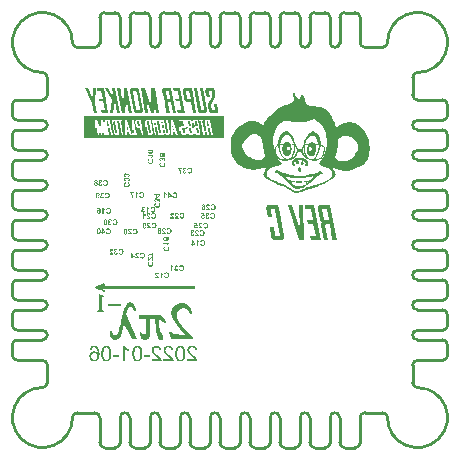
<source format=gbo>
G04*
G04 #@! TF.GenerationSoftware,Altium Limited,Altium Designer,23.0.1 (38)*
G04*
G04 Layer_Color=13813960*
%FSLAX25Y25*%
%MOIN*%
G70*
G04*
G04 #@! TF.SameCoordinates,25558F71-17A0-4451-AE4F-E46AD001AD8B*
G04*
G04*
G04 #@! TF.FilePolarity,Positive*
G04*
G01*
G75*
%ADD10C,0.01000*%
G36*
X94066Y117955D02*
X94309Y117517D01*
X94552Y117177D01*
X94746Y116885D01*
X95135Y116399D01*
X95427Y116059D01*
X95621Y115865D01*
X95767Y115719D01*
X95864Y115670D01*
X95913D01*
Y116205D01*
X96010Y116691D01*
X96108Y117031D01*
X96205Y117371D01*
X96302Y117566D01*
X96399Y117760D01*
X96448Y117809D01*
X96496Y117858D01*
X96837Y117663D01*
X97080Y116788D01*
X97371Y116059D01*
X97663Y115427D01*
X97955Y114941D01*
X98198Y114552D01*
X98441Y114260D01*
X98587Y114066D01*
X98635Y114017D01*
X99510Y113920D01*
X100288Y113872D01*
X101017Y113774D01*
X101649Y113677D01*
X102184Y113580D01*
X102670Y113483D01*
X103059Y113385D01*
X103399Y113288D01*
X103691Y113191D01*
X103934Y113094D01*
X104128Y112997D01*
X104274Y112948D01*
X104420Y112851D01*
X104468Y112802D01*
X104857Y112511D01*
X105246Y112122D01*
X105586Y111733D01*
X105927Y111247D01*
X106510Y110226D01*
X106996Y109205D01*
X107385Y108233D01*
X107531Y107795D01*
X107677Y107406D01*
X107774Y107066D01*
X107871Y106823D01*
X107920Y106677D01*
Y106629D01*
X108600Y107212D01*
X109329Y107650D01*
X110010Y107990D01*
X110642Y108184D01*
X111225Y108330D01*
X111663Y108379D01*
X111954Y108427D01*
X112051D01*
X112781Y108379D01*
X113558Y108281D01*
X113899Y108184D01*
X114142Y108136D01*
X114336Y108087D01*
X114385D01*
X115211Y107650D01*
X115940Y107066D01*
X116572Y106483D01*
X117107Y105851D01*
X117544Y105170D01*
X117933Y104441D01*
X118274Y103761D01*
X118517Y103080D01*
X118711Y102400D01*
X118857Y101768D01*
X118954Y101233D01*
X119003Y100698D01*
X119051Y100309D01*
X119100Y100018D01*
Y99775D01*
Y99726D01*
Y99386D01*
X119003Y98268D01*
X118760Y97247D01*
X118420Y96323D01*
X117933Y95546D01*
X117350Y94865D01*
X116718Y94282D01*
X116038Y93796D01*
X115308Y93358D01*
X114579Y93018D01*
X113899Y92726D01*
X113267Y92532D01*
X112683Y92386D01*
X112197Y92240D01*
X111857Y92191D01*
X111614Y92143D01*
X111517D01*
X110399Y92289D01*
X109475Y92435D01*
X108697Y92629D01*
X108114Y92823D01*
X107677Y92969D01*
X107385Y93115D01*
X107191Y93164D01*
X107142Y93212D01*
X106996D01*
Y92823D01*
X107239Y92483D01*
X107434Y92143D01*
X107531Y91851D01*
X107628Y91657D01*
X107677Y91462D01*
X107725Y91316D01*
Y91268D01*
Y91219D01*
X107677Y90976D01*
X107579Y90685D01*
X107434Y90393D01*
X107191Y90150D01*
X106899Y89858D01*
X106559Y89567D01*
X105732Y89032D01*
X104760Y88497D01*
X103691Y87962D01*
X102573Y87476D01*
X101357Y86990D01*
X100191Y86553D01*
X99073Y86164D01*
X98003Y85824D01*
X97031Y85483D01*
X96205Y85240D01*
X95864Y85143D01*
X95573Y85046D01*
X95330Y84997D01*
X95184Y84949D01*
X95087Y84900D01*
X94649D01*
X94212Y84997D01*
X93677Y85192D01*
X93094Y85532D01*
X92510Y85921D01*
X91927Y86261D01*
X91489Y86601D01*
X91295Y86699D01*
X91149Y86796D01*
X91101Y86893D01*
X91052D01*
X89740Y87282D01*
X88573Y87671D01*
X87601Y88060D01*
X86774Y88449D01*
X86045Y88789D01*
X85413Y89129D01*
X84927Y89469D01*
X84538Y89761D01*
X84247Y90053D01*
X84004Y90296D01*
X83858Y90490D01*
X83712Y90685D01*
X83615Y90928D01*
Y91025D01*
X83663Y91219D01*
X83760Y91511D01*
X83906Y91900D01*
X84052Y92337D01*
X84247Y92726D01*
X84392Y93067D01*
X84490Y93309D01*
X84538Y93407D01*
Y93553D01*
X83858Y93261D01*
X83129Y93067D01*
X82448Y92872D01*
X81865Y92775D01*
X81330Y92726D01*
X80892Y92678D01*
X79969D01*
X79386Y92726D01*
X78851Y92775D01*
X78316Y92921D01*
X77830Y93067D01*
X77441Y93164D01*
X77150Y93309D01*
X76955Y93358D01*
X76907Y93407D01*
X76177Y93747D01*
X75545Y94184D01*
X74962Y94622D01*
X74476Y95157D01*
X74087Y95691D01*
X73747Y96226D01*
X73455Y96761D01*
X73261Y97295D01*
X73066Y97830D01*
X72969Y98316D01*
X72872Y98754D01*
X72775Y99143D01*
Y99483D01*
X72726Y99726D01*
Y99872D01*
Y99920D01*
Y100650D01*
X72775Y101865D01*
X72969Y102934D01*
X73309Y103907D01*
X73698Y104733D01*
X74136Y105511D01*
X74670Y106191D01*
X75254Y106726D01*
X75788Y107212D01*
X76372Y107650D01*
X76955Y107990D01*
X77490Y108233D01*
X77927Y108427D01*
X78316Y108573D01*
X78657Y108719D01*
X78851Y108767D01*
X79969D01*
X80747Y108719D01*
X81427Y108573D01*
X82011Y108379D01*
X82497Y108136D01*
X82886Y107893D01*
X83177Y107698D01*
X83372Y107552D01*
X83420Y107504D01*
X83809D01*
X83858Y107844D01*
X84004Y108281D01*
X84198Y108719D01*
X84441Y109156D01*
X84684Y109594D01*
X84879Y109934D01*
X85024Y110129D01*
X85073Y110226D01*
X85851Y110615D01*
X86531Y111101D01*
X87115Y111587D01*
X87601Y112073D01*
X87990Y112462D01*
X88281Y112802D01*
X88476Y113045D01*
X88524Y113142D01*
X89448Y113434D01*
X90274Y113726D01*
X90955Y114017D01*
X91538Y114260D01*
X92073Y114504D01*
X92510Y114746D01*
X92851Y114941D01*
X93094Y115135D01*
X93337Y115281D01*
X93483Y115427D01*
X93677Y115670D01*
X93774Y115816D01*
Y115865D01*
X93385Y118052D01*
X93434Y118246D01*
X93580Y118344D01*
X93726Y118392D01*
X93774D01*
X94066Y117955D01*
D02*
G37*
G36*
X97153Y69200D02*
X95658D01*
X91795Y80937D01*
X93301D01*
X95780Y72480D01*
X95379Y80937D01*
X96703D01*
X97153Y69200D01*
D02*
G37*
G36*
X87773Y80925D02*
X87919Y80888D01*
X88065Y80840D01*
X88186Y80791D01*
X88283Y80730D01*
X88368Y80682D01*
X88417Y80645D01*
X88429Y80633D01*
X88551Y80512D01*
X88648Y80390D01*
X88733Y80256D01*
X88794Y80135D01*
X88830Y80026D01*
X88854Y79941D01*
X88879Y79892D01*
Y79868D01*
X90555Y70476D01*
Y70269D01*
X90543Y70111D01*
X90507Y69965D01*
X90458Y69832D01*
X90398Y69722D01*
X90349Y69625D01*
X90300Y69564D01*
X90264Y69516D01*
X90252Y69504D01*
X90130Y69407D01*
X90009Y69334D01*
X89887Y69273D01*
X89778Y69236D01*
X89668Y69212D01*
X89596Y69200D01*
X87567D01*
X87396Y69212D01*
X87239Y69249D01*
X87093Y69297D01*
X86971Y69346D01*
X86874Y69394D01*
X86789Y69443D01*
X86740Y69479D01*
X86728Y69492D01*
X86594Y69613D01*
X86497Y69747D01*
X86412Y69880D01*
X86352Y70002D01*
X86315Y70111D01*
X86291Y70196D01*
X86266Y70245D01*
Y70269D01*
X85708Y73380D01*
X87081D01*
X87518Y70925D01*
X87554Y70792D01*
X87627Y70694D01*
X87712Y70622D01*
X87797Y70573D01*
X87882Y70549D01*
X87943Y70537D01*
X87992Y70524D01*
X88769D01*
X88867Y70537D01*
X88939Y70573D01*
X89000Y70609D01*
X89012Y70622D01*
X89073Y70707D01*
X89097Y70780D01*
X89110Y70840D01*
Y70864D01*
Y70913D01*
X87627Y79224D01*
X87579Y79333D01*
X87518Y79418D01*
X87469Y79467D01*
X87445Y79491D01*
X87336Y79564D01*
X87226Y79600D01*
X87153Y79612D01*
X86376D01*
X86279Y79600D01*
X86194Y79564D01*
X86145Y79527D01*
X86133Y79515D01*
X86072Y79442D01*
X86036Y79357D01*
X86023Y79297D01*
Y79285D01*
Y79272D01*
Y79224D01*
X86473Y76757D01*
X85112D01*
X84590Y79685D01*
X84578Y79734D01*
X84565Y79795D01*
Y79843D01*
Y79856D01*
X84578Y80014D01*
X84614Y80159D01*
X84663Y80293D01*
X84723Y80402D01*
X84784Y80500D01*
X84833Y80560D01*
X84869Y80609D01*
X84881Y80621D01*
X85003Y80730D01*
X85124Y80803D01*
X85246Y80864D01*
X85355Y80901D01*
X85465Y80925D01*
X85537Y80937D01*
X87603D01*
X87773Y80925D01*
D02*
G37*
G36*
X108100Y69200D02*
X106666D01*
X105755Y74376D01*
X104613D01*
X104516Y74364D01*
X104443Y74327D01*
X104394Y74279D01*
X104382Y74266D01*
X104321Y74194D01*
X104285Y74121D01*
X104273Y74060D01*
Y74048D01*
Y74036D01*
Y73999D01*
X105135Y69200D01*
X103702D01*
X102839Y73829D01*
Y73890D01*
Y73951D01*
Y73999D01*
Y74024D01*
X102827Y74109D01*
Y74133D01*
Y74145D01*
X102851Y74327D01*
X102888Y74473D01*
X102912Y74534D01*
X102924Y74582D01*
X102948Y74607D01*
Y74619D01*
X103009Y74716D01*
X103082Y74789D01*
X103155Y74862D01*
X103216Y74910D01*
X103289Y74947D01*
X103337Y74971D01*
X103374Y74996D01*
X103386D01*
X103252Y75044D01*
X103131Y75093D01*
X103021Y75166D01*
X102924Y75239D01*
X102766Y75397D01*
X102645Y75567D01*
X102560Y75725D01*
X102511Y75858D01*
X102487Y75907D01*
Y75943D01*
X102474Y75968D01*
Y75980D01*
X101818Y79673D01*
X101806Y79770D01*
X101794Y79831D01*
X101782Y79868D01*
Y79880D01*
X101806Y80038D01*
X101843Y80184D01*
X101891Y80305D01*
X101952Y80414D01*
X102013Y80500D01*
X102061Y80572D01*
X102098Y80609D01*
X102110Y80621D01*
X102232Y80730D01*
X102353Y80803D01*
X102487Y80864D01*
X102596Y80901D01*
X102705Y80925D01*
X102778Y80937D01*
X105998D01*
X108100Y69200D01*
D02*
G37*
G36*
X102718D02*
X99546D01*
X99303Y70512D01*
X101041D01*
X100312Y74595D01*
X98562D01*
X98319Y75907D01*
X100069D01*
X99413Y79625D01*
X97639D01*
X97408Y80937D01*
X100591D01*
X102718Y69200D01*
D02*
G37*
G36*
X60046Y33917D02*
X60174Y33906D01*
X60290Y33889D01*
X60401Y33862D01*
X60507Y33834D01*
X60601Y33801D01*
X60690Y33767D01*
X60768Y33734D01*
X60840Y33695D01*
X60901Y33662D01*
X60956Y33628D01*
X61001Y33601D01*
X61034Y33573D01*
X61056Y33556D01*
X61073Y33545D01*
X61078Y33540D01*
X61156Y33468D01*
X61223Y33384D01*
X61284Y33301D01*
X61339Y33207D01*
X61384Y33118D01*
X61428Y33029D01*
X61461Y32935D01*
X61489Y32851D01*
X61517Y32768D01*
X61533Y32690D01*
X61550Y32618D01*
X61561Y32557D01*
X61567Y32507D01*
X61572Y32474D01*
X61578Y32452D01*
Y32441D01*
X60934Y32374D01*
X60928Y32463D01*
X60923Y32546D01*
X60890Y32690D01*
X60845Y32824D01*
X60823Y32879D01*
X60795Y32929D01*
X60773Y32974D01*
X60745Y33012D01*
X60723Y33046D01*
X60707Y33073D01*
X60684Y33096D01*
X60673Y33112D01*
X60668Y33118D01*
X60662Y33123D01*
X60607Y33173D01*
X60551Y33218D01*
X60490Y33251D01*
X60429Y33284D01*
X60307Y33334D01*
X60190Y33367D01*
X60091Y33384D01*
X60046Y33395D01*
X60007D01*
X59974Y33401D01*
X59852D01*
X59774Y33390D01*
X59635Y33362D01*
X59519Y33318D01*
X59413Y33273D01*
X59336Y33223D01*
X59302Y33201D01*
X59275Y33179D01*
X59252Y33162D01*
X59236Y33151D01*
X59230Y33145D01*
X59225Y33140D01*
X59175Y33090D01*
X59136Y33040D01*
X59097Y32990D01*
X59069Y32935D01*
X59019Y32829D01*
X58986Y32729D01*
X58969Y32646D01*
X58958Y32607D01*
Y32574D01*
X58953Y32552D01*
Y32530D01*
Y32518D01*
Y32513D01*
X58958Y32446D01*
X58964Y32380D01*
X58997Y32246D01*
X59047Y32119D01*
X59103Y32002D01*
X59158Y31902D01*
X59180Y31863D01*
X59208Y31825D01*
X59225Y31797D01*
X59241Y31775D01*
X59247Y31764D01*
X59252Y31758D01*
X59313Y31680D01*
X59386Y31597D01*
X59469Y31508D01*
X59558Y31420D01*
X59741Y31236D01*
X59930Y31064D01*
X60018Y30981D01*
X60107Y30909D01*
X60185Y30842D01*
X60251Y30787D01*
X60307Y30737D01*
X60346Y30704D01*
X60374Y30676D01*
X60385Y30670D01*
X60485Y30587D01*
X60573Y30509D01*
X60662Y30437D01*
X60740Y30365D01*
X60818Y30298D01*
X60884Y30232D01*
X60945Y30176D01*
X61001Y30121D01*
X61051Y30071D01*
X61089Y30026D01*
X61128Y29988D01*
X61156Y29960D01*
X61184Y29932D01*
X61200Y29915D01*
X61206Y29904D01*
X61212Y29899D01*
X61312Y29777D01*
X61395Y29655D01*
X61467Y29538D01*
X61522Y29433D01*
X61567Y29344D01*
X61584Y29305D01*
X61600Y29277D01*
X61611Y29250D01*
X61617Y29233D01*
X61622Y29222D01*
Y29216D01*
X61650Y29138D01*
X61667Y29061D01*
X61683Y28989D01*
X61689Y28922D01*
X61694Y28866D01*
Y28822D01*
Y28794D01*
Y28783D01*
X58303D01*
Y29388D01*
X60829D01*
X60740Y29510D01*
X60695Y29566D01*
X60651Y29616D01*
X60612Y29660D01*
X60584Y29693D01*
X60562Y29716D01*
X60557Y29721D01*
X60523Y29754D01*
X60479Y29799D01*
X60429Y29843D01*
X60374Y29893D01*
X60257Y30004D01*
X60135Y30110D01*
X60018Y30210D01*
X59968Y30254D01*
X59918Y30293D01*
X59885Y30326D01*
X59852Y30348D01*
X59835Y30365D01*
X59830Y30371D01*
X59708Y30476D01*
X59591Y30576D01*
X59486Y30665D01*
X59391Y30753D01*
X59302Y30831D01*
X59225Y30909D01*
X59153Y30975D01*
X59086Y31036D01*
X59030Y31087D01*
X58986Y31137D01*
X58947Y31175D01*
X58914Y31209D01*
X58892Y31236D01*
X58869Y31253D01*
X58864Y31264D01*
X58858Y31270D01*
X58753Y31392D01*
X58670Y31503D01*
X58598Y31608D01*
X58536Y31703D01*
X58492Y31780D01*
X58459Y31841D01*
X58448Y31863D01*
X58442Y31880D01*
X58437Y31886D01*
Y31891D01*
X58392Y32002D01*
X58364Y32113D01*
X58342Y32213D01*
X58326Y32307D01*
X58315Y32385D01*
X58309Y32446D01*
Y32469D01*
Y32485D01*
Y32491D01*
Y32496D01*
X58315Y32607D01*
X58326Y32713D01*
X58348Y32812D01*
X58376Y32912D01*
X58409Y33001D01*
X58448Y33084D01*
X58486Y33162D01*
X58525Y33229D01*
X58564Y33295D01*
X58603Y33351D01*
X58642Y33401D01*
X58675Y33440D01*
X58703Y33468D01*
X58725Y33495D01*
X58736Y33506D01*
X58742Y33512D01*
X58825Y33584D01*
X58914Y33645D01*
X59008Y33700D01*
X59108Y33751D01*
X59202Y33789D01*
X59302Y33823D01*
X59397Y33850D01*
X59491Y33873D01*
X59574Y33889D01*
X59658Y33900D01*
X59730Y33911D01*
X59791Y33917D01*
X59841Y33923D01*
X59913D01*
X60046Y33917D01*
D02*
G37*
G36*
X52087D02*
X52215Y33906D01*
X52332Y33889D01*
X52443Y33862D01*
X52548Y33834D01*
X52642Y33801D01*
X52731Y33767D01*
X52809Y33734D01*
X52881Y33695D01*
X52942Y33662D01*
X52998Y33628D01*
X53042Y33601D01*
X53075Y33573D01*
X53097Y33556D01*
X53114Y33545D01*
X53120Y33540D01*
X53197Y33468D01*
X53264Y33384D01*
X53325Y33301D01*
X53381Y33207D01*
X53425Y33118D01*
X53469Y33029D01*
X53503Y32935D01*
X53530Y32851D01*
X53558Y32768D01*
X53575Y32690D01*
X53591Y32618D01*
X53602Y32557D01*
X53608Y32507D01*
X53614Y32474D01*
X53619Y32452D01*
Y32441D01*
X52975Y32374D01*
X52970Y32463D01*
X52964Y32546D01*
X52931Y32690D01*
X52887Y32824D01*
X52864Y32879D01*
X52837Y32929D01*
X52814Y32974D01*
X52787Y33012D01*
X52764Y33046D01*
X52748Y33073D01*
X52726Y33096D01*
X52715Y33112D01*
X52709Y33118D01*
X52703Y33123D01*
X52648Y33173D01*
X52592Y33218D01*
X52531Y33251D01*
X52470Y33284D01*
X52348Y33334D01*
X52232Y33367D01*
X52132Y33384D01*
X52087Y33395D01*
X52049D01*
X52015Y33401D01*
X51893D01*
X51815Y33390D01*
X51677Y33362D01*
X51560Y33318D01*
X51455Y33273D01*
X51377Y33223D01*
X51344Y33201D01*
X51316Y33179D01*
X51294Y33162D01*
X51277Y33151D01*
X51272Y33145D01*
X51266Y33140D01*
X51216Y33090D01*
X51177Y33040D01*
X51138Y32990D01*
X51111Y32935D01*
X51061Y32829D01*
X51027Y32729D01*
X51011Y32646D01*
X51000Y32607D01*
Y32574D01*
X50994Y32552D01*
Y32530D01*
Y32518D01*
Y32513D01*
X51000Y32446D01*
X51005Y32380D01*
X51038Y32246D01*
X51088Y32119D01*
X51144Y32002D01*
X51199Y31902D01*
X51222Y31863D01*
X51249Y31825D01*
X51266Y31797D01*
X51283Y31775D01*
X51288Y31764D01*
X51294Y31758D01*
X51355Y31680D01*
X51427Y31597D01*
X51510Y31508D01*
X51599Y31420D01*
X51782Y31236D01*
X51971Y31064D01*
X52060Y30981D01*
X52148Y30909D01*
X52226Y30842D01*
X52293Y30787D01*
X52348Y30737D01*
X52387Y30704D01*
X52415Y30676D01*
X52426Y30670D01*
X52526Y30587D01*
X52615Y30509D01*
X52703Y30437D01*
X52781Y30365D01*
X52859Y30298D01*
X52925Y30232D01*
X52987Y30176D01*
X53042Y30121D01*
X53092Y30071D01*
X53131Y30026D01*
X53170Y29988D01*
X53197Y29960D01*
X53225Y29932D01*
X53242Y29915D01*
X53247Y29904D01*
X53253Y29899D01*
X53353Y29777D01*
X53436Y29655D01*
X53508Y29538D01*
X53564Y29433D01*
X53608Y29344D01*
X53625Y29305D01*
X53641Y29277D01*
X53653Y29250D01*
X53658Y29233D01*
X53664Y29222D01*
Y29216D01*
X53691Y29138D01*
X53708Y29061D01*
X53725Y28989D01*
X53730Y28922D01*
X53736Y28866D01*
Y28822D01*
Y28794D01*
Y28783D01*
X50345D01*
Y29388D01*
X52870D01*
X52781Y29510D01*
X52737Y29566D01*
X52692Y29616D01*
X52653Y29660D01*
X52626Y29693D01*
X52604Y29716D01*
X52598Y29721D01*
X52565Y29754D01*
X52520Y29799D01*
X52470Y29843D01*
X52415Y29893D01*
X52298Y30004D01*
X52176Y30110D01*
X52060Y30210D01*
X52010Y30254D01*
X51960Y30293D01*
X51926Y30326D01*
X51893Y30348D01*
X51876Y30365D01*
X51871Y30371D01*
X51749Y30476D01*
X51632Y30576D01*
X51527Y30665D01*
X51433Y30753D01*
X51344Y30831D01*
X51266Y30909D01*
X51194Y30975D01*
X51127Y31036D01*
X51072Y31087D01*
X51027Y31137D01*
X50989Y31175D01*
X50955Y31209D01*
X50933Y31236D01*
X50911Y31253D01*
X50905Y31264D01*
X50900Y31270D01*
X50794Y31392D01*
X50711Y31503D01*
X50639Y31608D01*
X50578Y31703D01*
X50533Y31780D01*
X50500Y31841D01*
X50489Y31863D01*
X50483Y31880D01*
X50478Y31886D01*
Y31891D01*
X50433Y32002D01*
X50406Y32113D01*
X50384Y32213D01*
X50367Y32307D01*
X50356Y32385D01*
X50350Y32446D01*
Y32469D01*
Y32485D01*
Y32491D01*
Y32496D01*
X50356Y32607D01*
X50367Y32713D01*
X50389Y32812D01*
X50417Y32912D01*
X50450Y33001D01*
X50489Y33084D01*
X50528Y33162D01*
X50567Y33229D01*
X50605Y33295D01*
X50644Y33351D01*
X50683Y33401D01*
X50717Y33440D01*
X50744Y33468D01*
X50766Y33495D01*
X50778Y33506D01*
X50783Y33512D01*
X50866Y33584D01*
X50955Y33645D01*
X51050Y33700D01*
X51149Y33751D01*
X51244Y33789D01*
X51344Y33823D01*
X51438Y33850D01*
X51532Y33873D01*
X51616Y33889D01*
X51699Y33900D01*
X51771Y33911D01*
X51832Y33917D01*
X51882Y33923D01*
X51954D01*
X52087Y33917D01*
D02*
G37*
G36*
X48108D02*
X48236Y33906D01*
X48352Y33889D01*
X48463Y33862D01*
X48569Y33834D01*
X48663Y33801D01*
X48752Y33767D01*
X48830Y33734D01*
X48902Y33695D01*
X48963Y33662D01*
X49018Y33628D01*
X49063Y33601D01*
X49096Y33573D01*
X49118Y33556D01*
X49135Y33545D01*
X49140Y33540D01*
X49218Y33468D01*
X49285Y33384D01*
X49346Y33301D01*
X49401Y33207D01*
X49446Y33118D01*
X49490Y33029D01*
X49523Y32935D01*
X49551Y32851D01*
X49579Y32768D01*
X49595Y32690D01*
X49612Y32618D01*
X49623Y32557D01*
X49629Y32507D01*
X49634Y32474D01*
X49640Y32452D01*
Y32441D01*
X48996Y32374D01*
X48990Y32463D01*
X48985Y32546D01*
X48952Y32690D01*
X48907Y32824D01*
X48885Y32879D01*
X48857Y32929D01*
X48835Y32974D01*
X48807Y33012D01*
X48785Y33046D01*
X48768Y33073D01*
X48746Y33096D01*
X48735Y33112D01*
X48730Y33118D01*
X48724Y33123D01*
X48669Y33173D01*
X48613Y33218D01*
X48552Y33251D01*
X48491Y33284D01*
X48369Y33334D01*
X48252Y33367D01*
X48152Y33384D01*
X48108Y33395D01*
X48069D01*
X48036Y33401D01*
X47914D01*
X47836Y33390D01*
X47697Y33362D01*
X47581Y33318D01*
X47475Y33273D01*
X47398Y33223D01*
X47364Y33201D01*
X47337Y33179D01*
X47314Y33162D01*
X47298Y33151D01*
X47292Y33145D01*
X47287Y33140D01*
X47237Y33090D01*
X47198Y33040D01*
X47159Y32990D01*
X47131Y32935D01*
X47081Y32829D01*
X47048Y32729D01*
X47031Y32646D01*
X47020Y32607D01*
Y32574D01*
X47015Y32552D01*
Y32530D01*
Y32518D01*
Y32513D01*
X47020Y32446D01*
X47026Y32380D01*
X47059Y32246D01*
X47109Y32119D01*
X47165Y32002D01*
X47220Y31902D01*
X47242Y31863D01*
X47270Y31825D01*
X47287Y31797D01*
X47303Y31775D01*
X47309Y31764D01*
X47314Y31758D01*
X47376Y31680D01*
X47448Y31597D01*
X47531Y31508D01*
X47620Y31420D01*
X47803Y31236D01*
X47991Y31064D01*
X48080Y30981D01*
X48169Y30909D01*
X48247Y30842D01*
X48313Y30787D01*
X48369Y30737D01*
X48408Y30704D01*
X48436Y30676D01*
X48447Y30670D01*
X48546Y30587D01*
X48635Y30509D01*
X48724Y30437D01*
X48802Y30365D01*
X48880Y30298D01*
X48946Y30232D01*
X49007Y30176D01*
X49063Y30121D01*
X49113Y30071D01*
X49151Y30026D01*
X49190Y29988D01*
X49218Y29960D01*
X49246Y29932D01*
X49262Y29915D01*
X49268Y29904D01*
X49274Y29899D01*
X49373Y29777D01*
X49457Y29655D01*
X49529Y29538D01*
X49584Y29433D01*
X49629Y29344D01*
X49645Y29305D01*
X49662Y29277D01*
X49673Y29250D01*
X49679Y29233D01*
X49684Y29222D01*
Y29216D01*
X49712Y29138D01*
X49729Y29061D01*
X49745Y28989D01*
X49751Y28922D01*
X49756Y28866D01*
Y28822D01*
Y28794D01*
Y28783D01*
X46365D01*
Y29388D01*
X48891D01*
X48802Y29510D01*
X48757Y29566D01*
X48713Y29616D01*
X48674Y29660D01*
X48646Y29693D01*
X48624Y29716D01*
X48619Y29721D01*
X48585Y29754D01*
X48541Y29799D01*
X48491Y29843D01*
X48436Y29893D01*
X48319Y30004D01*
X48197Y30110D01*
X48080Y30210D01*
X48030Y30254D01*
X47980Y30293D01*
X47947Y30326D01*
X47914Y30348D01*
X47897Y30365D01*
X47892Y30371D01*
X47769Y30476D01*
X47653Y30576D01*
X47548Y30665D01*
X47453Y30753D01*
X47364Y30831D01*
X47287Y30909D01*
X47214Y30975D01*
X47148Y31036D01*
X47092Y31087D01*
X47048Y31137D01*
X47009Y31175D01*
X46976Y31209D01*
X46954Y31236D01*
X46931Y31253D01*
X46926Y31264D01*
X46920Y31270D01*
X46815Y31392D01*
X46732Y31503D01*
X46659Y31608D01*
X46599Y31703D01*
X46554Y31780D01*
X46521Y31841D01*
X46510Y31863D01*
X46504Y31880D01*
X46499Y31886D01*
Y31891D01*
X46454Y32002D01*
X46426Y32113D01*
X46404Y32213D01*
X46387Y32307D01*
X46376Y32385D01*
X46371Y32446D01*
Y32469D01*
Y32485D01*
Y32491D01*
Y32496D01*
X46376Y32607D01*
X46387Y32713D01*
X46410Y32812D01*
X46437Y32912D01*
X46471Y33001D01*
X46510Y33084D01*
X46549Y33162D01*
X46587Y33229D01*
X46626Y33295D01*
X46665Y33351D01*
X46704Y33401D01*
X46737Y33440D01*
X46765Y33468D01*
X46787Y33495D01*
X46798Y33506D01*
X46804Y33512D01*
X46887Y33584D01*
X46976Y33645D01*
X47070Y33700D01*
X47170Y33751D01*
X47264Y33789D01*
X47364Y33823D01*
X47459Y33850D01*
X47553Y33873D01*
X47636Y33889D01*
X47719Y33900D01*
X47792Y33911D01*
X47853Y33917D01*
X47903Y33923D01*
X47975D01*
X48108Y33917D01*
D02*
G37*
G36*
X37441Y33795D02*
X37524Y33673D01*
X37618Y33556D01*
X37713Y33456D01*
X37796Y33362D01*
X37835Y33329D01*
X37863Y33295D01*
X37890Y33268D01*
X37913Y33251D01*
X37924Y33240D01*
X37929Y33234D01*
X38079Y33107D01*
X38240Y32996D01*
X38396Y32890D01*
X38540Y32801D01*
X38601Y32768D01*
X38662Y32735D01*
X38717Y32702D01*
X38762Y32679D01*
X38801Y32663D01*
X38828Y32646D01*
X38845Y32640D01*
X38851Y32635D01*
Y32030D01*
X38740Y32074D01*
X38623Y32124D01*
X38512Y32180D01*
X38412Y32230D01*
X38323Y32280D01*
X38285Y32296D01*
X38251Y32319D01*
X38223Y32330D01*
X38207Y32341D01*
X38196Y32352D01*
X38190D01*
X38057Y32435D01*
X37940Y32513D01*
X37835Y32585D01*
X37752Y32652D01*
X37680Y32707D01*
X37630Y32746D01*
X37602Y32774D01*
X37591Y32785D01*
Y28783D01*
X36964D01*
Y33923D01*
X37369D01*
X37441Y33795D01*
D02*
G37*
G36*
X27329Y33917D02*
X27468Y33895D01*
X27601Y33867D01*
X27723Y33828D01*
X27839Y33784D01*
X27945Y33734D01*
X28045Y33684D01*
X28134Y33628D01*
X28211Y33573D01*
X28278Y33523D01*
X28339Y33473D01*
X28383Y33429D01*
X28422Y33390D01*
X28450Y33362D01*
X28467Y33340D01*
X28472Y33334D01*
X28567Y33201D01*
X28655Y33051D01*
X28727Y32885D01*
X28789Y32713D01*
X28844Y32535D01*
X28888Y32357D01*
X28922Y32180D01*
X28955Y32002D01*
X28977Y31836D01*
X28994Y31680D01*
X29005Y31542D01*
X29010Y31420D01*
X29016Y31364D01*
Y31320D01*
X29022Y31275D01*
Y31242D01*
Y31214D01*
Y31192D01*
Y31181D01*
Y31175D01*
X29016Y30937D01*
X28999Y30715D01*
X28977Y30509D01*
X28944Y30321D01*
X28905Y30149D01*
X28866Y29993D01*
X28822Y29854D01*
X28772Y29732D01*
X28727Y29621D01*
X28683Y29527D01*
X28644Y29449D01*
X28605Y29388D01*
X28572Y29338D01*
X28550Y29305D01*
X28533Y29283D01*
X28528Y29277D01*
X28433Y29177D01*
X28328Y29089D01*
X28228Y29011D01*
X28117Y28944D01*
X28012Y28889D01*
X27906Y28839D01*
X27801Y28805D01*
X27701Y28772D01*
X27606Y28750D01*
X27523Y28733D01*
X27445Y28717D01*
X27379Y28711D01*
X27323Y28705D01*
X27279Y28700D01*
X27246D01*
X27079Y28711D01*
X26924Y28733D01*
X26779Y28767D01*
X26657Y28811D01*
X26607Y28828D01*
X26557Y28850D01*
X26518Y28866D01*
X26485Y28883D01*
X26458Y28894D01*
X26435Y28905D01*
X26424Y28916D01*
X26419D01*
X26291Y29005D01*
X26175Y29111D01*
X26074Y29216D01*
X25997Y29316D01*
X25930Y29410D01*
X25908Y29449D01*
X25886Y29482D01*
X25869Y29510D01*
X25858Y29533D01*
X25847Y29544D01*
Y29549D01*
X25775Y29710D01*
X25725Y29866D01*
X25686Y30015D01*
X25664Y30154D01*
X25653Y30215D01*
X25647Y30276D01*
X25642Y30326D01*
Y30365D01*
X25636Y30404D01*
Y30426D01*
Y30443D01*
Y30448D01*
X25642Y30581D01*
X25653Y30709D01*
X25675Y30831D01*
X25703Y30942D01*
X25742Y31048D01*
X25775Y31148D01*
X25819Y31236D01*
X25858Y31320D01*
X25897Y31392D01*
X25941Y31458D01*
X25975Y31514D01*
X26008Y31558D01*
X26041Y31597D01*
X26063Y31619D01*
X26074Y31636D01*
X26080Y31642D01*
X26163Y31725D01*
X26252Y31797D01*
X26341Y31858D01*
X26435Y31913D01*
X26524Y31958D01*
X26613Y31997D01*
X26702Y32024D01*
X26779Y32052D01*
X26857Y32069D01*
X26929Y32085D01*
X26990Y32091D01*
X27046Y32102D01*
X27090D01*
X27123Y32108D01*
X27151D01*
X27284Y32102D01*
X27412Y32080D01*
X27529Y32052D01*
X27634Y32024D01*
X27723Y31991D01*
X27756Y31975D01*
X27790Y31963D01*
X27812Y31952D01*
X27828Y31941D01*
X27839Y31936D01*
X27845D01*
X27962Y31863D01*
X28067Y31786D01*
X28161Y31703D01*
X28245Y31619D01*
X28306Y31542D01*
X28356Y31481D01*
X28372Y31458D01*
X28383Y31442D01*
X28394Y31431D01*
X28394Y31425D01*
Y31431D01*
X28394Y31431D01*
X28389Y31564D01*
X28383Y31697D01*
X28378Y31819D01*
X28367Y31930D01*
X28350Y32035D01*
X28333Y32135D01*
X28322Y32224D01*
X28306Y32302D01*
X28289Y32368D01*
X28272Y32430D01*
X28256Y32485D01*
X28245Y32524D01*
X28234Y32557D01*
X28222Y32585D01*
X28217Y32596D01*
Y32602D01*
X28145Y32746D01*
X28073Y32874D01*
X27995Y32985D01*
X27917Y33073D01*
X27850Y33145D01*
X27801Y33195D01*
X27778Y33212D01*
X27762Y33223D01*
X27756Y33234D01*
X27751D01*
X27662Y33290D01*
X27573Y33334D01*
X27484Y33362D01*
X27401Y33384D01*
X27329Y33395D01*
X27268Y33406D01*
X27218D01*
X27151Y33401D01*
X27085Y33395D01*
X26963Y33362D01*
X26851Y33323D01*
X26763Y33273D01*
X26685Y33223D01*
X26630Y33179D01*
X26613Y33162D01*
X26596Y33145D01*
X26591Y33140D01*
X26585Y33134D01*
X26530Y33062D01*
X26485Y32979D01*
X26441Y32890D01*
X26408Y32801D01*
X26380Y32724D01*
X26363Y32657D01*
X26358Y32629D01*
X26352Y32613D01*
X26346Y32602D01*
Y32596D01*
X25719Y32646D01*
X25736Y32757D01*
X25764Y32857D01*
X25791Y32951D01*
X25825Y33040D01*
X25864Y33123D01*
X25903Y33201D01*
X25941Y33273D01*
X25980Y33334D01*
X26019Y33390D01*
X26058Y33440D01*
X26091Y33484D01*
X26125Y33517D01*
X26147Y33545D01*
X26169Y33562D01*
X26180Y33573D01*
X26186Y33578D01*
X26263Y33639D01*
X26341Y33689D01*
X26419Y33739D01*
X26502Y33778D01*
X26591Y33812D01*
X26668Y33839D01*
X26829Y33878D01*
X26902Y33895D01*
X26968Y33906D01*
X27029Y33911D01*
X27079Y33917D01*
X27118Y33922D01*
X27179D01*
X27329Y33917D01*
D02*
G37*
G36*
X45766Y30321D02*
X43829D01*
Y30953D01*
X45766D01*
Y30321D01*
D02*
G37*
G36*
X35426D02*
X33489D01*
Y30953D01*
X35426D01*
Y30321D01*
D02*
G37*
G36*
X56061Y33917D02*
X56161Y33911D01*
X56255Y33895D01*
X56344Y33878D01*
X56422Y33856D01*
X56500Y33828D01*
X56572Y33801D01*
X56633Y33773D01*
X56694Y33745D01*
X56744Y33717D01*
X56788Y33695D01*
X56822Y33667D01*
X56849Y33651D01*
X56871Y33634D01*
X56883Y33628D01*
X56888Y33623D01*
X56955Y33562D01*
X57016Y33501D01*
X57127Y33362D01*
X57227Y33223D01*
X57304Y33084D01*
X57338Y33018D01*
X57365Y32962D01*
X57388Y32907D01*
X57410Y32862D01*
X57421Y32824D01*
X57432Y32790D01*
X57443Y32774D01*
Y32768D01*
X57476Y32663D01*
X57504Y32546D01*
X57549Y32307D01*
X57582Y32063D01*
X57593Y31947D01*
X57604Y31830D01*
X57610Y31725D01*
X57615Y31625D01*
X57621Y31536D01*
Y31458D01*
X57626Y31397D01*
Y31347D01*
Y31320D01*
Y31308D01*
X57621Y31048D01*
X57604Y30803D01*
X57582Y30582D01*
X57549Y30376D01*
X57510Y30187D01*
X57465Y30015D01*
X57421Y29866D01*
X57371Y29727D01*
X57327Y29610D01*
X57282Y29505D01*
X57238Y29421D01*
X57199Y29349D01*
X57166Y29294D01*
X57143Y29255D01*
X57127Y29233D01*
X57121Y29227D01*
X57038Y29133D01*
X56949Y29055D01*
X56855Y28983D01*
X56761Y28922D01*
X56666Y28872D01*
X56566Y28828D01*
X56472Y28794D01*
X56383Y28767D01*
X56294Y28744D01*
X56217Y28728D01*
X56144Y28717D01*
X56083Y28711D01*
X56033Y28705D01*
X55995Y28700D01*
X55961D01*
X55856Y28705D01*
X55761Y28711D01*
X55667Y28728D01*
X55578Y28744D01*
X55495Y28772D01*
X55423Y28794D01*
X55351Y28822D01*
X55290Y28850D01*
X55229Y28878D01*
X55179Y28905D01*
X55134Y28933D01*
X55101Y28955D01*
X55073Y28972D01*
X55051Y28989D01*
X55040Y28994D01*
X55035Y29000D01*
X54968Y29061D01*
X54901Y29122D01*
X54790Y29261D01*
X54696Y29399D01*
X54618Y29538D01*
X54585Y29605D01*
X54557Y29666D01*
X54535Y29716D01*
X54513Y29766D01*
X54496Y29799D01*
X54491Y29832D01*
X54479Y29849D01*
Y29854D01*
X54446Y29960D01*
X54418Y30076D01*
X54368Y30315D01*
X54335Y30559D01*
X54324Y30676D01*
X54313Y30792D01*
X54307Y30898D01*
X54302Y30998D01*
X54296Y31081D01*
X54291Y31159D01*
Y31220D01*
Y31270D01*
Y31297D01*
Y31308D01*
Y31447D01*
X54296Y31580D01*
X54302Y31703D01*
X54307Y31819D01*
X54318Y31925D01*
X54330Y32024D01*
X54341Y32113D01*
X54346Y32197D01*
X54357Y32269D01*
X54368Y32330D01*
X54379Y32385D01*
X54391Y32430D01*
X54396Y32469D01*
X54402Y32491D01*
X54407Y32507D01*
Y32513D01*
X54452Y32674D01*
X54507Y32824D01*
X54557Y32951D01*
X54607Y33062D01*
X54635Y33107D01*
X54651Y33151D01*
X54674Y33190D01*
X54690Y33218D01*
X54707Y33240D01*
X54712Y33257D01*
X54724Y33268D01*
Y33273D01*
X54801Y33384D01*
X54890Y33484D01*
X54973Y33567D01*
X55057Y33634D01*
X55129Y33689D01*
X55184Y33723D01*
X55207Y33739D01*
X55223Y33751D01*
X55234Y33756D01*
X55240D01*
X55362Y33812D01*
X55484Y33850D01*
X55606Y33884D01*
X55717Y33900D01*
X55817Y33911D01*
X55856Y33917D01*
X55895Y33923D01*
X55961D01*
X56061Y33917D01*
D02*
G37*
G36*
X41742D02*
X41842Y33911D01*
X41936Y33895D01*
X42025Y33878D01*
X42103Y33856D01*
X42181Y33828D01*
X42253Y33801D01*
X42314Y33773D01*
X42375Y33745D01*
X42425Y33717D01*
X42469Y33695D01*
X42503Y33667D01*
X42530Y33651D01*
X42553Y33634D01*
X42564Y33628D01*
X42569Y33623D01*
X42636Y33562D01*
X42697Y33501D01*
X42808Y33362D01*
X42908Y33223D01*
X42985Y33084D01*
X43019Y33018D01*
X43046Y32962D01*
X43069Y32907D01*
X43091Y32862D01*
X43102Y32824D01*
X43113Y32790D01*
X43124Y32774D01*
Y32768D01*
X43158Y32663D01*
X43185Y32546D01*
X43230Y32307D01*
X43263Y32063D01*
X43274Y31947D01*
X43285Y31830D01*
X43291Y31725D01*
X43296Y31625D01*
X43302Y31536D01*
Y31458D01*
X43307Y31397D01*
Y31347D01*
Y31320D01*
Y31308D01*
X43302Y31048D01*
X43285Y30803D01*
X43263Y30582D01*
X43230Y30376D01*
X43191Y30187D01*
X43146Y30015D01*
X43102Y29866D01*
X43052Y29727D01*
X43008Y29610D01*
X42963Y29505D01*
X42919Y29421D01*
X42880Y29349D01*
X42847Y29294D01*
X42825Y29255D01*
X42808Y29233D01*
X42802Y29227D01*
X42719Y29133D01*
X42630Y29055D01*
X42536Y28983D01*
X42441Y28922D01*
X42347Y28872D01*
X42247Y28828D01*
X42153Y28794D01*
X42064Y28767D01*
X41975Y28744D01*
X41898Y28728D01*
X41826Y28717D01*
X41764Y28711D01*
X41714Y28705D01*
X41676Y28700D01*
X41642D01*
X41537Y28705D01*
X41442Y28711D01*
X41348Y28728D01*
X41259Y28744D01*
X41176Y28772D01*
X41104Y28794D01*
X41032Y28822D01*
X40971Y28850D01*
X40910Y28878D01*
X40860Y28905D01*
X40815Y28933D01*
X40782Y28955D01*
X40754Y28972D01*
X40732Y28989D01*
X40721Y28994D01*
X40715Y29000D01*
X40649Y29061D01*
X40582Y29122D01*
X40471Y29261D01*
X40377Y29399D01*
X40299Y29538D01*
X40266Y29605D01*
X40238Y29666D01*
X40216Y29716D01*
X40194Y29766D01*
X40177Y29799D01*
X40172Y29832D01*
X40160Y29849D01*
Y29854D01*
X40127Y29960D01*
X40099Y30076D01*
X40049Y30315D01*
X40016Y30559D01*
X40005Y30676D01*
X39994Y30792D01*
X39988Y30898D01*
X39983Y30998D01*
X39977Y31081D01*
X39972Y31159D01*
Y31220D01*
Y31270D01*
Y31297D01*
Y31308D01*
Y31447D01*
X39977Y31580D01*
X39983Y31703D01*
X39988Y31819D01*
X39999Y31925D01*
X40011Y32024D01*
X40022Y32113D01*
X40027Y32197D01*
X40038Y32269D01*
X40049Y32330D01*
X40061Y32385D01*
X40072Y32430D01*
X40077Y32469D01*
X40083Y32491D01*
X40088Y32507D01*
Y32513D01*
X40133Y32674D01*
X40188Y32824D01*
X40238Y32951D01*
X40288Y33062D01*
X40316Y33107D01*
X40332Y33151D01*
X40355Y33190D01*
X40371Y33218D01*
X40388Y33240D01*
X40393Y33257D01*
X40405Y33268D01*
Y33273D01*
X40482Y33384D01*
X40571Y33484D01*
X40654Y33567D01*
X40738Y33634D01*
X40810Y33689D01*
X40865Y33723D01*
X40887Y33739D01*
X40904Y33751D01*
X40915Y33756D01*
X40921D01*
X41043Y33812D01*
X41165Y33850D01*
X41287Y33884D01*
X41398Y33900D01*
X41498Y33911D01*
X41537Y33917D01*
X41576Y33923D01*
X41642D01*
X41742Y33917D01*
D02*
G37*
G36*
X31403Y33917D02*
X31502Y33911D01*
X31597Y33895D01*
X31686Y33878D01*
X31763Y33856D01*
X31841Y33828D01*
X31913Y33800D01*
X31974Y33773D01*
X32035Y33745D01*
X32085Y33717D01*
X32130Y33695D01*
X32163Y33667D01*
X32191Y33651D01*
X32213Y33634D01*
X32224Y33628D01*
X32230Y33623D01*
X32296Y33562D01*
X32357Y33501D01*
X32468Y33362D01*
X32568Y33223D01*
X32646Y33084D01*
X32679Y33018D01*
X32707Y32962D01*
X32729Y32907D01*
X32751Y32862D01*
X32762Y32824D01*
X32773Y32790D01*
X32785Y32774D01*
Y32768D01*
X32818Y32663D01*
X32846Y32546D01*
X32890Y32307D01*
X32923Y32063D01*
X32934Y31947D01*
X32945Y31830D01*
X32951Y31725D01*
X32956Y31625D01*
X32962Y31536D01*
Y31458D01*
X32968Y31397D01*
Y31347D01*
Y31320D01*
Y31308D01*
X32962Y31048D01*
X32945Y30803D01*
X32923Y30581D01*
X32890Y30376D01*
X32851Y30187D01*
X32807Y30015D01*
X32762Y29866D01*
X32712Y29727D01*
X32668Y29610D01*
X32624Y29505D01*
X32579Y29421D01*
X32540Y29349D01*
X32507Y29294D01*
X32485Y29255D01*
X32468Y29233D01*
X32463Y29227D01*
X32379Y29133D01*
X32291Y29055D01*
X32196Y28983D01*
X32102Y28922D01*
X32008Y28872D01*
X31908Y28828D01*
X31813Y28794D01*
X31725Y28767D01*
X31636Y28744D01*
X31558Y28728D01*
X31486Y28717D01*
X31425Y28711D01*
X31375Y28705D01*
X31336Y28700D01*
X31303D01*
X31197Y28705D01*
X31103Y28711D01*
X31008Y28728D01*
X30920Y28744D01*
X30836Y28772D01*
X30764Y28794D01*
X30692Y28822D01*
X30631Y28850D01*
X30570Y28878D01*
X30520Y28905D01*
X30476Y28933D01*
X30442Y28955D01*
X30415Y28972D01*
X30393Y28989D01*
X30381Y28994D01*
X30376Y29000D01*
X30309Y29061D01*
X30243Y29122D01*
X30132Y29261D01*
X30037Y29399D01*
X29960Y29538D01*
X29926Y29605D01*
X29899Y29666D01*
X29876Y29716D01*
X29854Y29766D01*
X29838Y29799D01*
X29832Y29832D01*
X29821Y29849D01*
Y29854D01*
X29787Y29960D01*
X29760Y30076D01*
X29710Y30315D01*
X29676Y30559D01*
X29665Y30676D01*
X29654Y30792D01*
X29649Y30898D01*
X29643Y30998D01*
X29638Y31081D01*
X29632Y31159D01*
Y31220D01*
Y31270D01*
Y31297D01*
Y31308D01*
Y31447D01*
X29638Y31580D01*
X29643Y31703D01*
X29649Y31819D01*
X29660Y31925D01*
X29671Y32024D01*
X29682Y32113D01*
X29688Y32197D01*
X29699Y32269D01*
X29710Y32330D01*
X29721Y32385D01*
X29732Y32430D01*
X29737Y32468D01*
X29743Y32491D01*
X29749Y32507D01*
Y32513D01*
X29793Y32674D01*
X29849Y32824D01*
X29899Y32951D01*
X29948Y33062D01*
X29976Y33107D01*
X29993Y33151D01*
X30015Y33190D01*
X30032Y33218D01*
X30048Y33240D01*
X30054Y33257D01*
X30065Y33268D01*
Y33273D01*
X30143Y33384D01*
X30231Y33484D01*
X30315Y33567D01*
X30398Y33634D01*
X30470Y33689D01*
X30526Y33723D01*
X30548Y33739D01*
X30564Y33751D01*
X30576Y33756D01*
X30581D01*
X30703Y33812D01*
X30825Y33850D01*
X30947Y33884D01*
X31058Y33900D01*
X31158Y33911D01*
X31197Y33917D01*
X31236Y33922D01*
X31303D01*
X31403Y33917D01*
D02*
G37*
G36*
X70383Y103050D02*
X23817D01*
Y110550D01*
X70383D01*
Y103050D01*
D02*
G37*
G36*
X35755Y111509D02*
X34748D01*
X34054Y115354D01*
X33437Y111509D01*
X32370D01*
X33142Y115684D01*
X30816Y119894D01*
X31910D01*
X33880Y116291D01*
X33229Y119894D01*
X34236D01*
X35755Y111509D01*
D02*
G37*
G36*
X27457Y114746D02*
X28038Y111509D01*
X27031D01*
X26441Y114764D01*
X24132Y119894D01*
X25200D01*
X26702Y116161D01*
X26684Y119894D01*
X27691D01*
X27457Y114746D01*
D02*
G37*
G36*
X48879Y111509D02*
X47864D01*
X46952Y116804D01*
X47021Y111509D01*
X46162D01*
X44400Y116734D01*
X45329Y111509D01*
X44313D01*
X42794Y119894D01*
X44192D01*
X46214Y113852D01*
X46145Y119894D01*
X47351D01*
X48879Y111509D01*
D02*
G37*
G36*
X39852Y111509D02*
X38836D01*
X38758Y111951D01*
X38680Y112368D01*
X38611Y112776D01*
X38550Y113158D01*
X38489Y113522D01*
X38428Y113870D01*
X38376Y114199D01*
X38333Y114512D01*
X38281Y114807D01*
X38246Y115085D01*
X38203Y115345D01*
X38168Y115597D01*
X38133Y115831D01*
X38107Y116048D01*
X38081Y116248D01*
X38055Y116430D01*
X38029Y116604D01*
X38012Y116769D01*
X37994Y116916D01*
X37977Y117046D01*
X37968Y117168D01*
X37960Y117272D01*
X37951Y117376D01*
X37942Y117455D01*
X37934Y117533D01*
X37925Y117593D01*
Y117645D01*
X37916Y117689D01*
Y117585D01*
X37907Y117402D01*
Y117203D01*
X37899Y116994D01*
X37890Y116769D01*
X37873Y116534D01*
X37847Y116048D01*
X37812Y115536D01*
X37777Y115015D01*
X37734Y114495D01*
X37690Y113982D01*
X37656Y113488D01*
X37630Y113253D01*
X37612Y113028D01*
X37595Y112811D01*
X37578Y112611D01*
X37560Y112420D01*
X37543Y112238D01*
X37526Y112082D01*
X37517Y111934D01*
X37500Y111812D01*
X37491Y111708D01*
X37482Y111621D01*
Y111561D01*
X37473Y111526D01*
Y111509D01*
X36458D01*
X34939Y119894D01*
X35946D01*
X36024Y119459D01*
X36093Y119034D01*
X36163Y118635D01*
X36232Y118253D01*
X36293Y117888D01*
X36345Y117533D01*
X36397Y117203D01*
X36449Y116890D01*
X36493Y116586D01*
X36536Y116300D01*
X36579Y116031D01*
X36614Y115779D01*
X36640Y115536D01*
X36675Y115311D01*
X36701Y115102D01*
X36727Y114911D01*
X36744Y114729D01*
X36762Y114555D01*
X36779Y114399D01*
X36797Y114260D01*
X36805Y114130D01*
X36823Y114017D01*
X36831Y113913D01*
Y113818D01*
X36840Y113739D01*
X36849Y113670D01*
Y113618D01*
X36857Y113566D01*
Y113670D01*
X36866Y113870D01*
Y114078D01*
X36875Y114295D01*
X36883Y114529D01*
X36901Y114772D01*
X36927Y115276D01*
X36961Y115797D01*
X37005Y116335D01*
X37048Y116864D01*
X37083Y117394D01*
X37126Y117888D01*
X37152Y118131D01*
X37170Y118357D01*
X37187Y118574D01*
X37213Y118782D01*
X37231Y118974D01*
X37248Y119156D01*
X37257Y119321D01*
X37274Y119459D01*
X37283Y119590D01*
X37300Y119694D01*
X37309Y119781D01*
Y119842D01*
X37317Y119885D01*
Y119894D01*
X38333D01*
X39852Y111509D01*
D02*
G37*
G36*
X64859Y112403D02*
Y112255D01*
X64850Y112142D01*
X64824Y112047D01*
X64789Y111951D01*
X64755Y111873D01*
X64720Y111812D01*
X64685Y111769D01*
X64659Y111734D01*
X64651Y111726D01*
X64564Y111656D01*
X64477Y111604D01*
X64390Y111561D01*
X64312Y111535D01*
X64234Y111517D01*
X64182Y111509D01*
X62724D01*
X62602Y111517D01*
X62489Y111543D01*
X62385Y111578D01*
X62298Y111613D01*
X62229Y111648D01*
X62168Y111682D01*
X62133Y111708D01*
X62125Y111717D01*
X62029Y111804D01*
X61960Y111891D01*
X61899Y111986D01*
X61856Y112064D01*
X61830Y112142D01*
X61812Y112203D01*
X61795Y112238D01*
Y112255D01*
X60397Y119894D01*
X61396D01*
X62698Y112733D01*
X62724Y112637D01*
X62776Y112568D01*
X62836Y112516D01*
X62897Y112481D01*
X62958Y112463D01*
X63001Y112455D01*
X63036Y112446D01*
X63592D01*
X63661Y112455D01*
X63713Y112481D01*
X63748Y112507D01*
X63765Y112516D01*
X63800Y112576D01*
X63817Y112628D01*
X63826Y112672D01*
Y112689D01*
Y112724D01*
X62541Y119894D01*
X63513D01*
X64859Y112403D01*
D02*
G37*
G36*
X66604Y119885D02*
X66716Y119859D01*
X66812Y119824D01*
X66899Y119789D01*
X66968Y119746D01*
X67029Y119711D01*
X67064Y119685D01*
X67072Y119677D01*
X67168Y119590D01*
X67237Y119503D01*
X67298Y119407D01*
X67341Y119321D01*
X67367Y119243D01*
X67385Y119182D01*
X67402Y119147D01*
Y119130D01*
X67645Y117680D01*
X67654Y117602D01*
X67663Y117541D01*
Y117489D01*
Y117481D01*
Y117472D01*
Y117437D01*
Y117428D01*
Y117420D01*
X67654Y117263D01*
X67628Y117107D01*
X67593Y116968D01*
X67550Y116838D01*
X67515Y116725D01*
X67480Y116639D01*
X67463Y116604D01*
X67454Y116578D01*
X67446Y116569D01*
Y116560D01*
X67428Y116526D01*
X67402Y116482D01*
X67367Y116422D01*
X67333Y116352D01*
X67246Y116187D01*
X67159Y116014D01*
X67072Y115849D01*
X67029Y115771D01*
X66994Y115710D01*
X66968Y115649D01*
X66942Y115606D01*
X66933Y115580D01*
X66925Y115571D01*
X66855Y115432D01*
X66786Y115311D01*
X66725Y115198D01*
X66673Y115102D01*
X66630Y115015D01*
X66586Y114937D01*
X66552Y114876D01*
X66526Y114816D01*
X66499Y114772D01*
X66482Y114729D01*
X66447Y114677D01*
X66430Y114651D01*
Y114642D01*
X66361Y114512D01*
X66308Y114390D01*
X66265Y114286D01*
X66239Y114199D01*
X66222Y114130D01*
X66213Y114078D01*
Y114043D01*
Y114035D01*
Y113991D01*
X66222Y113956D01*
X66230Y113930D01*
Y113922D01*
X66439Y112741D01*
X66473Y112654D01*
X66517Y112594D01*
X66552Y112550D01*
X66560Y112533D01*
X66569D01*
X66647Y112489D01*
X66725Y112463D01*
X66777Y112455D01*
X67341D01*
X67411Y112463D01*
X67463Y112489D01*
X67498Y112516D01*
X67506Y112524D01*
X67550Y112585D01*
X67567Y112637D01*
X67576Y112680D01*
Y112698D01*
Y112733D01*
X67263Y114529D01*
X68235D01*
X68600Y112403D01*
Y112273D01*
X68591Y112160D01*
X68565Y112056D01*
X68539Y111960D01*
X68496Y111882D01*
X68461Y111812D01*
X68435Y111769D01*
X68409Y111734D01*
X68400Y111726D01*
X68314Y111656D01*
X68227Y111604D01*
X68140Y111561D01*
X68062Y111535D01*
X67992Y111517D01*
X67932Y111509D01*
X66482D01*
X66361Y111517D01*
X66248Y111543D01*
X66144Y111578D01*
X66057Y111613D01*
X65987Y111648D01*
X65927Y111682D01*
X65892Y111708D01*
X65883Y111717D01*
X65796Y111804D01*
X65727Y111899D01*
X65666Y111995D01*
X65623Y112082D01*
X65597Y112160D01*
X65579Y112220D01*
X65562Y112255D01*
Y112273D01*
X65267Y113887D01*
X65241Y114008D01*
X65232Y114113D01*
X65223Y114156D01*
Y114182D01*
Y114199D01*
Y114208D01*
X65232Y114330D01*
X65250Y114451D01*
X65276Y114555D01*
X65302Y114642D01*
X65328Y114720D01*
X65354Y114772D01*
X65371Y114816D01*
X65380Y114824D01*
X65397Y114885D01*
X65440Y114963D01*
X65493Y115076D01*
X65562Y115206D01*
X65640Y115354D01*
X65727Y115501D01*
X65918Y115831D01*
X66013Y115988D01*
X66109Y116144D01*
X66196Y116291D01*
X66274Y116413D01*
X66334Y116526D01*
X66387Y116604D01*
X66421Y116656D01*
X66430Y116665D01*
Y116673D01*
X66517Y116838D01*
X66578Y116994D01*
X66630Y117133D01*
X66656Y117263D01*
X66673Y117368D01*
X66682Y117455D01*
X66690Y117507D01*
Y117515D01*
Y117524D01*
Y117602D01*
X66682Y117672D01*
X66673Y117724D01*
Y117732D01*
Y117741D01*
X66508Y118670D01*
X66482Y118748D01*
X66439Y118809D01*
X66404Y118843D01*
X66387Y118861D01*
X66308Y118913D01*
X66230Y118939D01*
X66170Y118947D01*
X65614D01*
X65545Y118939D01*
X65493Y118913D01*
X65458Y118887D01*
X65440Y118878D01*
X65397Y118817D01*
X65371Y118765D01*
X65362Y118730D01*
Y118713D01*
Y118678D01*
X65371Y118670D01*
X65684Y116942D01*
X64703D01*
X64338Y119000D01*
X64329Y119034D01*
X64321Y119078D01*
Y119112D01*
Y119121D01*
X64329Y119234D01*
X64355Y119338D01*
X64399Y119433D01*
X64434Y119512D01*
X64477Y119581D01*
X64520Y119624D01*
X64546Y119659D01*
X64555Y119668D01*
X64642Y119746D01*
X64729Y119798D01*
X64815Y119842D01*
X64894Y119868D01*
X64972Y119885D01*
X65024Y119894D01*
X66482D01*
X66604Y119885D01*
D02*
G37*
G36*
X57446Y111509D02*
X55181D01*
X55007Y112446D01*
X56248D01*
X55728Y115363D01*
X54478D01*
X54304Y116300D01*
X55554D01*
X55085Y118956D01*
X53818D01*
X53653Y119894D01*
X55927D01*
X57446Y111509D01*
D02*
G37*
G36*
X54469D02*
X53445D01*
X52794Y115206D01*
X51978D01*
X51908Y115198D01*
X51856Y115172D01*
X51822Y115137D01*
X51813Y115128D01*
X51770Y115076D01*
X51743Y115024D01*
X51735Y114981D01*
Y114972D01*
Y114963D01*
Y114937D01*
X52351Y111509D01*
X51327D01*
X50710Y114816D01*
Y114859D01*
Y114903D01*
Y114937D01*
Y114955D01*
X50702Y115015D01*
Y115033D01*
Y115041D01*
X50719Y115172D01*
X50745Y115276D01*
X50763Y115319D01*
X50771Y115354D01*
X50789Y115371D01*
Y115380D01*
X50832Y115449D01*
X50884Y115501D01*
X50936Y115554D01*
X50980Y115588D01*
X51032Y115614D01*
X51066Y115632D01*
X51092Y115649D01*
X51101D01*
X51006Y115684D01*
X50919Y115718D01*
X50841Y115771D01*
X50771Y115823D01*
X50658Y115936D01*
X50572Y116057D01*
X50511Y116170D01*
X50476Y116265D01*
X50459Y116300D01*
Y116326D01*
X50450Y116343D01*
Y116352D01*
X49981Y118991D01*
X49973Y119060D01*
X49964Y119104D01*
X49955Y119130D01*
Y119138D01*
X49973Y119251D01*
X49999Y119355D01*
X50033Y119442D01*
X50077Y119520D01*
X50120Y119581D01*
X50155Y119633D01*
X50181Y119659D01*
X50190Y119668D01*
X50276Y119746D01*
X50363Y119798D01*
X50459Y119842D01*
X50537Y119868D01*
X50615Y119885D01*
X50667Y119894D01*
X52967D01*
X54469Y111509D01*
D02*
G37*
G36*
X41466Y119885D02*
X41570Y119859D01*
X41675Y119824D01*
X41761Y119789D01*
X41831Y119746D01*
X41892Y119711D01*
X41926Y119685D01*
X41935Y119677D01*
X42022Y119590D01*
X42091Y119503D01*
X42152Y119407D01*
X42195Y119321D01*
X42222Y119243D01*
X42239Y119182D01*
X42256Y119147D01*
Y119130D01*
X43454Y112420D01*
Y112273D01*
X43445Y112160D01*
X43419Y112056D01*
X43385Y111960D01*
X43350Y111882D01*
X43315Y111812D01*
X43280Y111769D01*
X43254Y111734D01*
X43246Y111726D01*
X43159Y111656D01*
X43072Y111604D01*
X42985Y111561D01*
X42898Y111535D01*
X42829Y111517D01*
X42768Y111509D01*
X41319D01*
X41197Y111517D01*
X41084Y111543D01*
X40980Y111578D01*
X40893Y111613D01*
X40824Y111648D01*
X40763Y111682D01*
X40729Y111708D01*
X40720Y111717D01*
X40624Y111804D01*
X40555Y111899D01*
X40503Y111995D01*
X40459Y112082D01*
X40433Y112160D01*
X40407Y112220D01*
X40399Y112255D01*
Y112273D01*
X39192Y118991D01*
X39184Y119034D01*
X39175Y119078D01*
Y119112D01*
Y119121D01*
X39184Y119234D01*
X39209Y119338D01*
X39244Y119433D01*
X39288Y119512D01*
X39331Y119581D01*
X39366Y119624D01*
X39392Y119659D01*
X39401Y119668D01*
X39487Y119746D01*
X39574Y119798D01*
X39661Y119842D01*
X39739Y119868D01*
X39817Y119885D01*
X39869Y119894D01*
X41345Y119894D01*
X41466Y119885D01*
D02*
G37*
G36*
X31953Y111509D02*
X29688D01*
X29514Y112446D01*
X30755D01*
X30234Y115363D01*
X28984D01*
X28811Y116300D01*
X30061D01*
X29592Y118956D01*
X28325D01*
X28160Y119894D01*
X30434D01*
X31953Y111509D01*
D02*
G37*
G36*
X61239Y111500D02*
X60233D01*
X59547Y115258D01*
X58236D01*
X58115Y115267D01*
X58002Y115293D01*
X57898Y115328D01*
X57811Y115363D01*
X57741Y115397D01*
X57689Y115432D01*
X57655Y115458D01*
X57646Y115467D01*
X57559Y115554D01*
X57490Y115649D01*
X57429Y115736D01*
X57385Y115823D01*
X57359Y115901D01*
X57342Y115970D01*
X57325Y116005D01*
Y116022D01*
X56795Y118991D01*
X56778Y119060D01*
X56769Y119112D01*
Y119147D01*
Y119164D01*
X56778Y119269D01*
X56804Y119355D01*
X56839Y119442D01*
X56873Y119520D01*
X56917Y119572D01*
X56951Y119624D01*
X56977Y119650D01*
X56986Y119659D01*
X57073Y119737D01*
X57168Y119798D01*
X57255Y119833D01*
X57342Y119868D01*
X57411Y119885D01*
X57472Y119894D01*
X59720D01*
X61239Y111500D01*
D02*
G37*
G36*
X30742Y54645D02*
X30797Y54561D01*
X30908Y54478D01*
X30936Y54423D01*
Y54395D01*
Y54256D01*
X30908Y54173D01*
X30797Y54089D01*
X30659Y54006D01*
X30520Y53951D01*
X30353Y53895D01*
X30242Y53839D01*
X30131Y53812D01*
X30103D01*
Y53728D01*
X60761Y53728D01*
X60844Y53701D01*
X60872Y53673D01*
X60900Y53617D01*
Y53589D01*
Y53117D01*
X60872Y53034D01*
X60817Y53006D01*
X60789Y52978D01*
X30020Y52978D01*
Y52895D01*
X30159Y52868D01*
X30297Y52840D01*
X30603Y52673D01*
X30742Y52590D01*
X30825Y52534D01*
X30908Y52479D01*
X30936Y52451D01*
X30908Y52229D01*
X30825Y52090D01*
X30742Y52034D01*
X30714Y52007D01*
X30547D01*
X30020Y52201D01*
X29575Y52368D01*
X29159Y52534D01*
X28826Y52673D01*
X28520Y52784D01*
X28270Y52895D01*
X28048Y53006D01*
X27882Y53090D01*
X27743Y53145D01*
X27632Y53201D01*
X27493Y53284D01*
X27409Y53339D01*
Y53423D01*
X30631Y54700D01*
X30742Y54645D01*
D02*
G37*
G36*
X29298Y51062D02*
X29548Y50979D01*
X29742Y50896D01*
X29909Y50813D01*
X30186Y50701D01*
X30353Y50590D01*
X30464Y50507D01*
X30520Y50451D01*
X30547Y50424D01*
Y50340D01*
X30492Y50201D01*
X29964Y50285D01*
X29881Y50257D01*
X29825Y50146D01*
X29798Y50035D01*
X29770Y49868D01*
X29742Y49729D01*
Y49591D01*
Y49479D01*
Y49452D01*
Y46092D01*
Y45981D01*
X29770Y45869D01*
X29798Y45814D01*
Y45786D01*
X30492Y45397D01*
X30464Y45314D01*
X30408Y45286D01*
X30353Y45259D01*
X28242D01*
X28131Y45286D01*
X28104Y45342D01*
X28076Y45370D01*
Y45397D01*
X28159Y45564D01*
X28381Y45592D01*
X28548Y45675D01*
X28659Y45786D01*
X28742Y45897D01*
X28798Y46008D01*
X28826Y46119D01*
Y46203D01*
Y46230D01*
Y51035D01*
X28853Y51118D01*
X28909Y51146D01*
X28964Y51174D01*
X29048D01*
X29298Y51062D01*
D02*
G37*
G36*
X36240Y47786D02*
X36296Y47730D01*
X36324Y47675D01*
Y47647D01*
Y47425D01*
X36296Y47341D01*
X36240Y47313D01*
X36213Y47286D01*
X31908Y47286D01*
X31797Y47313D01*
X31769Y47369D01*
X31741Y47397D01*
Y47425D01*
Y47647D01*
X31769Y47730D01*
X31825Y47786D01*
X31880Y47813D01*
X36185Y47813D01*
X36240Y47786D01*
D02*
G37*
G36*
X39850Y48285D02*
X40100Y48119D01*
X40322Y47952D01*
X40517Y47730D01*
X40656Y47508D01*
X40795Y47258D01*
X40989Y46786D01*
X41128Y46314D01*
X41155Y46119D01*
X41183Y45925D01*
X41211Y45786D01*
Y45675D01*
Y45592D01*
Y45564D01*
X41183Y45481D01*
X41128Y45425D01*
X41072Y45397D01*
X40600D01*
X40517Y45425D01*
X40489Y45508D01*
X40461Y45592D01*
Y45619D01*
X40378Y45842D01*
X40295Y46036D01*
X40156Y46314D01*
X40017Y46536D01*
X39878Y46703D01*
X39795Y46786D01*
X39711Y46814D01*
X39656Y46841D01*
X39239D01*
X39073Y46814D01*
X38906Y46730D01*
X38767Y46619D01*
X38629Y46453D01*
X38517Y46286D01*
X38379Y46092D01*
X38184Y45647D01*
X38017Y45203D01*
X37962Y44981D01*
X37906Y44814D01*
X37879Y44648D01*
X37851Y44537D01*
X37823Y44453D01*
Y44425D01*
X41655Y36344D01*
Y36261D01*
X41628Y36178D01*
X41572Y36150D01*
X41517Y36122D01*
X39850D01*
X39434Y36955D01*
X39045Y37705D01*
X38712Y38344D01*
X38434Y38927D01*
X38184Y39427D01*
X37962Y39871D01*
X37795Y40260D01*
X37657Y40565D01*
X37518Y40815D01*
X37434Y41037D01*
X37351Y41204D01*
X37323Y41315D01*
X37268Y41426D01*
X37240Y41482D01*
Y41510D01*
X37157D01*
X37129Y41287D01*
X37073Y41093D01*
X37018Y40760D01*
X36962Y40538D01*
X36907Y40399D01*
X36879Y40288D01*
Y40260D01*
X36851Y40232D01*
X36712Y39482D01*
X36573Y38816D01*
X36407Y38233D01*
X36240Y37733D01*
X36046Y37316D01*
X35879Y36955D01*
X35685Y36678D01*
X35490Y36455D01*
X35324Y36261D01*
X35157Y36122D01*
X34991Y36039D01*
X34879Y35956D01*
X34768Y35928D01*
X34685Y35900D01*
X33935D01*
X33685Y35983D01*
X33463Y36094D01*
X33269Y36261D01*
X33102Y36428D01*
X32852Y36844D01*
X32658Y37288D01*
X32575Y37705D01*
X32519Y38094D01*
X32491Y38233D01*
Y38344D01*
Y38399D01*
Y38427D01*
Y38594D01*
X32575Y38732D01*
X32658Y38788D01*
X32713Y38816D01*
X33241D01*
X33269Y38510D01*
X33352Y38233D01*
X33491Y38010D01*
X33602Y37816D01*
X33741Y37650D01*
X33880Y37538D01*
X33963Y37483D01*
X33991Y37455D01*
X34519D01*
X34657Y37511D01*
X34824Y37650D01*
X34963Y37872D01*
X35102Y38177D01*
X35268Y38510D01*
X35407Y38899D01*
X35657Y39760D01*
X35907Y40593D01*
X35990Y40982D01*
X36074Y41315D01*
X36157Y41621D01*
X36185Y41843D01*
X36240Y41982D01*
Y42037D01*
X36324Y42620D01*
X36435Y43148D01*
X36546Y43676D01*
X36657Y44148D01*
X36768Y44564D01*
X36851Y44981D01*
X36962Y45370D01*
X37073Y45703D01*
X37184Y46036D01*
X37295Y46341D01*
X37518Y46841D01*
X37740Y47258D01*
X37934Y47591D01*
X38129Y47869D01*
X38323Y48063D01*
X38462Y48202D01*
X38601Y48285D01*
X38712Y48369D01*
X38795Y48397D01*
X39545D01*
X39850Y48285D01*
D02*
G37*
G36*
X57095Y48063D02*
X57373Y48035D01*
X57512Y48008D01*
X57595Y47980D01*
X57651Y47952D01*
X57679D01*
X58068Y47758D01*
X58429Y47536D01*
X58734Y47286D01*
X58984Y47036D01*
X59206Y46786D01*
X59373Y46508D01*
X59539Y46258D01*
X59650Y46008D01*
X59817Y45536D01*
X59845Y45342D01*
X59900Y45175D01*
Y45009D01*
X59928Y44897D01*
Y44842D01*
Y44814D01*
X59900Y44675D01*
X59845Y44620D01*
X59817Y44592D01*
X59345D01*
X59150Y44925D01*
X58956Y45231D01*
X58734Y45481D01*
X58512Y45731D01*
X58317Y45897D01*
X58123Y46064D01*
X57901Y46203D01*
X57734Y46286D01*
X57373Y46425D01*
X57123Y46508D01*
X57012Y46536D01*
X56707D01*
X56374Y46397D01*
X56068Y46258D01*
X55818Y46064D01*
X55568Y45897D01*
X55401Y45703D01*
X55235Y45508D01*
X55096Y45314D01*
X55013Y45120D01*
X54874Y44759D01*
X54791Y44481D01*
X54763Y44370D01*
Y44287D01*
Y44231D01*
Y44203D01*
X54791Y43953D01*
X54818Y43676D01*
X54902Y43398D01*
X54985Y43120D01*
X55263Y42509D01*
X55624Y41898D01*
X56040Y41287D01*
X56485Y40649D01*
X56984Y40038D01*
X57484Y39455D01*
X58012Y38899D01*
X58512Y38372D01*
X58956Y37899D01*
X59373Y37511D01*
X59734Y37177D01*
X60011Y36928D01*
X60095Y36816D01*
X60178Y36761D01*
X60206Y36733D01*
X60233Y36705D01*
Y36261D01*
X60206Y36178D01*
X60150Y36150D01*
X60122Y36122D01*
X53180D01*
X53124Y36150D01*
X53069Y36233D01*
X53013Y36344D01*
X52958Y36483D01*
X52791Y36844D01*
X52652Y37261D01*
X52513Y37650D01*
X52402Y38010D01*
X52347Y38177D01*
X52319Y38288D01*
X52291Y38344D01*
Y38372D01*
Y38427D01*
X52319Y38510D01*
X52347Y38566D01*
X52402Y38594D01*
X52902D01*
X53041Y38510D01*
X53069Y38372D01*
X53152Y38233D01*
X53291Y38122D01*
X53485Y38038D01*
X53708Y37955D01*
X53957Y37872D01*
X54457Y37788D01*
X54985Y37733D01*
X55235Y37705D01*
X55457D01*
X55624Y37677D01*
X57679D01*
X57456Y37983D01*
X56651Y38760D01*
X55957Y39510D01*
X55374Y40204D01*
X54846Y40843D01*
X54430Y41454D01*
X54069Y42009D01*
X53763Y42509D01*
X53513Y42954D01*
X53347Y43370D01*
X53208Y43731D01*
X53097Y44037D01*
X53013Y44287D01*
X52986Y44481D01*
X52958Y44620D01*
Y44703D01*
Y44731D01*
Y45564D01*
X53124Y46008D01*
X53347Y46397D01*
X53569Y46730D01*
X53819Y47036D01*
X54069Y47258D01*
X54318Y47480D01*
X54568Y47647D01*
X54818Y47786D01*
X55068Y47869D01*
X55291Y47952D01*
X55513Y48008D01*
X55679Y48063D01*
X55818D01*
X55957Y48091D01*
X56790D01*
X57095Y48063D01*
D02*
G37*
G36*
X49153Y44175D02*
X49431Y44092D01*
X49709Y43981D01*
X49931Y43814D01*
X50153Y43620D01*
X50347Y43426D01*
X50681Y42981D01*
X50931Y42509D01*
X51014Y42315D01*
X51097Y42121D01*
X51153Y41954D01*
X51208Y41843D01*
X51236Y41759D01*
Y41732D01*
X51208Y41593D01*
X51153Y41537D01*
X51125Y41510D01*
X50570D01*
X50431Y41732D01*
X50264Y41898D01*
X49959Y42204D01*
X49653Y42426D01*
X49376Y42565D01*
X49125Y42648D01*
X48931Y42676D01*
X48820Y42704D01*
X48709D01*
X48765Y41898D01*
X48848Y41148D01*
X48931Y40510D01*
X49014Y39982D01*
X49042Y39732D01*
X49098Y39538D01*
X49125Y39371D01*
X49153Y39232D01*
X49181Y39094D01*
Y39010D01*
X49209Y38982D01*
Y38955D01*
X49403Y38622D01*
X49598Y38344D01*
X49736Y38094D01*
X49875Y37872D01*
X49986Y37677D01*
X50070Y37511D01*
X50209Y37261D01*
X50292Y37094D01*
X50320Y36983D01*
X50347Y36955D01*
Y36928D01*
Y36705D01*
X50320Y36428D01*
X50236Y36233D01*
X50125Y36094D01*
X50014Y36011D01*
X49903Y35956D01*
X49792Y35900D01*
X49209D01*
X49098Y35928D01*
X48959Y35983D01*
X48848Y36067D01*
X48765Y36206D01*
X48653Y36344D01*
X48570Y36539D01*
X48376Y36955D01*
X48237Y37483D01*
X48098Y38066D01*
X47987Y38677D01*
X47876Y39316D01*
X47793Y39927D01*
X47737Y40565D01*
X47681Y41121D01*
X47626Y41648D01*
X47598Y42065D01*
Y42259D01*
Y42426D01*
X47570Y42537D01*
Y42620D01*
Y42676D01*
Y42704D01*
X45765D01*
X45849Y41926D01*
X45904Y41204D01*
X45932Y40510D01*
X45960Y39899D01*
Y39621D01*
X45987Y39371D01*
Y39177D01*
Y38982D01*
Y38844D01*
Y38732D01*
Y38677D01*
Y38649D01*
X45960Y38177D01*
X45932Y37733D01*
X45849Y37372D01*
X45765Y37066D01*
X45627Y36789D01*
X45515Y36566D01*
X45377Y36400D01*
X45238Y36233D01*
X45099Y36122D01*
X44960Y36039D01*
X44710Y35956D01*
X44543Y35900D01*
X44044D01*
X43794Y35928D01*
X43571Y36011D01*
X43377Y36122D01*
X43211Y36261D01*
X42933Y36622D01*
X42711Y37066D01*
X42572Y37483D01*
X42461Y37844D01*
X42433Y37983D01*
X42405Y38094D01*
Y38177D01*
Y38205D01*
Y38427D01*
X42433Y38510D01*
X42461Y38566D01*
X42516Y38594D01*
X42933D01*
X43099Y38288D01*
X43266Y38066D01*
X43377Y37899D01*
X43460Y37788D01*
X43516Y37733D01*
X43571Y37705D01*
X43599Y37677D01*
X43738D01*
X43988Y37733D01*
X44183Y37844D01*
X44293Y38010D01*
X44405Y38205D01*
X44460Y38399D01*
X44488Y38566D01*
Y38677D01*
Y38732D01*
Y41954D01*
X44432Y42704D01*
X42461D01*
X42377Y42731D01*
X42350Y42787D01*
X42322Y42843D01*
Y42870D01*
Y44064D01*
X42350Y44148D01*
X42377Y44175D01*
X42433Y44203D01*
X48848D01*
X49153Y44175D01*
D02*
G37*
G36*
X41385Y85134D02*
X41399Y85103D01*
X41435Y85044D01*
X41472Y84992D01*
X41512Y84947D01*
X41530Y84926D01*
X41547Y84909D01*
X41561Y84893D01*
X41576Y84880D01*
X41587Y84870D01*
X41595Y84864D01*
X41601Y84859D01*
X41603Y84857D01*
X41666Y84812D01*
X41724Y84774D01*
X41776Y84743D01*
X41822Y84720D01*
X41842Y84710D01*
X41861Y84701D01*
X41876Y84695D01*
X41890Y84689D01*
X41901Y84685D01*
X41909Y84683D01*
X41913Y84680D01*
X41915D01*
Y84346D01*
X41865Y84364D01*
X41817Y84383D01*
X41769Y84404D01*
X41726Y84427D01*
X41684Y84450D01*
X41645Y84473D01*
X41609Y84495D01*
X41576Y84518D01*
X41545Y84539D01*
X41520Y84560D01*
X41495Y84579D01*
X41476Y84593D01*
X41462Y84606D01*
X41449Y84616D01*
X41443Y84622D01*
X41441Y84624D01*
Y83241D01*
X41073D01*
Y85167D01*
X41372D01*
X41385Y85134D01*
D02*
G37*
G36*
X43113Y85190D02*
X43184Y85182D01*
X43251Y85167D01*
X43313Y85151D01*
X43371Y85130D01*
X43423Y85109D01*
X43473Y85084D01*
X43517Y85059D01*
X43556Y85034D01*
X43592Y85011D01*
X43621Y84988D01*
X43646Y84967D01*
X43666Y84951D01*
X43679Y84938D01*
X43689Y84928D01*
X43691Y84926D01*
X43735Y84874D01*
X43773Y84818D01*
X43806Y84759D01*
X43833Y84699D01*
X43858Y84637D01*
X43877Y84574D01*
X43893Y84514D01*
X43906Y84454D01*
X43916Y84400D01*
X43924Y84348D01*
X43929Y84300D01*
X43933Y84260D01*
X43935Y84227D01*
X43937Y84215D01*
Y84202D01*
Y84194D01*
Y84188D01*
Y84183D01*
Y84181D01*
X43935Y84098D01*
X43927Y84021D01*
X43914Y83948D01*
X43899Y83880D01*
X43881Y83815D01*
X43860Y83757D01*
X43837Y83703D01*
X43814Y83655D01*
X43791Y83611D01*
X43768Y83574D01*
X43748Y83543D01*
X43729Y83516D01*
X43714Y83495D01*
X43702Y83480D01*
X43694Y83470D01*
X43691Y83468D01*
X43644Y83422D01*
X43594Y83383D01*
X43542Y83347D01*
X43490Y83318D01*
X43438Y83293D01*
X43386Y83272D01*
X43334Y83254D01*
X43286Y83241D01*
X43240Y83229D01*
X43196Y83222D01*
X43159Y83216D01*
X43128Y83212D01*
X43101Y83210D01*
X43080Y83208D01*
X43063D01*
X43007Y83210D01*
X42953Y83214D01*
X42901Y83222D01*
X42853Y83231D01*
X42807Y83243D01*
X42766Y83256D01*
X42726Y83270D01*
X42693Y83285D01*
X42660Y83297D01*
X42633Y83312D01*
X42610Y83324D01*
X42589Y83337D01*
X42575Y83345D01*
X42562Y83353D01*
X42556Y83358D01*
X42554Y83360D01*
X42516Y83391D01*
X42483Y83424D01*
X42452Y83460D01*
X42423Y83499D01*
X42398Y83536D01*
X42373Y83576D01*
X42352Y83615D01*
X42333Y83653D01*
X42317Y83688D01*
X42302Y83722D01*
X42292Y83753D01*
X42281Y83778D01*
X42273Y83801D01*
X42269Y83815D01*
X42265Y83826D01*
Y83830D01*
X42641Y83946D01*
X42651Y83909D01*
X42662Y83871D01*
X42674Y83838D01*
X42687Y83809D01*
X42701Y83780D01*
X42714Y83755D01*
X42728Y83732D01*
X42741Y83711D01*
X42753Y83695D01*
X42766Y83678D01*
X42776Y83665D01*
X42785Y83655D01*
X42793Y83647D01*
X42799Y83640D01*
X42801Y83638D01*
X42803Y83636D01*
X42824Y83620D01*
X42847Y83605D01*
X42891Y83580D01*
X42934Y83564D01*
X42976Y83551D01*
X43013Y83545D01*
X43028Y83541D01*
X43042D01*
X43053Y83539D01*
X43067D01*
X43105Y83541D01*
X43142Y83545D01*
X43178Y83553D01*
X43209Y83564D01*
X43240Y83574D01*
X43267Y83586D01*
X43294Y83601D01*
X43317Y83615D01*
X43338Y83630D01*
X43357Y83645D01*
X43371Y83657D01*
X43386Y83667D01*
X43394Y83678D01*
X43402Y83686D01*
X43407Y83690D01*
X43409Y83693D01*
X43431Y83724D01*
X43450Y83759D01*
X43469Y83797D01*
X43483Y83838D01*
X43496Y83882D01*
X43506Y83923D01*
X43521Y84009D01*
X43527Y84050D01*
X43531Y84088D01*
X43533Y84121D01*
X43535Y84152D01*
X43538Y84175D01*
Y84194D01*
Y84206D01*
Y84210D01*
X43535Y84273D01*
X43531Y84331D01*
X43525Y84383D01*
X43517Y84433D01*
X43506Y84479D01*
X43496Y84518D01*
X43483Y84556D01*
X43471Y84587D01*
X43461Y84616D01*
X43448Y84641D01*
X43438Y84662D01*
X43427Y84678D01*
X43419Y84691D01*
X43413Y84701D01*
X43409Y84705D01*
X43407Y84707D01*
X43382Y84735D01*
X43352Y84757D01*
X43325Y84778D01*
X43296Y84797D01*
X43267Y84812D01*
X43238Y84824D01*
X43209Y84834D01*
X43182Y84843D01*
X43157Y84849D01*
X43134Y84853D01*
X43113Y84857D01*
X43095Y84859D01*
X43080Y84861D01*
X43059D01*
X43003Y84857D01*
X42953Y84847D01*
X42909Y84834D01*
X42870Y84818D01*
X42839Y84801D01*
X42826Y84795D01*
X42816Y84789D01*
X42807Y84782D01*
X42801Y84778D01*
X42799Y84776D01*
X42797Y84774D01*
X42760Y84739D01*
X42728Y84701D01*
X42703Y84662D01*
X42685Y84624D01*
X42670Y84591D01*
X42664Y84576D01*
X42660Y84564D01*
X42658Y84554D01*
X42656Y84545D01*
X42654Y84541D01*
Y84539D01*
X42271Y84631D01*
X42283Y84672D01*
X42298Y84712D01*
X42314Y84747D01*
X42329Y84782D01*
X42346Y84814D01*
X42362Y84843D01*
X42379Y84868D01*
X42393Y84893D01*
X42410Y84913D01*
X42423Y84932D01*
X42435Y84947D01*
X42448Y84959D01*
X42456Y84970D01*
X42462Y84976D01*
X42466Y84980D01*
X42468Y84982D01*
X42512Y85019D01*
X42556Y85051D01*
X42604Y85080D01*
X42651Y85103D01*
X42699Y85123D01*
X42747Y85140D01*
X42793Y85155D01*
X42837Y85165D01*
X42878Y85176D01*
X42918Y85182D01*
X42953Y85186D01*
X42982Y85188D01*
X43007Y85190D01*
X43024Y85192D01*
X43040D01*
X43113Y85190D01*
D02*
G37*
G36*
X40521Y84795D02*
X39685D01*
X39733Y84733D01*
X39777Y84670D01*
X39821Y84606D01*
X39860Y84541D01*
X39898Y84479D01*
X39931Y84416D01*
X39962Y84358D01*
X39991Y84302D01*
X40016Y84250D01*
X40039Y84202D01*
X40058Y84158D01*
X40072Y84123D01*
X40085Y84094D01*
X40095Y84071D01*
X40097Y84063D01*
X40099Y84057D01*
X40101Y84054D01*
Y84052D01*
X40128Y83975D01*
X40153Y83898D01*
X40174Y83824D01*
X40191Y83751D01*
X40207Y83680D01*
X40220Y83613D01*
X40230Y83551D01*
X40241Y83491D01*
X40247Y83437D01*
X40253Y83389D01*
X40257Y83345D01*
X40259Y83310D01*
X40262Y83281D01*
X40264Y83260D01*
Y83252D01*
Y83245D01*
Y83243D01*
Y83241D01*
X39908D01*
X39906Y83339D01*
X39895Y83439D01*
X39883Y83534D01*
X39877Y83580D01*
X39868Y83624D01*
X39860Y83665D01*
X39854Y83703D01*
X39845Y83734D01*
X39839Y83763D01*
X39835Y83786D01*
X39831Y83803D01*
X39827Y83813D01*
Y83817D01*
X39791Y83936D01*
X39773Y83994D01*
X39752Y84050D01*
X39731Y84102D01*
X39712Y84154D01*
X39692Y84200D01*
X39673Y84246D01*
X39654Y84285D01*
X39635Y84321D01*
X39621Y84352D01*
X39608Y84379D01*
X39596Y84400D01*
X39588Y84416D01*
X39583Y84425D01*
X39581Y84429D01*
X39550Y84481D01*
X39521Y84531D01*
X39492Y84576D01*
X39463Y84618D01*
X39436Y84658D01*
X39409Y84695D01*
X39384Y84728D01*
X39361Y84757D01*
X39340Y84782D01*
X39321Y84805D01*
X39305Y84826D01*
X39290Y84841D01*
X39278Y84853D01*
X39269Y84864D01*
X39265Y84868D01*
X39263Y84870D01*
Y85136D01*
X40521D01*
Y84795D01*
D02*
G37*
G36*
X30296Y79835D02*
X30311Y79804D01*
X30346Y79746D01*
X30384Y79694D01*
X30423Y79648D01*
X30442Y79627D01*
X30458Y79610D01*
X30473Y79594D01*
X30487Y79581D01*
X30498Y79571D01*
X30506Y79565D01*
X30512Y79560D01*
X30515Y79558D01*
X30577Y79513D01*
X30635Y79475D01*
X30687Y79444D01*
X30733Y79421D01*
X30754Y79411D01*
X30773Y79402D01*
X30787Y79396D01*
X30802Y79390D01*
X30812Y79386D01*
X30820Y79384D01*
X30825Y79382D01*
X30827D01*
Y79047D01*
X30777Y79065D01*
X30729Y79084D01*
X30681Y79105D01*
X30637Y79128D01*
X30596Y79151D01*
X30556Y79173D01*
X30521Y79196D01*
X30487Y79219D01*
X30456Y79240D01*
X30431Y79261D01*
X30406Y79280D01*
X30388Y79294D01*
X30373Y79307D01*
X30361Y79317D01*
X30354Y79323D01*
X30352Y79325D01*
Y77942D01*
X29984D01*
Y79868D01*
X30284D01*
X30296Y79835D01*
D02*
G37*
G36*
X28788Y79866D02*
X28844Y79858D01*
X28894Y79847D01*
X28942Y79831D01*
X28988Y79814D01*
X29029Y79793D01*
X29069Y79773D01*
X29102Y79752D01*
X29133Y79729D01*
X29160Y79708D01*
X29185Y79687D01*
X29204Y79671D01*
X29219Y79654D01*
X29231Y79644D01*
X29237Y79635D01*
X29239Y79633D01*
X29273Y79585D01*
X29304Y79533D01*
X29329Y79477D01*
X29352Y79417D01*
X29371Y79355D01*
X29385Y79290D01*
X29398Y79228D01*
X29408Y79165D01*
X29416Y79107D01*
X29423Y79051D01*
X29427Y79001D01*
X29431Y78957D01*
Y78939D01*
Y78922D01*
X29433Y78907D01*
Y78895D01*
Y78884D01*
Y78878D01*
Y78874D01*
Y78872D01*
X29431Y78778D01*
X29425Y78693D01*
X29416Y78612D01*
X29404Y78539D01*
X29389Y78473D01*
X29375Y78412D01*
X29358Y78358D01*
X29339Y78308D01*
X29323Y78267D01*
X29306Y78231D01*
X29291Y78200D01*
X29277Y78175D01*
X29265Y78156D01*
X29256Y78142D01*
X29250Y78133D01*
X29248Y78131D01*
X29212Y78092D01*
X29173Y78057D01*
X29133Y78027D01*
X29094Y78003D01*
X29054Y77980D01*
X29015Y77961D01*
X28975Y77946D01*
X28938Y77936D01*
X28903Y77925D01*
X28871Y77919D01*
X28842Y77913D01*
X28817Y77911D01*
X28796Y77909D01*
X28782Y77907D01*
X28769D01*
X28719Y77909D01*
X28672Y77915D01*
X28628Y77923D01*
X28586Y77934D01*
X28547Y77948D01*
X28509Y77963D01*
X28476Y77980D01*
X28447Y77996D01*
X28420Y78011D01*
X28395Y78027D01*
X28374Y78042D01*
X28358Y78057D01*
X28343Y78067D01*
X28335Y78075D01*
X28328Y78082D01*
X28326Y78084D01*
X28295Y78119D01*
X28268Y78154D01*
X28245Y78194D01*
X28225Y78231D01*
X28208Y78271D01*
X28193Y78310D01*
X28183Y78350D01*
X28172Y78385D01*
X28166Y78421D01*
X28160Y78454D01*
X28158Y78483D01*
X28154Y78508D01*
Y78527D01*
X28152Y78543D01*
Y78552D01*
Y78556D01*
X28154Y78606D01*
X28158Y78656D01*
X28166Y78699D01*
X28177Y78743D01*
X28189Y78782D01*
X28204Y78820D01*
X28218Y78855D01*
X28233Y78884D01*
X28249Y78913D01*
X28264Y78936D01*
X28279Y78957D01*
X28291Y78976D01*
X28301Y78988D01*
X28310Y78999D01*
X28314Y79005D01*
X28316Y79007D01*
X28347Y79038D01*
X28381Y79065D01*
X28414Y79088D01*
X28447Y79109D01*
X28480Y79126D01*
X28514Y79140D01*
X28545Y79153D01*
X28576Y79161D01*
X28603Y79169D01*
X28630Y79176D01*
X28653Y79178D01*
X28672Y79182D01*
X28688D01*
X28701Y79184D01*
X28711D01*
X28749Y79182D01*
X28784Y79178D01*
X28819Y79169D01*
X28851Y79159D01*
X28882Y79146D01*
X28909Y79132D01*
X28936Y79117D01*
X28959Y79103D01*
X28982Y79086D01*
X29000Y79072D01*
X29015Y79057D01*
X29029Y79045D01*
X29040Y79034D01*
X29048Y79026D01*
X29052Y79022D01*
X29054Y79020D01*
X29050Y79080D01*
X29044Y79134D01*
X29036Y79184D01*
X29029Y79228D01*
X29021Y79269D01*
X29013Y79305D01*
X29002Y79336D01*
X28994Y79363D01*
X28986Y79386D01*
X28980Y79406D01*
X28971Y79423D01*
X28965Y79436D01*
X28961Y79444D01*
X28957Y79452D01*
X28953Y79454D01*
Y79456D01*
X28936Y79475D01*
X28921Y79492D01*
X28905Y79506D01*
X28888Y79519D01*
X28855Y79537D01*
X28824Y79550D01*
X28796Y79556D01*
X28774Y79560D01*
X28765Y79562D01*
X28755D01*
X28724Y79560D01*
X28697Y79554D01*
X28672Y79546D01*
X28651Y79535D01*
X28634Y79525D01*
X28624Y79517D01*
X28615Y79510D01*
X28613Y79508D01*
X28595Y79488D01*
X28578Y79461D01*
X28566Y79436D01*
X28557Y79409D01*
X28551Y79386D01*
X28545Y79367D01*
X28543Y79352D01*
Y79350D01*
Y79348D01*
X28187Y79386D01*
X28195Y79429D01*
X28206Y79469D01*
X28218Y79506D01*
X28233Y79542D01*
X28247Y79573D01*
X28262Y79602D01*
X28279Y79629D01*
X28293Y79652D01*
X28308Y79675D01*
X28322Y79691D01*
X28335Y79708D01*
X28347Y79721D01*
X28356Y79731D01*
X28364Y79737D01*
X28368Y79741D01*
X28370Y79743D01*
X28397Y79766D01*
X28426Y79785D01*
X28457Y79802D01*
X28487Y79816D01*
X28518Y79829D01*
X28547Y79837D01*
X28605Y79854D01*
X28630Y79858D01*
X28655Y79862D01*
X28678Y79864D01*
X28695Y79866D01*
X28711Y79868D01*
X28732D01*
X28788Y79866D01*
D02*
G37*
G36*
X32025Y79891D02*
X32095Y79883D01*
X32162Y79868D01*
X32224Y79852D01*
X32283Y79831D01*
X32335Y79810D01*
X32384Y79785D01*
X32428Y79760D01*
X32468Y79735D01*
X32503Y79712D01*
X32532Y79689D01*
X32557Y79669D01*
X32578Y79652D01*
X32590Y79639D01*
X32601Y79629D01*
X32603Y79627D01*
X32647Y79575D01*
X32684Y79519D01*
X32717Y79461D01*
X32744Y79400D01*
X32769Y79338D01*
X32788Y79275D01*
X32805Y79215D01*
X32817Y79155D01*
X32827Y79101D01*
X32836Y79049D01*
X32840Y79001D01*
X32844Y78961D01*
X32846Y78928D01*
X32848Y78916D01*
Y78903D01*
Y78895D01*
Y78889D01*
Y78884D01*
Y78882D01*
X32846Y78799D01*
X32838Y78722D01*
X32825Y78649D01*
X32811Y78581D01*
X32792Y78516D01*
X32771Y78458D01*
X32748Y78404D01*
X32726Y78356D01*
X32703Y78312D01*
X32680Y78275D01*
X32659Y78244D01*
X32640Y78217D01*
X32626Y78196D01*
X32613Y78181D01*
X32605Y78171D01*
X32603Y78169D01*
X32555Y78123D01*
X32505Y78084D01*
X32453Y78048D01*
X32401Y78019D01*
X32349Y77994D01*
X32297Y77973D01*
X32245Y77955D01*
X32197Y77942D01*
X32151Y77930D01*
X32108Y77923D01*
X32070Y77917D01*
X32039Y77913D01*
X32012Y77911D01*
X31991Y77909D01*
X31975D01*
X31919Y77911D01*
X31865Y77915D01*
X31813Y77923D01*
X31765Y77932D01*
X31719Y77944D01*
X31677Y77957D01*
X31638Y77971D01*
X31604Y77986D01*
X31571Y77998D01*
X31544Y78013D01*
X31521Y78025D01*
X31501Y78038D01*
X31486Y78046D01*
X31473Y78054D01*
X31467Y78059D01*
X31465Y78061D01*
X31428Y78092D01*
X31394Y78125D01*
X31363Y78161D01*
X31334Y78200D01*
X31309Y78237D01*
X31284Y78277D01*
X31263Y78317D01*
X31245Y78354D01*
X31228Y78389D01*
X31213Y78423D01*
X31203Y78454D01*
X31193Y78479D01*
X31184Y78502D01*
X31180Y78516D01*
X31176Y78527D01*
Y78531D01*
X31552Y78647D01*
X31563Y78610D01*
X31573Y78572D01*
X31586Y78539D01*
X31598Y78510D01*
X31613Y78481D01*
X31625Y78456D01*
X31640Y78433D01*
X31652Y78412D01*
X31665Y78396D01*
X31677Y78379D01*
X31688Y78367D01*
X31696Y78356D01*
X31704Y78348D01*
X31711Y78342D01*
X31713Y78339D01*
X31715Y78337D01*
X31736Y78321D01*
X31758Y78306D01*
X31802Y78281D01*
X31846Y78265D01*
X31887Y78252D01*
X31925Y78246D01*
X31939Y78242D01*
X31954D01*
X31964Y78240D01*
X31979D01*
X32016Y78242D01*
X32054Y78246D01*
X32089Y78254D01*
X32120Y78265D01*
X32151Y78275D01*
X32179Y78287D01*
X32206Y78302D01*
X32228Y78317D01*
X32249Y78331D01*
X32268Y78346D01*
X32283Y78358D01*
X32297Y78369D01*
X32305Y78379D01*
X32314Y78387D01*
X32318Y78391D01*
X32320Y78394D01*
X32343Y78425D01*
X32362Y78460D01*
X32380Y78497D01*
X32395Y78539D01*
X32407Y78583D01*
X32418Y78624D01*
X32432Y78710D01*
X32439Y78751D01*
X32443Y78789D01*
X32445Y78822D01*
X32447Y78853D01*
X32449Y78876D01*
Y78895D01*
Y78907D01*
Y78911D01*
X32447Y78974D01*
X32443Y79032D01*
X32436Y79084D01*
X32428Y79134D01*
X32418Y79180D01*
X32407Y79219D01*
X32395Y79257D01*
X32382Y79288D01*
X32372Y79317D01*
X32359Y79342D01*
X32349Y79363D01*
X32339Y79379D01*
X32330Y79392D01*
X32324Y79402D01*
X32320Y79406D01*
X32318Y79409D01*
X32293Y79436D01*
X32264Y79458D01*
X32237Y79479D01*
X32208Y79498D01*
X32179Y79513D01*
X32149Y79525D01*
X32120Y79535D01*
X32093Y79544D01*
X32068Y79550D01*
X32045Y79554D01*
X32025Y79558D01*
X32006Y79560D01*
X31991Y79562D01*
X31971D01*
X31914Y79558D01*
X31865Y79548D01*
X31821Y79535D01*
X31781Y79519D01*
X31750Y79502D01*
X31738Y79496D01*
X31727Y79490D01*
X31719Y79483D01*
X31713Y79479D01*
X31711Y79477D01*
X31708Y79475D01*
X31671Y79440D01*
X31640Y79402D01*
X31615Y79363D01*
X31596Y79325D01*
X31582Y79292D01*
X31575Y79277D01*
X31571Y79265D01*
X31569Y79255D01*
X31567Y79246D01*
X31565Y79242D01*
Y79240D01*
X31182Y79332D01*
X31195Y79373D01*
X31209Y79413D01*
X31226Y79448D01*
X31240Y79483D01*
X31257Y79515D01*
X31274Y79544D01*
X31290Y79569D01*
X31305Y79594D01*
X31322Y79615D01*
X31334Y79633D01*
X31347Y79648D01*
X31359Y79660D01*
X31367Y79671D01*
X31374Y79677D01*
X31378Y79681D01*
X31380Y79683D01*
X31424Y79721D01*
X31467Y79752D01*
X31515Y79781D01*
X31563Y79804D01*
X31611Y79825D01*
X31659Y79841D01*
X31704Y79856D01*
X31748Y79866D01*
X31790Y79877D01*
X31829Y79883D01*
X31865Y79887D01*
X31894Y79889D01*
X31919Y79891D01*
X31935Y79893D01*
X31952D01*
X32025Y79891D01*
D02*
G37*
G36*
X50934Y85034D02*
X50949Y85003D01*
X50984Y84944D01*
X51022Y84892D01*
X51061Y84847D01*
X51080Y84826D01*
X51096Y84809D01*
X51111Y84793D01*
X51126Y84780D01*
X51136Y84770D01*
X51144Y84763D01*
X51151Y84759D01*
X51153Y84757D01*
X51215Y84711D01*
X51273Y84674D01*
X51325Y84643D01*
X51371Y84620D01*
X51392Y84610D01*
X51411Y84601D01*
X51425Y84595D01*
X51440Y84589D01*
X51450Y84585D01*
X51458Y84583D01*
X51463Y84580D01*
X51465D01*
Y84246D01*
X51415Y84264D01*
X51367Y84283D01*
X51319Y84304D01*
X51275Y84327D01*
X51234Y84350D01*
X51194Y84373D01*
X51159Y84395D01*
X51126Y84418D01*
X51094Y84439D01*
X51069Y84460D01*
X51044Y84479D01*
X51026Y84493D01*
X51011Y84506D01*
X50999Y84516D01*
X50993Y84522D01*
X50990Y84524D01*
Y83141D01*
X50622D01*
Y85067D01*
X50922D01*
X50934Y85034D01*
D02*
G37*
G36*
X54154Y85090D02*
X54225Y85082D01*
X54291Y85067D01*
X54354Y85051D01*
X54412Y85030D01*
X54464Y85009D01*
X54514Y84984D01*
X54558Y84959D01*
X54597Y84934D01*
X54633Y84911D01*
X54662Y84888D01*
X54687Y84868D01*
X54707Y84851D01*
X54720Y84838D01*
X54730Y84828D01*
X54732Y84826D01*
X54776Y84774D01*
X54813Y84718D01*
X54847Y84659D01*
X54874Y84599D01*
X54899Y84537D01*
X54917Y84474D01*
X54934Y84414D01*
X54947Y84354D01*
X54957Y84300D01*
X54965Y84248D01*
X54969Y84200D01*
X54974Y84160D01*
X54976Y84127D01*
X54978Y84115D01*
Y84102D01*
Y84094D01*
Y84088D01*
Y84083D01*
Y84081D01*
X54976Y83998D01*
X54967Y83921D01*
X54955Y83848D01*
X54940Y83780D01*
X54922Y83715D01*
X54901Y83657D01*
X54878Y83603D01*
X54855Y83555D01*
X54832Y83511D01*
X54809Y83474D01*
X54789Y83443D01*
X54770Y83416D01*
X54755Y83395D01*
X54743Y83380D01*
X54734Y83370D01*
X54732Y83368D01*
X54685Y83322D01*
X54635Y83283D01*
X54583Y83247D01*
X54531Y83218D01*
X54479Y83193D01*
X54427Y83172D01*
X54375Y83154D01*
X54327Y83141D01*
X54281Y83129D01*
X54237Y83122D01*
X54200Y83116D01*
X54169Y83112D01*
X54142Y83110D01*
X54121Y83108D01*
X54104D01*
X54048Y83110D01*
X53994Y83114D01*
X53942Y83122D01*
X53894Y83131D01*
X53848Y83143D01*
X53807Y83156D01*
X53767Y83170D01*
X53734Y83185D01*
X53701Y83197D01*
X53674Y83212D01*
X53651Y83224D01*
X53630Y83237D01*
X53615Y83245D01*
X53603Y83253D01*
X53597Y83258D01*
X53595Y83260D01*
X53557Y83291D01*
X53524Y83324D01*
X53493Y83359D01*
X53464Y83399D01*
X53439Y83437D01*
X53414Y83476D01*
X53393Y83516D01*
X53374Y83553D01*
X53357Y83588D01*
X53343Y83622D01*
X53333Y83653D01*
X53322Y83678D01*
X53314Y83701D01*
X53310Y83715D01*
X53305Y83726D01*
Y83730D01*
X53682Y83846D01*
X53692Y83809D01*
X53703Y83771D01*
X53715Y83738D01*
X53728Y83709D01*
X53742Y83680D01*
X53755Y83655D01*
X53769Y83632D01*
X53782Y83611D01*
X53794Y83595D01*
X53807Y83578D01*
X53817Y83565D01*
X53825Y83555D01*
X53834Y83547D01*
X53840Y83540D01*
X53842Y83538D01*
X53844Y83536D01*
X53865Y83520D01*
X53888Y83505D01*
X53931Y83480D01*
X53975Y83464D01*
X54017Y83451D01*
X54054Y83445D01*
X54069Y83441D01*
X54083D01*
X54094Y83439D01*
X54108D01*
X54146Y83441D01*
X54183Y83445D01*
X54219Y83453D01*
X54250Y83464D01*
X54281Y83474D01*
X54308Y83486D01*
X54335Y83501D01*
X54358Y83516D01*
X54379Y83530D01*
X54397Y83545D01*
X54412Y83557D01*
X54427Y83568D01*
X54435Y83578D01*
X54443Y83586D01*
X54447Y83590D01*
X54449Y83592D01*
X54472Y83624D01*
X54491Y83659D01*
X54510Y83697D01*
X54524Y83738D01*
X54537Y83782D01*
X54547Y83823D01*
X54562Y83909D01*
X54568Y83950D01*
X54572Y83988D01*
X54574Y84021D01*
X54576Y84052D01*
X54578Y84075D01*
Y84094D01*
Y84106D01*
Y84110D01*
X54576Y84173D01*
X54572Y84231D01*
X54566Y84283D01*
X54558Y84333D01*
X54547Y84379D01*
X54537Y84418D01*
X54524Y84456D01*
X54512Y84487D01*
X54501Y84516D01*
X54489Y84541D01*
X54479Y84562D01*
X54468Y84578D01*
X54460Y84591D01*
X54454Y84601D01*
X54449Y84605D01*
X54447Y84607D01*
X54422Y84635D01*
X54393Y84657D01*
X54366Y84678D01*
X54337Y84697D01*
X54308Y84711D01*
X54279Y84724D01*
X54250Y84734D01*
X54223Y84743D01*
X54198Y84749D01*
X54175Y84753D01*
X54154Y84757D01*
X54135Y84759D01*
X54121Y84761D01*
X54100D01*
X54044Y84757D01*
X53994Y84747D01*
X53950Y84734D01*
X53911Y84718D01*
X53879Y84701D01*
X53867Y84695D01*
X53857Y84689D01*
X53848Y84682D01*
X53842Y84678D01*
X53840Y84676D01*
X53838Y84674D01*
X53800Y84639D01*
X53769Y84601D01*
X53744Y84562D01*
X53726Y84524D01*
X53711Y84491D01*
X53705Y84477D01*
X53701Y84464D01*
X53699Y84454D01*
X53697Y84445D01*
X53694Y84441D01*
Y84439D01*
X53312Y84531D01*
X53324Y84572D01*
X53339Y84612D01*
X53355Y84647D01*
X53370Y84682D01*
X53387Y84714D01*
X53403Y84743D01*
X53420Y84768D01*
X53434Y84793D01*
X53451Y84813D01*
X53464Y84832D01*
X53476Y84847D01*
X53488Y84859D01*
X53497Y84870D01*
X53503Y84876D01*
X53507Y84880D01*
X53509Y84882D01*
X53553Y84920D01*
X53597Y84951D01*
X53645Y84980D01*
X53692Y85003D01*
X53740Y85023D01*
X53788Y85040D01*
X53834Y85055D01*
X53877Y85065D01*
X53919Y85075D01*
X53959Y85082D01*
X53994Y85086D01*
X54023Y85088D01*
X54048Y85090D01*
X54065Y85092D01*
X54081D01*
X54154Y85090D01*
D02*
G37*
G36*
X53118Y83848D02*
Y83528D01*
X52334D01*
Y83141D01*
X51978D01*
Y83528D01*
X51739D01*
Y83850D01*
X51978D01*
Y85067D01*
X52288D01*
X53118Y83848D01*
D02*
G37*
G36*
X32006Y73107D02*
X32076Y73098D01*
X32143Y73084D01*
X32205Y73067D01*
X32263Y73046D01*
X32315Y73026D01*
X32365Y73001D01*
X32409Y72976D01*
X32449Y72951D01*
X32484Y72928D01*
X32513Y72905D01*
X32538Y72884D01*
X32559Y72868D01*
X32571Y72855D01*
X32582Y72845D01*
X32584Y72843D01*
X32627Y72790D01*
X32665Y72734D01*
X32698Y72676D01*
X32725Y72616D01*
X32750Y72553D01*
X32769Y72491D01*
X32785Y72431D01*
X32798Y72370D01*
X32808Y72316D01*
X32817Y72264D01*
X32821Y72216D01*
X32825Y72177D01*
X32827Y72144D01*
X32829Y72131D01*
Y72119D01*
Y72110D01*
Y72104D01*
Y72100D01*
Y72098D01*
X32827Y72015D01*
X32819Y71938D01*
X32806Y71865D01*
X32792Y71796D01*
X32773Y71732D01*
X32752Y71674D01*
X32729Y71619D01*
X32706Y71572D01*
X32684Y71528D01*
X32661Y71491D01*
X32640Y71459D01*
X32621Y71432D01*
X32607Y71412D01*
X32594Y71397D01*
X32586Y71386D01*
X32584Y71385D01*
X32536Y71339D01*
X32486Y71299D01*
X32434Y71264D01*
X32382Y71235D01*
X32330Y71210D01*
X32278Y71189D01*
X32226Y71170D01*
X32178Y71158D01*
X32132Y71145D01*
X32089Y71139D01*
X32051Y71133D01*
X32020Y71129D01*
X31993Y71127D01*
X31972Y71125D01*
X31956D01*
X31899Y71127D01*
X31845Y71131D01*
X31793Y71139D01*
X31745Y71147D01*
X31700Y71160D01*
X31658Y71172D01*
X31619Y71187D01*
X31585Y71201D01*
X31552Y71214D01*
X31525Y71228D01*
X31502Y71241D01*
X31481Y71253D01*
X31467Y71262D01*
X31454Y71270D01*
X31448Y71274D01*
X31446Y71276D01*
X31409Y71307D01*
X31375Y71341D01*
X31344Y71376D01*
X31315Y71416D01*
X31290Y71453D01*
X31265Y71493D01*
X31244Y71532D01*
X31225Y71570D01*
X31209Y71605D01*
X31194Y71638D01*
X31184Y71669D01*
X31174Y71694D01*
X31165Y71717D01*
X31161Y71732D01*
X31157Y71742D01*
Y71746D01*
X31533Y71863D01*
X31544Y71825D01*
X31554Y71788D01*
X31567Y71755D01*
X31579Y71726D01*
X31594Y71697D01*
X31606Y71671D01*
X31621Y71649D01*
X31633Y71628D01*
X31646Y71611D01*
X31658Y71595D01*
X31669Y71582D01*
X31677Y71572D01*
X31685Y71563D01*
X31691Y71557D01*
X31694Y71555D01*
X31696Y71553D01*
X31716Y71536D01*
X31739Y71522D01*
X31783Y71497D01*
X31827Y71480D01*
X31868Y71468D01*
X31906Y71461D01*
X31920Y71457D01*
X31935D01*
X31945Y71455D01*
X31960D01*
X31997Y71457D01*
X32035Y71461D01*
X32070Y71470D01*
X32101Y71480D01*
X32132Y71491D01*
X32159Y71503D01*
X32186Y71518D01*
X32209Y71532D01*
X32230Y71547D01*
X32249Y71561D01*
X32263Y71574D01*
X32278Y71584D01*
X32286Y71595D01*
X32295Y71603D01*
X32299Y71607D01*
X32301Y71609D01*
X32324Y71640D01*
X32342Y71676D01*
X32361Y71713D01*
X32376Y71755D01*
X32388Y71798D01*
X32399Y71840D01*
X32413Y71925D01*
X32419Y71967D01*
X32424Y72004D01*
X32426Y72038D01*
X32428Y72069D01*
X32430Y72092D01*
Y72110D01*
Y72123D01*
Y72127D01*
X32428Y72189D01*
X32424Y72248D01*
X32417Y72300D01*
X32409Y72350D01*
X32399Y72395D01*
X32388Y72435D01*
X32376Y72472D01*
X32363Y72504D01*
X32353Y72533D01*
X32340Y72558D01*
X32330Y72578D01*
X32320Y72595D01*
X32311Y72607D01*
X32305Y72618D01*
X32301Y72622D01*
X32299Y72624D01*
X32274Y72651D01*
X32245Y72674D01*
X32218Y72695D01*
X32189Y72714D01*
X32159Y72728D01*
X32130Y72741D01*
X32101Y72751D01*
X32074Y72759D01*
X32049Y72766D01*
X32026Y72770D01*
X32006Y72774D01*
X31987Y72776D01*
X31972Y72778D01*
X31951D01*
X31895Y72774D01*
X31845Y72764D01*
X31802Y72751D01*
X31762Y72734D01*
X31731Y72718D01*
X31719Y72711D01*
X31708Y72705D01*
X31700Y72699D01*
X31694Y72695D01*
X31691Y72693D01*
X31689Y72691D01*
X31652Y72655D01*
X31621Y72618D01*
X31596Y72578D01*
X31577Y72541D01*
X31563Y72508D01*
X31556Y72493D01*
X31552Y72481D01*
X31550Y72470D01*
X31548Y72462D01*
X31546Y72458D01*
Y72456D01*
X31163Y72547D01*
X31176Y72589D01*
X31190Y72628D01*
X31207Y72664D01*
X31221Y72699D01*
X31238Y72730D01*
X31255Y72759D01*
X31271Y72784D01*
X31286Y72809D01*
X31302Y72830D01*
X31315Y72849D01*
X31327Y72863D01*
X31340Y72876D01*
X31348Y72886D01*
X31354Y72892D01*
X31359Y72897D01*
X31361Y72899D01*
X31404Y72936D01*
X31448Y72967D01*
X31496Y72996D01*
X31544Y73019D01*
X31592Y73040D01*
X31639Y73057D01*
X31685Y73071D01*
X31729Y73082D01*
X31771Y73092D01*
X31810Y73098D01*
X31845Y73102D01*
X31874Y73105D01*
X31899Y73107D01*
X31916Y73109D01*
X31933D01*
X32006Y73107D01*
D02*
G37*
G36*
X30970Y71865D02*
Y71545D01*
X30185D01*
Y71158D01*
X29830D01*
Y71545D01*
X29591D01*
Y71867D01*
X29830D01*
Y73084D01*
X30140D01*
X30970Y71865D01*
D02*
G37*
G36*
X28844Y73082D02*
X28892Y73075D01*
X28938Y73065D01*
X28979Y73053D01*
X29019Y73038D01*
X29054Y73021D01*
X29087Y73003D01*
X29116Y72986D01*
X29141Y72967D01*
X29164Y72949D01*
X29183Y72932D01*
X29200Y72917D01*
X29212Y72905D01*
X29220Y72895D01*
X29227Y72888D01*
X29229Y72886D01*
X29262Y72838D01*
X29291Y72784D01*
X29316Y72726D01*
X29337Y72664D01*
X29356Y72599D01*
X29370Y72535D01*
X29383Y72470D01*
X29393Y72406D01*
X29399Y72345D01*
X29406Y72289D01*
X29410Y72239D01*
X29414Y72194D01*
Y72175D01*
Y72158D01*
X29416Y72144D01*
Y72129D01*
Y72121D01*
Y72113D01*
Y72108D01*
Y72106D01*
X29414Y72006D01*
X29408Y71915D01*
X29399Y71830D01*
X29389Y71753D01*
X29376Y71682D01*
X29362Y71619D01*
X29347Y71563D01*
X29331Y71513D01*
X29314Y71472D01*
X29300Y71434D01*
X29285Y71403D01*
X29272Y71378D01*
X29262Y71359D01*
X29252Y71347D01*
X29247Y71339D01*
X29245Y71337D01*
X29212Y71299D01*
X29177Y71266D01*
X29139Y71237D01*
X29102Y71212D01*
X29064Y71193D01*
X29027Y71174D01*
X28992Y71160D01*
X28956Y71149D01*
X28923Y71141D01*
X28892Y71133D01*
X28865Y71129D01*
X28840Y71127D01*
X28821Y71125D01*
X28806Y71122D01*
X28794D01*
X28744Y71125D01*
X28696Y71131D01*
X28651Y71141D01*
X28609Y71154D01*
X28569Y71168D01*
X28534Y71185D01*
X28501Y71201D01*
X28472Y71220D01*
X28447Y71239D01*
X28424Y71255D01*
X28403Y71272D01*
X28388Y71287D01*
X28376Y71299D01*
X28365Y71310D01*
X28361Y71316D01*
X28359Y71318D01*
X28326Y71366D01*
X28297Y71420D01*
X28272Y71480D01*
X28249Y71540D01*
X28232Y71605D01*
X28216Y71671D01*
X28203Y71736D01*
X28193Y71801D01*
X28187Y71861D01*
X28180Y71917D01*
X28176Y71969D01*
X28172Y72013D01*
Y72033D01*
Y72050D01*
X28170Y72065D01*
Y72079D01*
Y72088D01*
Y72096D01*
Y72100D01*
Y72102D01*
X28172Y72200D01*
X28178Y72291D01*
X28187Y72377D01*
X28199Y72454D01*
X28214Y72524D01*
X28228Y72589D01*
X28247Y72647D01*
X28264Y72697D01*
X28280Y72743D01*
X28297Y72780D01*
X28313Y72813D01*
X28328Y72838D01*
X28341Y72859D01*
X28349Y72874D01*
X28355Y72882D01*
X28357Y72884D01*
X28388Y72919D01*
X28422Y72951D01*
X28457Y72978D01*
X28492Y73001D01*
X28528Y73019D01*
X28565Y73036D01*
X28601Y73049D01*
X28634Y73059D01*
X28667Y73067D01*
X28698Y73073D01*
X28725Y73078D01*
X28748Y73082D01*
X28767D01*
X28782Y73084D01*
X28794D01*
X28844Y73082D01*
D02*
G37*
G36*
X29963Y84966D02*
X30017Y84960D01*
X30067Y84949D01*
X30108Y84939D01*
X30127Y84933D01*
X30144Y84927D01*
X30158Y84922D01*
X30171Y84918D01*
X30181Y84914D01*
X30187Y84910D01*
X30191Y84908D01*
X30194D01*
X30239Y84883D01*
X30279Y84856D01*
X30312Y84829D01*
X30339Y84802D01*
X30362Y84779D01*
X30379Y84758D01*
X30387Y84746D01*
X30391Y84744D01*
Y84741D01*
X30416Y84700D01*
X30437Y84654D01*
X30456Y84608D01*
X30470Y84563D01*
X30483Y84523D01*
X30487Y84506D01*
X30491Y84492D01*
X30493Y84479D01*
X30495Y84471D01*
X30497Y84465D01*
Y84463D01*
X30158Y84407D01*
X30150Y84450D01*
X30139Y84490D01*
X30127Y84521D01*
X30112Y84548D01*
X30098Y84569D01*
X30088Y84583D01*
X30079Y84594D01*
X30077Y84596D01*
X30050Y84619D01*
X30023Y84635D01*
X29996Y84646D01*
X29971Y84654D01*
X29948Y84658D01*
X29932Y84662D01*
X29915D01*
X29880Y84660D01*
X29848Y84654D01*
X29823Y84644D01*
X29801Y84633D01*
X29782Y84623D01*
X29769Y84613D01*
X29761Y84606D01*
X29759Y84604D01*
X29740Y84581D01*
X29726Y84556D01*
X29715Y84529D01*
X29707Y84506D01*
X29703Y84484D01*
X29701Y84467D01*
Y84455D01*
Y84452D01*
Y84450D01*
X29705Y84409D01*
X29713Y84373D01*
X29726Y84342D01*
X29740Y84315D01*
X29757Y84294D01*
X29769Y84280D01*
X29778Y84271D01*
X29782Y84267D01*
X29815Y84246D01*
X29850Y84230D01*
X29888Y84217D01*
X29925Y84211D01*
X29959Y84207D01*
X29973D01*
X29986Y84205D01*
X30011D01*
X30050Y83905D01*
X30015Y83916D01*
X29981Y83922D01*
X29954Y83928D01*
X29929Y83930D01*
X29909Y83932D01*
X29894Y83934D01*
X29882D01*
X29842Y83930D01*
X29807Y83922D01*
X29776Y83907D01*
X29748Y83893D01*
X29728Y83878D01*
X29711Y83864D01*
X29703Y83855D01*
X29699Y83851D01*
X29674Y83818D01*
X29655Y83783D01*
X29642Y83745D01*
X29632Y83710D01*
X29628Y83679D01*
X29626Y83666D01*
Y83654D01*
X29624Y83643D01*
Y83637D01*
Y83633D01*
Y83631D01*
X29628Y83579D01*
X29636Y83533D01*
X29649Y83494D01*
X29663Y83460D01*
X29678Y83433D01*
X29690Y83415D01*
X29699Y83402D01*
X29703Y83398D01*
X29734Y83369D01*
X29767Y83348D01*
X29798Y83333D01*
X29830Y83323D01*
X29857Y83317D01*
X29877Y83315D01*
X29886Y83313D01*
X29896D01*
X29934Y83315D01*
X29969Y83323D01*
X30000Y83335D01*
X30027Y83348D01*
X30048Y83360D01*
X30065Y83373D01*
X30073Y83381D01*
X30077Y83383D01*
X30102Y83412D01*
X30123Y83448D01*
X30139Y83481D01*
X30150Y83516D01*
X30160Y83546D01*
X30165Y83570D01*
X30167Y83581D01*
X30169Y83587D01*
Y83591D01*
Y83593D01*
X30524Y83550D01*
X30518Y83506D01*
X30508Y83462D01*
X30495Y83423D01*
X30483Y83385D01*
X30466Y83350D01*
X30449Y83319D01*
X30433Y83290D01*
X30416Y83263D01*
X30397Y83238D01*
X30383Y83217D01*
X30366Y83198D01*
X30354Y83184D01*
X30343Y83171D01*
X30335Y83163D01*
X30329Y83159D01*
X30327Y83157D01*
X30293Y83130D01*
X30258Y83107D01*
X30223Y83088D01*
X30185Y83069D01*
X30150Y83055D01*
X30115Y83044D01*
X30079Y83034D01*
X30046Y83025D01*
X30015Y83019D01*
X29986Y83015D01*
X29959Y83011D01*
X29938Y83009D01*
X29919D01*
X29907Y83007D01*
X29894D01*
X29844Y83009D01*
X29794Y83015D01*
X29748Y83023D01*
X29705Y83034D01*
X29665Y83048D01*
X29626Y83063D01*
X29590Y83080D01*
X29559Y83096D01*
X29530Y83111D01*
X29505Y83127D01*
X29484Y83142D01*
X29466Y83157D01*
X29451Y83167D01*
X29441Y83175D01*
X29434Y83182D01*
X29432Y83184D01*
X29399Y83219D01*
X29372Y83254D01*
X29347Y83290D01*
X29326Y83327D01*
X29307Y83363D01*
X29293Y83398D01*
X29280Y83433D01*
X29270Y83467D01*
X29262Y83498D01*
X29258Y83525D01*
X29253Y83550D01*
X29249Y83573D01*
Y83589D01*
X29247Y83604D01*
Y83612D01*
Y83614D01*
X29249Y83645D01*
X29251Y83677D01*
X29262Y83735D01*
X29278Y83785D01*
X29297Y83828D01*
X29305Y83847D01*
X29316Y83864D01*
X29324Y83878D01*
X29330Y83891D01*
X29339Y83899D01*
X29343Y83905D01*
X29345Y83909D01*
X29347Y83912D01*
X29366Y83934D01*
X29387Y83955D01*
X29428Y83989D01*
X29472Y84018D01*
X29515Y84039D01*
X29551Y84053D01*
X29568Y84059D01*
X29582Y84063D01*
X29592Y84068D01*
X29601Y84070D01*
X29607Y84072D01*
X29609D01*
X29561Y84101D01*
X29518Y84132D01*
X29480Y84165D01*
X29449Y84199D01*
X29422Y84232D01*
X29399Y84265D01*
X29382Y84298D01*
X29368Y84330D01*
X29355Y84359D01*
X29347Y84388D01*
X29341Y84413D01*
X29337Y84434D01*
X29335Y84450D01*
X29333Y84465D01*
Y84473D01*
Y84475D01*
X29335Y84509D01*
X29339Y84540D01*
X29345Y84571D01*
X29353Y84600D01*
X29376Y84654D01*
X29401Y84700D01*
X29414Y84721D01*
X29426Y84739D01*
X29439Y84756D01*
X29449Y84769D01*
X29457Y84779D01*
X29463Y84787D01*
X29468Y84791D01*
X29470Y84794D01*
X29501Y84825D01*
X29534Y84852D01*
X29570Y84875D01*
X29607Y84895D01*
X29642Y84912D01*
X29678Y84927D01*
X29713Y84937D01*
X29748Y84947D01*
X29780Y84954D01*
X29809Y84960D01*
X29836Y84962D01*
X29859Y84966D01*
X29877D01*
X29892Y84968D01*
X29904D01*
X29963Y84966D01*
D02*
G37*
G36*
X28484D02*
X28530Y84960D01*
X28573Y84952D01*
X28617Y84941D01*
X28654Y84927D01*
X28692Y84912D01*
X28725Y84895D01*
X28754Y84879D01*
X28781Y84862D01*
X28806Y84846D01*
X28827Y84831D01*
X28844Y84816D01*
X28856Y84806D01*
X28867Y84798D01*
X28873Y84791D01*
X28875Y84789D01*
X28906Y84754D01*
X28931Y84719D01*
X28954Y84679D01*
X28975Y84640D01*
X28991Y84602D01*
X29006Y84563D01*
X29016Y84523D01*
X29027Y84488D01*
X29033Y84452D01*
X29039Y84421D01*
X29041Y84392D01*
X29045Y84367D01*
Y84348D01*
X29048Y84332D01*
Y84323D01*
Y84319D01*
X29045Y84267D01*
X29041Y84219D01*
X29033Y84174D01*
X29023Y84130D01*
X29010Y84088D01*
X28995Y84051D01*
X28981Y84018D01*
X28964Y83987D01*
X28950Y83959D01*
X28935Y83934D01*
X28921Y83914D01*
X28908Y83895D01*
X28898Y83882D01*
X28889Y83872D01*
X28885Y83866D01*
X28883Y83864D01*
X28852Y83833D01*
X28819Y83808D01*
X28785Y83785D01*
X28752Y83764D01*
X28721Y83747D01*
X28688Y83733D01*
X28657Y83722D01*
X28627Y83712D01*
X28600Y83706D01*
X28573Y83699D01*
X28550Y83697D01*
X28532Y83693D01*
X28515D01*
X28505Y83691D01*
X28494D01*
X28455Y83693D01*
X28419Y83697D01*
X28384Y83706D01*
X28351Y83716D01*
X28319Y83729D01*
X28293Y83741D01*
X28265Y83756D01*
X28243Y83772D01*
X28220Y83787D01*
X28201Y83801D01*
X28184Y83814D01*
X28172Y83826D01*
X28161Y83837D01*
X28153Y83845D01*
X28149Y83849D01*
X28147Y83851D01*
X28151Y83791D01*
X28157Y83737D01*
X28163Y83689D01*
X28172Y83643D01*
X28180Y83604D01*
X28188Y83568D01*
X28197Y83537D01*
X28205Y83510D01*
X28213Y83487D01*
X28222Y83467D01*
X28230Y83450D01*
X28236Y83437D01*
X28240Y83429D01*
X28245Y83421D01*
X28249Y83419D01*
Y83417D01*
X28263Y83398D01*
X28280Y83383D01*
X28297Y83369D01*
X28311Y83356D01*
X28345Y83337D01*
X28374Y83325D01*
X28401Y83319D01*
X28421Y83315D01*
X28430Y83313D01*
X28440D01*
X28473Y83315D01*
X28501Y83321D01*
X28525Y83329D01*
X28546Y83340D01*
X28563Y83348D01*
X28575Y83356D01*
X28584Y83363D01*
X28586Y83365D01*
X28605Y83387D01*
X28619Y83412D01*
X28631Y83439D01*
X28640Y83464D01*
X28646Y83489D01*
X28650Y83508D01*
Y83516D01*
X28652Y83523D01*
Y83525D01*
Y83527D01*
X29008Y83487D01*
X29000Y83444D01*
X28989Y83402D01*
X28979Y83365D01*
X28964Y83329D01*
X28952Y83296D01*
X28935Y83267D01*
X28921Y83240D01*
X28906Y83217D01*
X28892Y83194D01*
X28879Y83177D01*
X28867Y83161D01*
X28856Y83148D01*
X28846Y83138D01*
X28839Y83132D01*
X28835Y83127D01*
X28833Y83125D01*
X28806Y83105D01*
X28777Y83086D01*
X28748Y83071D01*
X28717Y83057D01*
X28688Y83046D01*
X28657Y83036D01*
X28598Y83021D01*
X28573Y83017D01*
X28548Y83013D01*
X28525Y83011D01*
X28507Y83009D01*
X28490Y83007D01*
X28469D01*
X28413Y83009D01*
X28357Y83017D01*
X28307Y83028D01*
X28259Y83044D01*
X28213Y83061D01*
X28172Y83080D01*
X28132Y83103D01*
X28099Y83123D01*
X28068Y83144D01*
X28041Y83167D01*
X28016Y83186D01*
X27997Y83204D01*
X27983Y83219D01*
X27970Y83229D01*
X27964Y83238D01*
X27962Y83240D01*
X27926Y83288D01*
X27897Y83340D01*
X27870Y83396D01*
X27849Y83456D01*
X27831Y83518D01*
X27814Y83583D01*
X27802Y83645D01*
X27791Y83708D01*
X27783Y83766D01*
X27777Y83820D01*
X27773Y83870D01*
X27768Y83914D01*
Y83932D01*
Y83949D01*
X27766Y83964D01*
Y83976D01*
Y83987D01*
Y83993D01*
Y83997D01*
Y83999D01*
X27768Y84093D01*
X27775Y84180D01*
X27783Y84259D01*
X27795Y84332D01*
X27810Y84400D01*
X27825Y84461D01*
X27843Y84515D01*
X27860Y84565D01*
X27876Y84606D01*
X27893Y84642D01*
X27910Y84673D01*
X27924Y84698D01*
X27937Y84717D01*
X27945Y84731D01*
X27951Y84739D01*
X27953Y84741D01*
X27989Y84781D01*
X28028Y84816D01*
X28068Y84848D01*
X28107Y84873D01*
X28147Y84895D01*
X28188Y84912D01*
X28226Y84929D01*
X28263Y84939D01*
X28299Y84949D01*
X28332Y84956D01*
X28361Y84962D01*
X28386Y84964D01*
X28405Y84966D01*
X28421Y84968D01*
X28434D01*
X28484Y84966D01*
D02*
G37*
G36*
X31610Y84991D02*
X31681Y84983D01*
X31747Y84968D01*
X31810Y84952D01*
X31868Y84931D01*
X31920Y84910D01*
X31970Y84885D01*
X32014Y84860D01*
X32053Y84835D01*
X32089Y84812D01*
X32118Y84789D01*
X32143Y84769D01*
X32163Y84752D01*
X32176Y84739D01*
X32186Y84729D01*
X32188Y84727D01*
X32232Y84675D01*
X32269Y84619D01*
X32303Y84561D01*
X32330Y84500D01*
X32355Y84438D01*
X32373Y84375D01*
X32390Y84315D01*
X32403Y84255D01*
X32413Y84201D01*
X32421Y84149D01*
X32425Y84101D01*
X32430Y84061D01*
X32432Y84028D01*
X32434Y84016D01*
Y84003D01*
Y83995D01*
Y83989D01*
Y83984D01*
Y83982D01*
X32432Y83899D01*
X32423Y83822D01*
X32411Y83749D01*
X32396Y83681D01*
X32378Y83616D01*
X32357Y83558D01*
X32334Y83504D01*
X32311Y83456D01*
X32288Y83412D01*
X32265Y83375D01*
X32245Y83344D01*
X32226Y83317D01*
X32211Y83296D01*
X32199Y83281D01*
X32190Y83271D01*
X32188Y83269D01*
X32140Y83223D01*
X32091Y83184D01*
X32039Y83148D01*
X31987Y83119D01*
X31935Y83094D01*
X31883Y83073D01*
X31831Y83055D01*
X31783Y83042D01*
X31737Y83030D01*
X31693Y83023D01*
X31656Y83017D01*
X31625Y83013D01*
X31598Y83011D01*
X31577Y83009D01*
X31560D01*
X31504Y83011D01*
X31450Y83015D01*
X31398Y83023D01*
X31350Y83032D01*
X31304Y83044D01*
X31263Y83057D01*
X31223Y83071D01*
X31190Y83086D01*
X31157Y83098D01*
X31130Y83113D01*
X31107Y83125D01*
X31086Y83138D01*
X31071Y83146D01*
X31059Y83154D01*
X31053Y83159D01*
X31051Y83161D01*
X31013Y83192D01*
X30980Y83225D01*
X30949Y83261D01*
X30920Y83300D01*
X30895Y83337D01*
X30870Y83377D01*
X30849Y83417D01*
X30830Y83454D01*
X30813Y83489D01*
X30799Y83523D01*
X30788Y83554D01*
X30778Y83579D01*
X30770Y83602D01*
X30766Y83616D01*
X30761Y83627D01*
Y83631D01*
X31138Y83747D01*
X31148Y83710D01*
X31159Y83672D01*
X31171Y83639D01*
X31184Y83610D01*
X31198Y83581D01*
X31211Y83556D01*
X31225Y83533D01*
X31238Y83512D01*
X31250Y83496D01*
X31263Y83479D01*
X31273Y83467D01*
X31281Y83456D01*
X31290Y83448D01*
X31296Y83442D01*
X31298Y83439D01*
X31300Y83437D01*
X31321Y83421D01*
X31344Y83406D01*
X31387Y83381D01*
X31431Y83365D01*
X31473Y83352D01*
X31510Y83346D01*
X31525Y83342D01*
X31539D01*
X31550Y83340D01*
X31564D01*
X31602Y83342D01*
X31639Y83346D01*
X31675Y83354D01*
X31706Y83365D01*
X31737Y83375D01*
X31764Y83387D01*
X31791Y83402D01*
X31814Y83417D01*
X31835Y83431D01*
X31853Y83446D01*
X31868Y83458D01*
X31883Y83469D01*
X31891Y83479D01*
X31899Y83487D01*
X31903Y83491D01*
X31905Y83494D01*
X31928Y83525D01*
X31947Y83560D01*
X31966Y83597D01*
X31980Y83639D01*
X31993Y83683D01*
X32003Y83724D01*
X32018Y83810D01*
X32024Y83851D01*
X32028Y83889D01*
X32030Y83922D01*
X32032Y83953D01*
X32034Y83976D01*
Y83995D01*
Y84007D01*
Y84011D01*
X32032Y84074D01*
X32028Y84132D01*
X32022Y84184D01*
X32014Y84234D01*
X32003Y84280D01*
X31993Y84319D01*
X31980Y84357D01*
X31968Y84388D01*
X31957Y84417D01*
X31945Y84442D01*
X31935Y84463D01*
X31924Y84479D01*
X31916Y84492D01*
X31910Y84502D01*
X31905Y84506D01*
X31903Y84509D01*
X31878Y84536D01*
X31849Y84558D01*
X31822Y84579D01*
X31793Y84598D01*
X31764Y84613D01*
X31735Y84625D01*
X31706Y84635D01*
X31679Y84644D01*
X31654Y84650D01*
X31631Y84654D01*
X31610Y84658D01*
X31591Y84660D01*
X31577Y84662D01*
X31556D01*
X31500Y84658D01*
X31450Y84648D01*
X31406Y84635D01*
X31367Y84619D01*
X31335Y84602D01*
X31323Y84596D01*
X31313Y84590D01*
X31304Y84583D01*
X31298Y84579D01*
X31296Y84577D01*
X31294Y84575D01*
X31256Y84540D01*
X31225Y84502D01*
X31200Y84463D01*
X31182Y84425D01*
X31167Y84392D01*
X31161Y84377D01*
X31157Y84365D01*
X31155Y84355D01*
X31152Y84346D01*
X31150Y84342D01*
Y84340D01*
X30768Y84432D01*
X30780Y84473D01*
X30795Y84513D01*
X30811Y84548D01*
X30826Y84583D01*
X30843Y84615D01*
X30859Y84644D01*
X30876Y84669D01*
X30890Y84694D01*
X30907Y84715D01*
X30920Y84733D01*
X30932Y84748D01*
X30944Y84760D01*
X30953Y84771D01*
X30959Y84777D01*
X30963Y84781D01*
X30965Y84783D01*
X31009Y84821D01*
X31053Y84852D01*
X31100Y84881D01*
X31148Y84904D01*
X31196Y84925D01*
X31244Y84941D01*
X31290Y84956D01*
X31333Y84966D01*
X31375Y84977D01*
X31415Y84983D01*
X31450Y84987D01*
X31479Y84989D01*
X31504Y84991D01*
X31521Y84993D01*
X31537D01*
X31610Y84991D01*
D02*
G37*
G36*
X57466Y93266D02*
X57520Y93260D01*
X57570Y93249D01*
X57611Y93239D01*
X57630Y93233D01*
X57647Y93227D01*
X57661Y93222D01*
X57674Y93218D01*
X57684Y93214D01*
X57691Y93210D01*
X57695Y93208D01*
X57697D01*
X57743Y93183D01*
X57782Y93156D01*
X57815Y93129D01*
X57842Y93102D01*
X57865Y93079D01*
X57882Y93058D01*
X57890Y93046D01*
X57894Y93044D01*
Y93041D01*
X57919Y93000D01*
X57940Y92954D01*
X57959Y92908D01*
X57973Y92863D01*
X57986Y92823D01*
X57990Y92807D01*
X57994Y92792D01*
X57996Y92779D01*
X57998Y92771D01*
X58000Y92765D01*
Y92763D01*
X57661Y92707D01*
X57653Y92750D01*
X57643Y92790D01*
X57630Y92821D01*
X57616Y92848D01*
X57601Y92869D01*
X57591Y92883D01*
X57582Y92894D01*
X57580Y92896D01*
X57553Y92919D01*
X57526Y92935D01*
X57499Y92946D01*
X57474Y92954D01*
X57451Y92958D01*
X57435Y92962D01*
X57418D01*
X57383Y92960D01*
X57351Y92954D01*
X57327Y92944D01*
X57304Y92933D01*
X57285Y92923D01*
X57272Y92913D01*
X57264Y92906D01*
X57262Y92904D01*
X57243Y92881D01*
X57229Y92856D01*
X57218Y92829D01*
X57210Y92807D01*
X57206Y92784D01*
X57204Y92767D01*
Y92755D01*
Y92752D01*
Y92750D01*
X57208Y92709D01*
X57216Y92673D01*
X57229Y92642D01*
X57243Y92615D01*
X57260Y92594D01*
X57272Y92580D01*
X57281Y92571D01*
X57285Y92567D01*
X57318Y92546D01*
X57354Y92530D01*
X57391Y92517D01*
X57428Y92511D01*
X57462Y92507D01*
X57476D01*
X57489Y92505D01*
X57514D01*
X57553Y92205D01*
X57518Y92216D01*
X57485Y92222D01*
X57458Y92228D01*
X57433Y92230D01*
X57412Y92232D01*
X57397Y92234D01*
X57385D01*
X57345Y92230D01*
X57310Y92222D01*
X57279Y92207D01*
X57252Y92193D01*
X57231Y92178D01*
X57214Y92164D01*
X57206Y92155D01*
X57202Y92151D01*
X57177Y92118D01*
X57158Y92083D01*
X57146Y92045D01*
X57135Y92010D01*
X57131Y91979D01*
X57129Y91966D01*
Y91954D01*
X57127Y91943D01*
Y91937D01*
Y91933D01*
Y91931D01*
X57131Y91879D01*
X57139Y91833D01*
X57152Y91794D01*
X57166Y91760D01*
X57181Y91733D01*
X57193Y91715D01*
X57202Y91702D01*
X57206Y91698D01*
X57237Y91669D01*
X57270Y91648D01*
X57301Y91633D01*
X57333Y91623D01*
X57360Y91617D01*
X57381Y91615D01*
X57389Y91613D01*
X57399D01*
X57437Y91615D01*
X57472Y91623D01*
X57503Y91635D01*
X57530Y91648D01*
X57551Y91660D01*
X57568Y91673D01*
X57576Y91681D01*
X57580Y91683D01*
X57605Y91712D01*
X57626Y91748D01*
X57643Y91781D01*
X57653Y91816D01*
X57663Y91846D01*
X57668Y91870D01*
X57670Y91881D01*
X57672Y91887D01*
Y91891D01*
Y91893D01*
X58027Y91850D01*
X58021Y91806D01*
X58011Y91762D01*
X57998Y91723D01*
X57986Y91685D01*
X57969Y91650D01*
X57953Y91619D01*
X57936Y91590D01*
X57919Y91563D01*
X57901Y91538D01*
X57886Y91517D01*
X57869Y91498D01*
X57857Y91484D01*
X57846Y91471D01*
X57838Y91463D01*
X57832Y91459D01*
X57830Y91457D01*
X57797Y91430D01*
X57761Y91407D01*
X57726Y91388D01*
X57688Y91369D01*
X57653Y91355D01*
X57618Y91344D01*
X57582Y91334D01*
X57549Y91325D01*
X57518Y91319D01*
X57489Y91315D01*
X57462Y91311D01*
X57441Y91309D01*
X57422D01*
X57410Y91307D01*
X57397D01*
X57347Y91309D01*
X57297Y91315D01*
X57252Y91323D01*
X57208Y91334D01*
X57168Y91348D01*
X57129Y91363D01*
X57094Y91380D01*
X57062Y91396D01*
X57033Y91411D01*
X57008Y91427D01*
X56987Y91442D01*
X56969Y91457D01*
X56954Y91467D01*
X56944Y91475D01*
X56937Y91482D01*
X56935Y91484D01*
X56902Y91519D01*
X56875Y91554D01*
X56850Y91590D01*
X56829Y91627D01*
X56811Y91663D01*
X56796Y91698D01*
X56784Y91733D01*
X56773Y91767D01*
X56765Y91798D01*
X56761Y91825D01*
X56757Y91850D01*
X56752Y91873D01*
Y91889D01*
X56750Y91904D01*
Y91912D01*
Y91914D01*
X56752Y91945D01*
X56754Y91977D01*
X56765Y92035D01*
X56782Y92085D01*
X56800Y92128D01*
X56809Y92147D01*
X56819Y92164D01*
X56827Y92178D01*
X56833Y92191D01*
X56842Y92199D01*
X56846Y92205D01*
X56848Y92210D01*
X56850Y92212D01*
X56869Y92234D01*
X56890Y92255D01*
X56931Y92289D01*
X56975Y92318D01*
X57019Y92339D01*
X57054Y92353D01*
X57071Y92359D01*
X57085Y92363D01*
X57096Y92368D01*
X57104Y92370D01*
X57110Y92372D01*
X57112D01*
X57064Y92401D01*
X57021Y92432D01*
X56983Y92465D01*
X56952Y92499D01*
X56925Y92532D01*
X56902Y92565D01*
X56885Y92598D01*
X56871Y92630D01*
X56858Y92659D01*
X56850Y92688D01*
X56844Y92713D01*
X56840Y92734D01*
X56838Y92750D01*
X56836Y92765D01*
Y92773D01*
Y92775D01*
X56838Y92809D01*
X56842Y92840D01*
X56848Y92871D01*
X56856Y92900D01*
X56879Y92954D01*
X56904Y93000D01*
X56917Y93021D01*
X56929Y93039D01*
X56942Y93056D01*
X56952Y93069D01*
X56960Y93079D01*
X56967Y93087D01*
X56971Y93091D01*
X56973Y93094D01*
X57004Y93125D01*
X57037Y93152D01*
X57073Y93175D01*
X57110Y93195D01*
X57146Y93212D01*
X57181Y93227D01*
X57216Y93237D01*
X57252Y93247D01*
X57283Y93254D01*
X57312Y93260D01*
X57339Y93262D01*
X57362Y93266D01*
X57381D01*
X57395Y93268D01*
X57408D01*
X57466Y93266D01*
D02*
G37*
G36*
X59113Y93291D02*
X59184Y93283D01*
X59250Y93268D01*
X59313Y93252D01*
X59371Y93231D01*
X59423Y93210D01*
X59473Y93185D01*
X59517Y93160D01*
X59556Y93135D01*
X59592Y93112D01*
X59621Y93089D01*
X59646Y93069D01*
X59667Y93052D01*
X59679Y93039D01*
X59689Y93029D01*
X59691Y93027D01*
X59735Y92975D01*
X59773Y92919D01*
X59806Y92861D01*
X59833Y92800D01*
X59858Y92738D01*
X59877Y92675D01*
X59893Y92615D01*
X59906Y92555D01*
X59916Y92501D01*
X59924Y92449D01*
X59929Y92401D01*
X59933Y92361D01*
X59935Y92328D01*
X59937Y92316D01*
Y92303D01*
Y92295D01*
Y92289D01*
Y92284D01*
Y92282D01*
X59935Y92199D01*
X59926Y92122D01*
X59914Y92049D01*
X59899Y91981D01*
X59881Y91916D01*
X59860Y91858D01*
X59837Y91804D01*
X59814Y91756D01*
X59791Y91712D01*
X59768Y91675D01*
X59748Y91644D01*
X59729Y91617D01*
X59714Y91596D01*
X59702Y91581D01*
X59693Y91571D01*
X59691Y91569D01*
X59644Y91523D01*
X59594Y91484D01*
X59542Y91448D01*
X59490Y91419D01*
X59438Y91394D01*
X59386Y91373D01*
X59334Y91355D01*
X59286Y91342D01*
X59240Y91330D01*
X59196Y91323D01*
X59159Y91317D01*
X59128Y91313D01*
X59101Y91311D01*
X59080Y91309D01*
X59063D01*
X59007Y91311D01*
X58953Y91315D01*
X58901Y91323D01*
X58853Y91332D01*
X58807Y91344D01*
X58766Y91357D01*
X58726Y91371D01*
X58693Y91386D01*
X58660Y91398D01*
X58633Y91413D01*
X58610Y91425D01*
X58589Y91438D01*
X58574Y91446D01*
X58562Y91454D01*
X58556Y91459D01*
X58554Y91461D01*
X58516Y91492D01*
X58483Y91525D01*
X58452Y91561D01*
X58423Y91600D01*
X58398Y91637D01*
X58373Y91677D01*
X58352Y91717D01*
X58333Y91754D01*
X58317Y91789D01*
X58302Y91823D01*
X58292Y91854D01*
X58281Y91879D01*
X58273Y91902D01*
X58269Y91916D01*
X58265Y91927D01*
Y91931D01*
X58641Y92047D01*
X58651Y92010D01*
X58662Y91972D01*
X58674Y91939D01*
X58687Y91910D01*
X58701Y91881D01*
X58714Y91856D01*
X58728Y91833D01*
X58741Y91812D01*
X58753Y91796D01*
X58766Y91779D01*
X58776Y91767D01*
X58785Y91756D01*
X58793Y91748D01*
X58799Y91742D01*
X58801Y91739D01*
X58803Y91737D01*
X58824Y91721D01*
X58847Y91706D01*
X58891Y91681D01*
X58934Y91665D01*
X58976Y91652D01*
X59013Y91646D01*
X59028Y91642D01*
X59043D01*
X59053Y91640D01*
X59067D01*
X59105Y91642D01*
X59142Y91646D01*
X59178Y91654D01*
X59209Y91665D01*
X59240Y91675D01*
X59267Y91687D01*
X59294Y91702D01*
X59317Y91717D01*
X59338Y91731D01*
X59357Y91746D01*
X59371Y91758D01*
X59386Y91769D01*
X59394Y91779D01*
X59402Y91787D01*
X59407Y91791D01*
X59409Y91794D01*
X59431Y91825D01*
X59450Y91860D01*
X59469Y91897D01*
X59483Y91939D01*
X59496Y91983D01*
X59506Y92024D01*
X59521Y92110D01*
X59527Y92151D01*
X59531Y92189D01*
X59533Y92222D01*
X59535Y92253D01*
X59538Y92276D01*
Y92295D01*
Y92307D01*
Y92311D01*
X59535Y92374D01*
X59531Y92432D01*
X59525Y92484D01*
X59517Y92534D01*
X59506Y92580D01*
X59496Y92619D01*
X59483Y92657D01*
X59471Y92688D01*
X59461Y92717D01*
X59448Y92742D01*
X59438Y92763D01*
X59427Y92779D01*
X59419Y92792D01*
X59413Y92802D01*
X59409Y92807D01*
X59407Y92809D01*
X59382Y92836D01*
X59352Y92858D01*
X59325Y92879D01*
X59296Y92898D01*
X59267Y92913D01*
X59238Y92925D01*
X59209Y92935D01*
X59182Y92944D01*
X59157Y92950D01*
X59134Y92954D01*
X59113Y92958D01*
X59095Y92960D01*
X59080Y92962D01*
X59059D01*
X59003Y92958D01*
X58953Y92948D01*
X58909Y92935D01*
X58870Y92919D01*
X58839Y92902D01*
X58826Y92896D01*
X58816Y92890D01*
X58807Y92883D01*
X58801Y92879D01*
X58799Y92877D01*
X58797Y92875D01*
X58760Y92840D01*
X58728Y92802D01*
X58703Y92763D01*
X58685Y92725D01*
X58670Y92692D01*
X58664Y92677D01*
X58660Y92665D01*
X58658Y92655D01*
X58656Y92646D01*
X58653Y92642D01*
Y92640D01*
X58271Y92732D01*
X58283Y92773D01*
X58298Y92813D01*
X58315Y92848D01*
X58329Y92883D01*
X58346Y92915D01*
X58362Y92944D01*
X58379Y92969D01*
X58394Y92994D01*
X58410Y93015D01*
X58423Y93033D01*
X58435Y93048D01*
X58448Y93060D01*
X58456Y93071D01*
X58462Y93077D01*
X58466Y93081D01*
X58468Y93083D01*
X58512Y93121D01*
X58556Y93152D01*
X58604Y93181D01*
X58651Y93204D01*
X58699Y93225D01*
X58747Y93241D01*
X58793Y93256D01*
X58837Y93266D01*
X58878Y93277D01*
X58918Y93283D01*
X58953Y93287D01*
X58982Y93289D01*
X59007Y93291D01*
X59024Y93293D01*
X59040D01*
X59113Y93291D01*
D02*
G37*
G36*
X56521Y92896D02*
X55685D01*
X55733Y92834D01*
X55777Y92771D01*
X55821Y92707D01*
X55860Y92642D01*
X55897Y92580D01*
X55931Y92517D01*
X55962Y92459D01*
X55991Y92403D01*
X56016Y92351D01*
X56039Y92303D01*
X56058Y92259D01*
X56072Y92224D01*
X56085Y92195D01*
X56095Y92172D01*
X56097Y92164D01*
X56099Y92158D01*
X56101Y92155D01*
Y92153D01*
X56128Y92076D01*
X56153Y91999D01*
X56174Y91925D01*
X56191Y91852D01*
X56207Y91781D01*
X56220Y91715D01*
X56230Y91652D01*
X56241Y91592D01*
X56247Y91538D01*
X56253Y91490D01*
X56257Y91446D01*
X56259Y91411D01*
X56261Y91382D01*
X56264Y91361D01*
Y91353D01*
Y91346D01*
Y91344D01*
Y91342D01*
X55908D01*
X55906Y91440D01*
X55895Y91540D01*
X55883Y91635D01*
X55877Y91681D01*
X55868Y91725D01*
X55860Y91767D01*
X55854Y91804D01*
X55845Y91835D01*
X55839Y91864D01*
X55835Y91887D01*
X55831Y91904D01*
X55827Y91914D01*
Y91918D01*
X55791Y92037D01*
X55773Y92095D01*
X55752Y92151D01*
X55731Y92203D01*
X55712Y92255D01*
X55692Y92301D01*
X55673Y92347D01*
X55654Y92386D01*
X55635Y92422D01*
X55621Y92453D01*
X55608Y92480D01*
X55596Y92501D01*
X55588Y92517D01*
X55583Y92526D01*
X55581Y92530D01*
X55550Y92582D01*
X55521Y92632D01*
X55492Y92677D01*
X55463Y92719D01*
X55436Y92759D01*
X55409Y92796D01*
X55384Y92829D01*
X55361Y92858D01*
X55340Y92883D01*
X55321Y92906D01*
X55305Y92927D01*
X55290Y92942D01*
X55278Y92954D01*
X55269Y92965D01*
X55265Y92969D01*
X55263Y92971D01*
Y93237D01*
X56521D01*
Y92896D01*
D02*
G37*
G36*
X29365Y89166D02*
X29419Y89160D01*
X29469Y89149D01*
X29510Y89139D01*
X29529Y89133D01*
X29546Y89127D01*
X29560Y89122D01*
X29573Y89118D01*
X29583Y89114D01*
X29589Y89110D01*
X29594Y89108D01*
X29596D01*
X29641Y89083D01*
X29681Y89056D01*
X29714Y89029D01*
X29741Y89002D01*
X29764Y88979D01*
X29781Y88958D01*
X29789Y88946D01*
X29793Y88944D01*
Y88942D01*
X29818Y88900D01*
X29839Y88854D01*
X29858Y88808D01*
X29872Y88763D01*
X29885Y88723D01*
X29889Y88706D01*
X29893Y88692D01*
X29895Y88679D01*
X29897Y88671D01*
X29899Y88665D01*
Y88663D01*
X29560Y88607D01*
X29552Y88650D01*
X29542Y88690D01*
X29529Y88721D01*
X29515Y88748D01*
X29500Y88769D01*
X29490Y88783D01*
X29481Y88794D01*
X29479Y88796D01*
X29452Y88819D01*
X29425Y88835D01*
X29398Y88846D01*
X29373Y88854D01*
X29350Y88858D01*
X29334Y88863D01*
X29317D01*
X29282Y88860D01*
X29250Y88854D01*
X29225Y88844D01*
X29203Y88833D01*
X29184Y88823D01*
X29171Y88813D01*
X29163Y88806D01*
X29161Y88804D01*
X29142Y88781D01*
X29128Y88756D01*
X29117Y88729D01*
X29109Y88706D01*
X29105Y88684D01*
X29103Y88667D01*
Y88655D01*
Y88652D01*
Y88650D01*
X29107Y88609D01*
X29115Y88573D01*
X29128Y88542D01*
X29142Y88515D01*
X29159Y88494D01*
X29171Y88480D01*
X29180Y88471D01*
X29184Y88467D01*
X29217Y88446D01*
X29252Y88430D01*
X29290Y88417D01*
X29327Y88411D01*
X29361Y88407D01*
X29375D01*
X29388Y88405D01*
X29413D01*
X29452Y88105D01*
X29417Y88116D01*
X29384Y88122D01*
X29357Y88128D01*
X29331Y88130D01*
X29311Y88132D01*
X29296Y88134D01*
X29284D01*
X29244Y88130D01*
X29209Y88122D01*
X29178Y88107D01*
X29151Y88093D01*
X29130Y88078D01*
X29113Y88064D01*
X29105Y88055D01*
X29101Y88051D01*
X29076Y88018D01*
X29057Y87983D01*
X29044Y87945D01*
X29034Y87910D01*
X29030Y87879D01*
X29028Y87866D01*
Y87854D01*
X29026Y87843D01*
Y87837D01*
Y87833D01*
Y87831D01*
X29030Y87779D01*
X29038Y87733D01*
X29051Y87694D01*
X29065Y87660D01*
X29080Y87633D01*
X29092Y87615D01*
X29101Y87602D01*
X29105Y87598D01*
X29136Y87569D01*
X29169Y87548D01*
X29201Y87533D01*
X29232Y87523D01*
X29259Y87517D01*
X29280Y87515D01*
X29288Y87513D01*
X29298D01*
X29336Y87515D01*
X29371Y87523D01*
X29402Y87535D01*
X29429Y87548D01*
X29450Y87560D01*
X29467Y87573D01*
X29475Y87581D01*
X29479Y87583D01*
X29504Y87612D01*
X29525Y87648D01*
X29542Y87681D01*
X29552Y87716D01*
X29562Y87745D01*
X29567Y87770D01*
X29569Y87781D01*
X29571Y87787D01*
Y87791D01*
Y87793D01*
X29926Y87750D01*
X29920Y87706D01*
X29910Y87662D01*
X29897Y87623D01*
X29885Y87585D01*
X29868Y87550D01*
X29851Y87519D01*
X29835Y87490D01*
X29818Y87463D01*
X29800Y87438D01*
X29785Y87417D01*
X29768Y87398D01*
X29756Y87384D01*
X29745Y87371D01*
X29737Y87363D01*
X29731Y87359D01*
X29729Y87357D01*
X29695Y87330D01*
X29660Y87307D01*
X29625Y87288D01*
X29587Y87269D01*
X29552Y87255D01*
X29517Y87244D01*
X29481Y87234D01*
X29448Y87226D01*
X29417Y87219D01*
X29388Y87215D01*
X29361Y87211D01*
X29340Y87209D01*
X29321D01*
X29309Y87207D01*
X29296D01*
X29246Y87209D01*
X29196Y87215D01*
X29151Y87223D01*
X29107Y87234D01*
X29067Y87248D01*
X29028Y87263D01*
X28993Y87280D01*
X28961Y87296D01*
X28932Y87311D01*
X28907Y87327D01*
X28886Y87342D01*
X28868Y87357D01*
X28853Y87367D01*
X28843Y87375D01*
X28837Y87382D01*
X28834Y87384D01*
X28801Y87419D01*
X28774Y87454D01*
X28749Y87490D01*
X28728Y87527D01*
X28710Y87563D01*
X28695Y87598D01*
X28683Y87633D01*
X28672Y87666D01*
X28664Y87698D01*
X28660Y87725D01*
X28655Y87750D01*
X28651Y87773D01*
Y87789D01*
X28649Y87804D01*
Y87812D01*
Y87814D01*
X28651Y87845D01*
X28653Y87877D01*
X28664Y87935D01*
X28681Y87985D01*
X28699Y88028D01*
X28708Y88047D01*
X28718Y88064D01*
X28726Y88078D01*
X28732Y88091D01*
X28741Y88099D01*
X28745Y88105D01*
X28747Y88109D01*
X28749Y88112D01*
X28768Y88134D01*
X28789Y88155D01*
X28830Y88189D01*
X28874Y88218D01*
X28918Y88239D01*
X28953Y88253D01*
X28970Y88259D01*
X28984Y88263D01*
X28995Y88268D01*
X29003Y88270D01*
X29009Y88272D01*
X29011D01*
X28963Y88301D01*
X28920Y88332D01*
X28882Y88365D01*
X28851Y88399D01*
X28824Y88432D01*
X28801Y88465D01*
X28784Y88499D01*
X28770Y88530D01*
X28757Y88559D01*
X28749Y88588D01*
X28743Y88613D01*
X28739Y88634D01*
X28737Y88650D01*
X28735Y88665D01*
Y88673D01*
Y88675D01*
X28737Y88709D01*
X28741Y88740D01*
X28747Y88771D01*
X28755Y88800D01*
X28778Y88854D01*
X28803Y88900D01*
X28816Y88921D01*
X28828Y88939D01*
X28841Y88956D01*
X28851Y88969D01*
X28859Y88979D01*
X28866Y88987D01*
X28870Y88991D01*
X28872Y88994D01*
X28903Y89025D01*
X28936Y89052D01*
X28972Y89075D01*
X29009Y89095D01*
X29044Y89112D01*
X29080Y89127D01*
X29115Y89137D01*
X29151Y89147D01*
X29182Y89154D01*
X29211Y89160D01*
X29238Y89162D01*
X29261Y89166D01*
X29280D01*
X29294Y89168D01*
X29307D01*
X29365Y89166D01*
D02*
G37*
G36*
X31012Y89191D02*
X31083Y89183D01*
X31149Y89168D01*
X31212Y89152D01*
X31270Y89131D01*
X31322Y89110D01*
X31372Y89085D01*
X31416Y89060D01*
X31455Y89035D01*
X31491Y89012D01*
X31520Y88989D01*
X31545Y88969D01*
X31565Y88952D01*
X31578Y88939D01*
X31588Y88929D01*
X31590Y88927D01*
X31634Y88875D01*
X31672Y88819D01*
X31705Y88761D01*
X31732Y88700D01*
X31757Y88638D01*
X31776Y88575D01*
X31792Y88515D01*
X31805Y88455D01*
X31815Y88401D01*
X31823Y88349D01*
X31828Y88301D01*
X31832Y88261D01*
X31834Y88228D01*
X31836Y88216D01*
Y88203D01*
Y88195D01*
Y88189D01*
Y88184D01*
Y88182D01*
X31834Y88099D01*
X31825Y88022D01*
X31813Y87949D01*
X31798Y87881D01*
X31780Y87816D01*
X31759Y87758D01*
X31736Y87704D01*
X31713Y87656D01*
X31690Y87612D01*
X31667Y87575D01*
X31647Y87544D01*
X31628Y87517D01*
X31613Y87496D01*
X31601Y87481D01*
X31593Y87471D01*
X31590Y87469D01*
X31543Y87423D01*
X31493Y87384D01*
X31441Y87348D01*
X31389Y87319D01*
X31337Y87294D01*
X31285Y87273D01*
X31233Y87255D01*
X31185Y87242D01*
X31139Y87230D01*
X31095Y87223D01*
X31058Y87217D01*
X31027Y87213D01*
X31000Y87211D01*
X30979Y87209D01*
X30962D01*
X30906Y87211D01*
X30852Y87215D01*
X30800Y87223D01*
X30752Y87232D01*
X30706Y87244D01*
X30665Y87257D01*
X30625Y87271D01*
X30592Y87286D01*
X30559Y87298D01*
X30532Y87313D01*
X30509Y87325D01*
X30488Y87338D01*
X30473Y87346D01*
X30461Y87354D01*
X30455Y87359D01*
X30453Y87361D01*
X30415Y87392D01*
X30382Y87425D01*
X30351Y87461D01*
X30322Y87500D01*
X30297Y87537D01*
X30272Y87577D01*
X30251Y87617D01*
X30232Y87654D01*
X30215Y87689D01*
X30201Y87723D01*
X30191Y87754D01*
X30180Y87779D01*
X30172Y87802D01*
X30168Y87816D01*
X30163Y87827D01*
Y87831D01*
X30540Y87947D01*
X30550Y87910D01*
X30561Y87872D01*
X30573Y87839D01*
X30586Y87810D01*
X30600Y87781D01*
X30613Y87756D01*
X30627Y87733D01*
X30640Y87712D01*
X30652Y87696D01*
X30665Y87679D01*
X30675Y87666D01*
X30683Y87656D01*
X30692Y87648D01*
X30698Y87642D01*
X30700Y87639D01*
X30702Y87637D01*
X30723Y87621D01*
X30746Y87606D01*
X30790Y87581D01*
X30833Y87565D01*
X30875Y87552D01*
X30912Y87546D01*
X30927Y87542D01*
X30941D01*
X30952Y87540D01*
X30966D01*
X31004Y87542D01*
X31041Y87546D01*
X31077Y87554D01*
X31108Y87565D01*
X31139Y87575D01*
X31166Y87587D01*
X31193Y87602D01*
X31216Y87617D01*
X31237Y87631D01*
X31255Y87646D01*
X31270Y87658D01*
X31285Y87669D01*
X31293Y87679D01*
X31301Y87687D01*
X31305Y87691D01*
X31308Y87694D01*
X31330Y87725D01*
X31349Y87760D01*
X31368Y87797D01*
X31382Y87839D01*
X31395Y87883D01*
X31405Y87924D01*
X31420Y88010D01*
X31426Y88051D01*
X31430Y88089D01*
X31432Y88122D01*
X31434Y88153D01*
X31436Y88176D01*
Y88195D01*
Y88207D01*
Y88211D01*
X31434Y88274D01*
X31430Y88332D01*
X31424Y88384D01*
X31416Y88434D01*
X31405Y88480D01*
X31395Y88519D01*
X31382Y88557D01*
X31370Y88588D01*
X31359Y88617D01*
X31347Y88642D01*
X31337Y88663D01*
X31326Y88679D01*
X31318Y88692D01*
X31312Y88702D01*
X31308Y88706D01*
X31305Y88709D01*
X31280Y88736D01*
X31251Y88758D01*
X31224Y88779D01*
X31195Y88798D01*
X31166Y88813D01*
X31137Y88825D01*
X31108Y88835D01*
X31081Y88844D01*
X31056Y88850D01*
X31033Y88854D01*
X31012Y88858D01*
X30993Y88860D01*
X30979Y88863D01*
X30958D01*
X30902Y88858D01*
X30852Y88848D01*
X30808Y88835D01*
X30769Y88819D01*
X30738Y88802D01*
X30725Y88796D01*
X30715Y88790D01*
X30706Y88783D01*
X30700Y88779D01*
X30698Y88777D01*
X30696Y88775D01*
X30659Y88740D01*
X30627Y88702D01*
X30602Y88663D01*
X30584Y88625D01*
X30569Y88592D01*
X30563Y88578D01*
X30559Y88565D01*
X30557Y88555D01*
X30555Y88546D01*
X30553Y88542D01*
Y88540D01*
X30170Y88632D01*
X30182Y88673D01*
X30197Y88713D01*
X30213Y88748D01*
X30228Y88783D01*
X30245Y88815D01*
X30261Y88844D01*
X30278Y88869D01*
X30292Y88894D01*
X30309Y88915D01*
X30322Y88933D01*
X30334Y88948D01*
X30347Y88960D01*
X30355Y88971D01*
X30361Y88977D01*
X30365Y88981D01*
X30367Y88983D01*
X30411Y89021D01*
X30455Y89052D01*
X30503Y89081D01*
X30550Y89104D01*
X30598Y89125D01*
X30646Y89141D01*
X30692Y89156D01*
X30735Y89166D01*
X30777Y89177D01*
X30817Y89183D01*
X30852Y89187D01*
X30881Y89189D01*
X30906Y89191D01*
X30923Y89193D01*
X30939D01*
X31012Y89191D01*
D02*
G37*
G36*
X27853Y89166D02*
X27900Y89162D01*
X27944Y89156D01*
X27986Y89145D01*
X28023Y89135D01*
X28059Y89125D01*
X28092Y89110D01*
X28119Y89097D01*
X28146Y89085D01*
X28167Y89073D01*
X28185Y89060D01*
X28202Y89050D01*
X28212Y89039D01*
X28223Y89033D01*
X28227Y89029D01*
X28229Y89027D01*
X28256Y89000D01*
X28279Y88971D01*
X28298Y88942D01*
X28317Y88912D01*
X28331Y88883D01*
X28341Y88854D01*
X28352Y88825D01*
X28360Y88798D01*
X28366Y88773D01*
X28371Y88748D01*
X28375Y88727D01*
X28377Y88709D01*
Y88694D01*
X28379Y88684D01*
Y88675D01*
Y88673D01*
X28377Y88627D01*
X28368Y88584D01*
X28358Y88544D01*
X28346Y88509D01*
X28335Y88480D01*
X28325Y88459D01*
X28321Y88451D01*
X28317Y88444D01*
X28314Y88442D01*
Y88440D01*
X28287Y88403D01*
X28254Y88372D01*
X28221Y88342D01*
X28188Y88320D01*
X28156Y88301D01*
X28131Y88286D01*
X28121Y88282D01*
X28115Y88278D01*
X28111Y88276D01*
X28109D01*
X28167Y88247D01*
X28215Y88216D01*
X28256Y88180D01*
X28291Y88149D01*
X28317Y88120D01*
X28335Y88095D01*
X28341Y88087D01*
X28346Y88080D01*
X28350Y88076D01*
Y88074D01*
X28375Y88024D01*
X28393Y87974D01*
X28408Y87927D01*
X28416Y87883D01*
X28423Y87845D01*
X28425Y87829D01*
Y87816D01*
X28427Y87804D01*
Y87795D01*
Y87791D01*
Y87789D01*
X28425Y87737D01*
X28418Y87689D01*
X28408Y87644D01*
X28396Y87600D01*
X28379Y87560D01*
X28362Y87525D01*
X28343Y87492D01*
X28325Y87461D01*
X28306Y87433D01*
X28287Y87411D01*
X28271Y87390D01*
X28254Y87373D01*
X28242Y87361D01*
X28231Y87352D01*
X28225Y87346D01*
X28223Y87344D01*
X28190Y87319D01*
X28154Y87298D01*
X28117Y87280D01*
X28081Y87265D01*
X28044Y87251D01*
X28009Y87240D01*
X27938Y87223D01*
X27907Y87219D01*
X27878Y87215D01*
X27853Y87211D01*
X27830Y87209D01*
X27811Y87207D01*
X27786D01*
X27734Y87209D01*
X27686Y87213D01*
X27641Y87221D01*
X27597Y87234D01*
X27557Y87246D01*
X27520Y87259D01*
X27487Y87275D01*
X27455Y87290D01*
X27428Y87305D01*
X27403Y87321D01*
X27383Y87334D01*
X27366Y87348D01*
X27351Y87359D01*
X27343Y87367D01*
X27337Y87371D01*
X27335Y87373D01*
X27306Y87406D01*
X27279Y87440D01*
X27256Y87475D01*
X27237Y87511D01*
X27220Y87546D01*
X27206Y87583D01*
X27195Y87617D01*
X27185Y87652D01*
X27179Y87683D01*
X27172Y87712D01*
X27168Y87737D01*
X27166Y87760D01*
Y87779D01*
X27164Y87791D01*
Y87802D01*
Y87804D01*
X27168Y87862D01*
X27177Y87916D01*
X27191Y87966D01*
X27206Y88008D01*
X27214Y88026D01*
X27220Y88041D01*
X27229Y88055D01*
X27235Y88068D01*
X27239Y88076D01*
X27243Y88082D01*
X27247Y88087D01*
Y88089D01*
X27281Y88132D01*
X27320Y88170D01*
X27362Y88201D01*
X27399Y88228D01*
X27435Y88249D01*
X27451Y88257D01*
X27464Y88263D01*
X27476Y88270D01*
X27485Y88274D01*
X27489Y88276D01*
X27491D01*
X27447Y88299D01*
X27408Y88324D01*
X27374Y88351D01*
X27347Y88378D01*
X27326Y88401D01*
X27310Y88419D01*
X27301Y88432D01*
X27297Y88434D01*
Y88436D01*
X27274Y88476D01*
X27256Y88517D01*
X27243Y88557D01*
X27235Y88594D01*
X27231Y88625D01*
X27229Y88640D01*
X27227Y88650D01*
Y88661D01*
Y88667D01*
Y88671D01*
Y88673D01*
X27229Y88713D01*
X27233Y88750D01*
X27241Y88785D01*
X27249Y88819D01*
X27262Y88850D01*
X27274Y88879D01*
X27289Y88906D01*
X27301Y88931D01*
X27316Y88952D01*
X27331Y88971D01*
X27343Y88987D01*
X27356Y89002D01*
X27364Y89012D01*
X27372Y89021D01*
X27376Y89025D01*
X27378Y89027D01*
X27408Y89052D01*
X27441Y89073D01*
X27474Y89093D01*
X27509Y89108D01*
X27545Y89122D01*
X27580Y89133D01*
X27647Y89152D01*
X27680Y89156D01*
X27709Y89160D01*
X27734Y89164D01*
X27757Y89166D01*
X27776Y89168D01*
X27803D01*
X27853Y89166D01*
D02*
G37*
G36*
X65085Y78166D02*
X65139Y78160D01*
X65189Y78149D01*
X65230Y78139D01*
X65249Y78133D01*
X65266Y78127D01*
X65280Y78123D01*
X65293Y78118D01*
X65303Y78114D01*
X65309Y78110D01*
X65313Y78108D01*
X65315D01*
X65361Y78083D01*
X65401Y78056D01*
X65434Y78029D01*
X65461Y78002D01*
X65484Y77979D01*
X65501Y77958D01*
X65509Y77946D01*
X65513Y77944D01*
Y77942D01*
X65538Y77900D01*
X65559Y77854D01*
X65578Y77808D01*
X65592Y77763D01*
X65605Y77723D01*
X65609Y77706D01*
X65613Y77692D01*
X65615Y77679D01*
X65617Y77671D01*
X65619Y77665D01*
Y77663D01*
X65280Y77607D01*
X65272Y77650D01*
X65261Y77690D01*
X65249Y77721D01*
X65234Y77748D01*
X65220Y77769D01*
X65209Y77783D01*
X65201Y77794D01*
X65199Y77796D01*
X65172Y77819D01*
X65145Y77835D01*
X65118Y77846D01*
X65093Y77854D01*
X65070Y77858D01*
X65053Y77863D01*
X65037D01*
X65001Y77860D01*
X64970Y77854D01*
X64945Y77844D01*
X64922Y77833D01*
X64904Y77823D01*
X64891Y77813D01*
X64883Y77806D01*
X64881Y77804D01*
X64862Y77781D01*
X64847Y77756D01*
X64837Y77729D01*
X64829Y77706D01*
X64825Y77684D01*
X64823Y77667D01*
Y77654D01*
Y77652D01*
Y77650D01*
X64827Y77609D01*
X64835Y77573D01*
X64847Y77542D01*
X64862Y77515D01*
X64879Y77494D01*
X64891Y77480D01*
X64899Y77471D01*
X64904Y77467D01*
X64937Y77447D01*
X64972Y77430D01*
X65010Y77417D01*
X65047Y77411D01*
X65080Y77407D01*
X65095D01*
X65107Y77405D01*
X65132D01*
X65172Y77105D01*
X65137Y77116D01*
X65103Y77122D01*
X65076Y77128D01*
X65051Y77130D01*
X65030Y77132D01*
X65016Y77135D01*
X65003D01*
X64964Y77130D01*
X64929Y77122D01*
X64897Y77107D01*
X64870Y77093D01*
X64850Y77078D01*
X64833Y77064D01*
X64825Y77055D01*
X64820Y77051D01*
X64795Y77018D01*
X64777Y76983D01*
X64764Y76945D01*
X64754Y76910D01*
X64750Y76879D01*
X64748Y76866D01*
Y76854D01*
X64745Y76843D01*
Y76837D01*
Y76833D01*
Y76831D01*
X64750Y76779D01*
X64758Y76733D01*
X64771Y76693D01*
X64785Y76660D01*
X64800Y76633D01*
X64812Y76614D01*
X64820Y76602D01*
X64825Y76598D01*
X64856Y76569D01*
X64889Y76548D01*
X64920Y76533D01*
X64951Y76523D01*
X64978Y76517D01*
X64999Y76515D01*
X65008Y76513D01*
X65018D01*
X65055Y76515D01*
X65091Y76523D01*
X65122Y76535D01*
X65149Y76548D01*
X65170Y76560D01*
X65187Y76573D01*
X65195Y76581D01*
X65199Y76583D01*
X65224Y76612D01*
X65245Y76648D01*
X65261Y76681D01*
X65272Y76716D01*
X65282Y76745D01*
X65286Y76771D01*
X65288Y76781D01*
X65290Y76787D01*
Y76791D01*
Y76793D01*
X65646Y76750D01*
X65640Y76706D01*
X65630Y76662D01*
X65617Y76623D01*
X65605Y76585D01*
X65588Y76550D01*
X65571Y76519D01*
X65555Y76490D01*
X65538Y76463D01*
X65519Y76438D01*
X65505Y76417D01*
X65488Y76398D01*
X65476Y76384D01*
X65465Y76371D01*
X65457Y76363D01*
X65451Y76359D01*
X65449Y76357D01*
X65415Y76329D01*
X65380Y76307D01*
X65345Y76288D01*
X65307Y76269D01*
X65272Y76255D01*
X65236Y76244D01*
X65201Y76234D01*
X65168Y76226D01*
X65137Y76219D01*
X65107Y76215D01*
X65080Y76211D01*
X65060Y76209D01*
X65041D01*
X65028Y76207D01*
X65016D01*
X64966Y76209D01*
X64916Y76215D01*
X64870Y76223D01*
X64827Y76234D01*
X64787Y76248D01*
X64748Y76263D01*
X64712Y76280D01*
X64681Y76296D01*
X64652Y76311D01*
X64627Y76327D01*
X64606Y76342D01*
X64587Y76357D01*
X64573Y76367D01*
X64562Y76375D01*
X64556Y76381D01*
X64554Y76384D01*
X64521Y76419D01*
X64494Y76454D01*
X64469Y76490D01*
X64448Y76527D01*
X64429Y76562D01*
X64415Y76598D01*
X64402Y76633D01*
X64392Y76666D01*
X64384Y76698D01*
X64379Y76725D01*
X64375Y76750D01*
X64371Y76773D01*
Y76789D01*
X64369Y76804D01*
Y76812D01*
Y76814D01*
X64371Y76845D01*
X64373Y76877D01*
X64384Y76935D01*
X64400Y76985D01*
X64419Y77028D01*
X64427Y77047D01*
X64438Y77064D01*
X64446Y77078D01*
X64452Y77091D01*
X64461Y77099D01*
X64465Y77105D01*
X64467Y77109D01*
X64469Y77112D01*
X64488Y77135D01*
X64508Y77155D01*
X64550Y77189D01*
X64594Y77218D01*
X64637Y77239D01*
X64673Y77253D01*
X64689Y77259D01*
X64704Y77263D01*
X64714Y77268D01*
X64723Y77270D01*
X64729Y77272D01*
X64731D01*
X64683Y77301D01*
X64639Y77332D01*
X64602Y77365D01*
X64571Y77399D01*
X64544Y77432D01*
X64521Y77465D01*
X64504Y77499D01*
X64490Y77530D01*
X64477Y77559D01*
X64469Y77588D01*
X64463Y77613D01*
X64459Y77634D01*
X64456Y77650D01*
X64454Y77665D01*
Y77673D01*
Y77675D01*
X64456Y77709D01*
X64461Y77740D01*
X64467Y77771D01*
X64475Y77800D01*
X64498Y77854D01*
X64523Y77900D01*
X64535Y77921D01*
X64548Y77939D01*
X64560Y77956D01*
X64571Y77969D01*
X64579Y77979D01*
X64585Y77987D01*
X64590Y77991D01*
X64592Y77994D01*
X64623Y78025D01*
X64656Y78052D01*
X64691Y78075D01*
X64729Y78095D01*
X64764Y78112D01*
X64800Y78127D01*
X64835Y78137D01*
X64870Y78147D01*
X64902Y78154D01*
X64931Y78160D01*
X64958Y78162D01*
X64981Y78166D01*
X64999D01*
X65014Y78168D01*
X65026D01*
X65085Y78166D01*
D02*
G37*
G36*
X64092Y77137D02*
X63795Y77095D01*
X63772Y77120D01*
X63747Y77141D01*
X63722Y77159D01*
X63697Y77176D01*
X63674Y77189D01*
X63649Y77201D01*
X63606Y77218D01*
X63566Y77226D01*
X63552Y77230D01*
X63537Y77232D01*
X63525Y77234D01*
X63487D01*
X63464Y77230D01*
X63425Y77220D01*
X63389Y77205D01*
X63360Y77191D01*
X63335Y77174D01*
X63319Y77159D01*
X63308Y77149D01*
X63304Y77147D01*
Y77145D01*
X63277Y77107D01*
X63256Y77066D01*
X63242Y77022D01*
X63233Y76978D01*
X63227Y76939D01*
X63225Y76922D01*
Y76908D01*
X63223Y76895D01*
Y76887D01*
Y76881D01*
Y76879D01*
Y76845D01*
X63227Y76812D01*
X63231Y76783D01*
X63235Y76754D01*
X63242Y76729D01*
X63248Y76706D01*
X63256Y76685D01*
X63262Y76666D01*
X63271Y76650D01*
X63279Y76635D01*
X63285Y76623D01*
X63292Y76612D01*
X63296Y76606D01*
X63300Y76600D01*
X63304Y76598D01*
Y76596D01*
X63319Y76579D01*
X63335Y76565D01*
X63369Y76542D01*
X63400Y76525D01*
X63431Y76515D01*
X63458Y76506D01*
X63481Y76504D01*
X63489Y76502D01*
X63500D01*
X63537Y76506D01*
X63570Y76515D01*
X63601Y76525D01*
X63626Y76540D01*
X63649Y76552D01*
X63664Y76565D01*
X63674Y76573D01*
X63678Y76575D01*
X63703Y76604D01*
X63724Y76637D01*
X63741Y76669D01*
X63753Y76702D01*
X63762Y76729D01*
X63766Y76752D01*
X63768Y76760D01*
X63770Y76766D01*
Y76771D01*
Y76773D01*
X64136Y76733D01*
X64128Y76689D01*
X64119Y76648D01*
X64107Y76608D01*
X64092Y76571D01*
X64076Y76538D01*
X64059Y76506D01*
X64043Y76477D01*
X64026Y76450D01*
X64009Y76427D01*
X63993Y76407D01*
X63978Y76390D01*
X63965Y76375D01*
X63953Y76363D01*
X63945Y76354D01*
X63941Y76350D01*
X63938Y76348D01*
X63905Y76323D01*
X63872Y76302D01*
X63837Y76284D01*
X63799Y76267D01*
X63764Y76253D01*
X63726Y76242D01*
X63658Y76226D01*
X63626Y76219D01*
X63597Y76215D01*
X63570Y76211D01*
X63547Y76209D01*
X63529Y76207D01*
X63504D01*
X63443Y76209D01*
X63385Y76217D01*
X63331Y76230D01*
X63281Y76246D01*
X63235Y76265D01*
X63194Y76288D01*
X63154Y76311D01*
X63119Y76334D01*
X63088Y76357D01*
X63061Y76379D01*
X63038Y76402D01*
X63019Y76421D01*
X63003Y76438D01*
X62992Y76450D01*
X62986Y76459D01*
X62984Y76461D01*
X62959Y76496D01*
X62938Y76533D01*
X62919Y76569D01*
X62903Y76606D01*
X62890Y76641D01*
X62878Y76677D01*
X62869Y76710D01*
X62861Y76743D01*
X62857Y76773D01*
X62853Y76800D01*
X62849Y76825D01*
X62846Y76845D01*
X62844Y76862D01*
Y76875D01*
Y76883D01*
Y76885D01*
X62846Y76937D01*
X62853Y76987D01*
X62861Y77033D01*
X62871Y77078D01*
X62884Y77118D01*
X62898Y77157D01*
X62915Y77193D01*
X62930Y77224D01*
X62946Y77253D01*
X62963Y77278D01*
X62977Y77299D01*
X62990Y77315D01*
X63000Y77330D01*
X63009Y77340D01*
X63015Y77347D01*
X63017Y77349D01*
X63050Y77380D01*
X63084Y77407D01*
X63119Y77432D01*
X63154Y77453D01*
X63190Y77469D01*
X63223Y77484D01*
X63256Y77496D01*
X63289Y77505D01*
X63319Y77513D01*
X63346Y77517D01*
X63371Y77521D01*
X63391Y77526D01*
X63410D01*
X63423Y77528D01*
X63433D01*
X63481Y77526D01*
X63527Y77517D01*
X63568Y77509D01*
X63608Y77496D01*
X63639Y77486D01*
X63651Y77480D01*
X63664Y77476D01*
X63672Y77471D01*
X63678Y77467D01*
X63683Y77465D01*
X63685D01*
X63626Y77792D01*
X62930D01*
Y78137D01*
X63903D01*
X64092Y77137D01*
D02*
G37*
G36*
X66732Y78191D02*
X66803Y78183D01*
X66869Y78168D01*
X66932Y78152D01*
X66990Y78131D01*
X67042Y78110D01*
X67092Y78085D01*
X67135Y78060D01*
X67175Y78035D01*
X67210Y78012D01*
X67239Y77989D01*
X67264Y77969D01*
X67285Y77952D01*
X67298Y77939D01*
X67308Y77929D01*
X67310Y77927D01*
X67354Y77875D01*
X67391Y77819D01*
X67425Y77761D01*
X67452Y77700D01*
X67477Y77638D01*
X67495Y77575D01*
X67512Y77515D01*
X67524Y77455D01*
X67535Y77401D01*
X67543Y77349D01*
X67547Y77301D01*
X67551Y77261D01*
X67554Y77228D01*
X67556Y77216D01*
Y77203D01*
Y77195D01*
Y77189D01*
Y77184D01*
Y77182D01*
X67554Y77099D01*
X67545Y77022D01*
X67533Y76949D01*
X67518Y76881D01*
X67499Y76816D01*
X67479Y76758D01*
X67456Y76704D01*
X67433Y76656D01*
X67410Y76612D01*
X67387Y76575D01*
X67366Y76544D01*
X67348Y76517D01*
X67333Y76496D01*
X67321Y76481D01*
X67312Y76471D01*
X67310Y76469D01*
X67262Y76423D01*
X67212Y76384D01*
X67160Y76348D01*
X67108Y76319D01*
X67056Y76294D01*
X67004Y76273D01*
X66952Y76255D01*
X66905Y76242D01*
X66859Y76230D01*
X66815Y76223D01*
X66778Y76217D01*
X66746Y76213D01*
X66719Y76211D01*
X66699Y76209D01*
X66682D01*
X66626Y76211D01*
X66572Y76215D01*
X66520Y76223D01*
X66472Y76232D01*
X66426Y76244D01*
X66385Y76257D01*
X66345Y76271D01*
X66312Y76286D01*
X66278Y76298D01*
X66251Y76313D01*
X66229Y76325D01*
X66208Y76338D01*
X66193Y76346D01*
X66181Y76354D01*
X66175Y76359D01*
X66172Y76361D01*
X66135Y76392D01*
X66102Y76425D01*
X66070Y76461D01*
X66041Y76500D01*
X66016Y76538D01*
X65991Y76577D01*
X65971Y76617D01*
X65952Y76654D01*
X65935Y76689D01*
X65921Y76723D01*
X65910Y76754D01*
X65900Y76779D01*
X65892Y76802D01*
X65887Y76816D01*
X65883Y76827D01*
Y76831D01*
X66260Y76947D01*
X66270Y76910D01*
X66281Y76872D01*
X66293Y76839D01*
X66306Y76810D01*
X66320Y76781D01*
X66333Y76756D01*
X66347Y76733D01*
X66360Y76712D01*
X66372Y76696D01*
X66385Y76679D01*
X66395Y76666D01*
X66403Y76656D01*
X66412Y76648D01*
X66418Y76641D01*
X66420Y76639D01*
X66422Y76637D01*
X66443Y76621D01*
X66466Y76606D01*
X66509Y76581D01*
X66553Y76565D01*
X66595Y76552D01*
X66632Y76546D01*
X66647Y76542D01*
X66661D01*
X66672Y76540D01*
X66686D01*
X66724Y76542D01*
X66761Y76546D01*
X66796Y76554D01*
X66828Y76565D01*
X66859Y76575D01*
X66886Y76587D01*
X66913Y76602D01*
X66936Y76617D01*
X66957Y76631D01*
X66975Y76646D01*
X66990Y76658D01*
X67004Y76669D01*
X67013Y76679D01*
X67021Y76687D01*
X67025Y76691D01*
X67027Y76693D01*
X67050Y76725D01*
X67069Y76760D01*
X67088Y76797D01*
X67102Y76839D01*
X67115Y76883D01*
X67125Y76924D01*
X67140Y77010D01*
X67146Y77051D01*
X67150Y77089D01*
X67152Y77122D01*
X67154Y77153D01*
X67156Y77176D01*
Y77195D01*
Y77207D01*
Y77211D01*
X67154Y77274D01*
X67150Y77332D01*
X67144Y77384D01*
X67135Y77434D01*
X67125Y77480D01*
X67115Y77519D01*
X67102Y77557D01*
X67090Y77588D01*
X67079Y77617D01*
X67067Y77642D01*
X67056Y77663D01*
X67046Y77679D01*
X67038Y77692D01*
X67031Y77702D01*
X67027Y77706D01*
X67025Y77709D01*
X67000Y77736D01*
X66971Y77759D01*
X66944Y77779D01*
X66915Y77798D01*
X66886Y77813D01*
X66857Y77825D01*
X66828Y77835D01*
X66801Y77844D01*
X66776Y77850D01*
X66753Y77854D01*
X66732Y77858D01*
X66713Y77860D01*
X66699Y77863D01*
X66678D01*
X66622Y77858D01*
X66572Y77848D01*
X66528Y77835D01*
X66489Y77819D01*
X66457Y77802D01*
X66445Y77796D01*
X66435Y77790D01*
X66426Y77783D01*
X66420Y77779D01*
X66418Y77777D01*
X66416Y77775D01*
X66378Y77740D01*
X66347Y77702D01*
X66322Y77663D01*
X66303Y77625D01*
X66289Y77592D01*
X66283Y77578D01*
X66278Y77565D01*
X66276Y77555D01*
X66274Y77546D01*
X66272Y77542D01*
Y77540D01*
X65890Y77632D01*
X65902Y77673D01*
X65917Y77713D01*
X65933Y77748D01*
X65948Y77783D01*
X65964Y77815D01*
X65981Y77844D01*
X65998Y77869D01*
X66012Y77894D01*
X66029Y77915D01*
X66041Y77933D01*
X66054Y77948D01*
X66066Y77960D01*
X66075Y77971D01*
X66081Y77977D01*
X66085Y77981D01*
X66087Y77983D01*
X66131Y78021D01*
X66175Y78052D01*
X66222Y78081D01*
X66270Y78104D01*
X66318Y78125D01*
X66366Y78141D01*
X66412Y78156D01*
X66455Y78166D01*
X66497Y78177D01*
X66536Y78183D01*
X66572Y78187D01*
X66601Y78189D01*
X66626Y78191D01*
X66642Y78193D01*
X66659D01*
X66732Y78191D01*
D02*
G37*
G36*
X32559Y76066D02*
X32613Y76060D01*
X32663Y76050D01*
X32704Y76039D01*
X32723Y76033D01*
X32739Y76027D01*
X32754Y76022D01*
X32767Y76018D01*
X32777Y76014D01*
X32783Y76010D01*
X32787Y76008D01*
X32789D01*
X32835Y75983D01*
X32875Y75956D01*
X32908Y75929D01*
X32935Y75902D01*
X32958Y75879D01*
X32975Y75858D01*
X32983Y75846D01*
X32987Y75844D01*
Y75841D01*
X33012Y75800D01*
X33033Y75754D01*
X33051Y75708D01*
X33066Y75663D01*
X33079Y75623D01*
X33083Y75607D01*
X33087Y75592D01*
X33089Y75579D01*
X33091Y75571D01*
X33093Y75565D01*
Y75563D01*
X32754Y75507D01*
X32746Y75550D01*
X32735Y75590D01*
X32723Y75621D01*
X32708Y75648D01*
X32694Y75669D01*
X32683Y75683D01*
X32675Y75694D01*
X32673Y75696D01*
X32646Y75719D01*
X32619Y75735D01*
X32592Y75746D01*
X32567Y75754D01*
X32544Y75758D01*
X32527Y75762D01*
X32511D01*
X32475Y75760D01*
X32444Y75754D01*
X32419Y75744D01*
X32396Y75733D01*
X32378Y75723D01*
X32365Y75713D01*
X32357Y75706D01*
X32355Y75704D01*
X32336Y75681D01*
X32321Y75656D01*
X32311Y75629D01*
X32303Y75607D01*
X32299Y75584D01*
X32296Y75567D01*
Y75555D01*
Y75552D01*
Y75550D01*
X32301Y75509D01*
X32309Y75473D01*
X32321Y75442D01*
X32336Y75415D01*
X32353Y75394D01*
X32365Y75380D01*
X32373Y75371D01*
X32378Y75367D01*
X32411Y75346D01*
X32446Y75330D01*
X32484Y75317D01*
X32521Y75311D01*
X32554Y75307D01*
X32569D01*
X32581Y75305D01*
X32606D01*
X32646Y75005D01*
X32611Y75016D01*
X32577Y75022D01*
X32550Y75028D01*
X32525Y75030D01*
X32504Y75032D01*
X32490Y75034D01*
X32477D01*
X32438Y75030D01*
X32403Y75022D01*
X32371Y75007D01*
X32344Y74993D01*
X32324Y74978D01*
X32307Y74964D01*
X32299Y74955D01*
X32294Y74951D01*
X32269Y74918D01*
X32251Y74883D01*
X32238Y74845D01*
X32228Y74810D01*
X32224Y74779D01*
X32222Y74766D01*
Y74754D01*
X32219Y74743D01*
Y74737D01*
Y74733D01*
Y74731D01*
X32224Y74679D01*
X32232Y74633D01*
X32245Y74594D01*
X32259Y74560D01*
X32274Y74533D01*
X32286Y74515D01*
X32294Y74502D01*
X32299Y74498D01*
X32330Y74469D01*
X32363Y74448D01*
X32394Y74433D01*
X32425Y74423D01*
X32452Y74417D01*
X32473Y74415D01*
X32482Y74413D01*
X32492D01*
X32529Y74415D01*
X32565Y74423D01*
X32596Y74435D01*
X32623Y74448D01*
X32644Y74460D01*
X32660Y74473D01*
X32669Y74481D01*
X32673Y74483D01*
X32698Y74512D01*
X32719Y74548D01*
X32735Y74581D01*
X32746Y74616D01*
X32756Y74646D01*
X32760Y74670D01*
X32762Y74681D01*
X32765Y74687D01*
Y74691D01*
Y74693D01*
X33120Y74650D01*
X33114Y74606D01*
X33103Y74562D01*
X33091Y74523D01*
X33079Y74485D01*
X33062Y74450D01*
X33045Y74419D01*
X33029Y74390D01*
X33012Y74363D01*
X32993Y74338D01*
X32979Y74317D01*
X32962Y74298D01*
X32950Y74284D01*
X32939Y74271D01*
X32931Y74263D01*
X32925Y74259D01*
X32923Y74257D01*
X32889Y74230D01*
X32854Y74207D01*
X32819Y74188D01*
X32781Y74169D01*
X32746Y74155D01*
X32710Y74144D01*
X32675Y74134D01*
X32642Y74125D01*
X32611Y74119D01*
X32581Y74115D01*
X32554Y74111D01*
X32534Y74109D01*
X32515D01*
X32502Y74107D01*
X32490D01*
X32440Y74109D01*
X32390Y74115D01*
X32344Y74123D01*
X32301Y74134D01*
X32261Y74148D01*
X32222Y74163D01*
X32186Y74180D01*
X32155Y74196D01*
X32126Y74211D01*
X32101Y74227D01*
X32080Y74242D01*
X32061Y74257D01*
X32047Y74267D01*
X32037Y74275D01*
X32030Y74282D01*
X32028Y74284D01*
X31995Y74319D01*
X31968Y74354D01*
X31943Y74390D01*
X31922Y74427D01*
X31903Y74462D01*
X31889Y74498D01*
X31876Y74533D01*
X31866Y74567D01*
X31858Y74598D01*
X31853Y74625D01*
X31849Y74650D01*
X31845Y74673D01*
Y74689D01*
X31843Y74704D01*
Y74712D01*
Y74714D01*
X31845Y74745D01*
X31847Y74777D01*
X31858Y74835D01*
X31874Y74885D01*
X31893Y74928D01*
X31901Y74947D01*
X31912Y74964D01*
X31920Y74978D01*
X31926Y74991D01*
X31935Y74999D01*
X31939Y75005D01*
X31941Y75010D01*
X31943Y75012D01*
X31962Y75034D01*
X31982Y75055D01*
X32024Y75089D01*
X32068Y75118D01*
X32111Y75138D01*
X32147Y75153D01*
X32163Y75159D01*
X32178Y75163D01*
X32188Y75168D01*
X32197Y75170D01*
X32203Y75172D01*
X32205D01*
X32157Y75201D01*
X32113Y75232D01*
X32076Y75265D01*
X32045Y75299D01*
X32018Y75332D01*
X31995Y75365D01*
X31978Y75398D01*
X31964Y75430D01*
X31951Y75459D01*
X31943Y75488D01*
X31937Y75513D01*
X31933Y75534D01*
X31930Y75550D01*
X31928Y75565D01*
Y75573D01*
Y75575D01*
X31930Y75609D01*
X31935Y75640D01*
X31941Y75671D01*
X31949Y75700D01*
X31972Y75754D01*
X31997Y75800D01*
X32009Y75821D01*
X32022Y75839D01*
X32034Y75856D01*
X32045Y75869D01*
X32053Y75879D01*
X32059Y75887D01*
X32063Y75891D01*
X32066Y75893D01*
X32097Y75925D01*
X32130Y75952D01*
X32165Y75975D01*
X32203Y75995D01*
X32238Y76012D01*
X32274Y76027D01*
X32309Y76037D01*
X32344Y76047D01*
X32375Y76054D01*
X32405Y76060D01*
X32432Y76062D01*
X32455Y76066D01*
X32473D01*
X32488Y76068D01*
X32500D01*
X32559Y76066D01*
D02*
G37*
G36*
X34206Y76091D02*
X34277Y76083D01*
X34343Y76068D01*
X34406Y76052D01*
X34464Y76031D01*
X34516Y76010D01*
X34566Y75985D01*
X34609Y75960D01*
X34649Y75935D01*
X34684Y75912D01*
X34713Y75889D01*
X34738Y75869D01*
X34759Y75852D01*
X34772Y75839D01*
X34782Y75829D01*
X34784Y75827D01*
X34828Y75775D01*
X34865Y75719D01*
X34899Y75661D01*
X34926Y75600D01*
X34951Y75538D01*
X34969Y75475D01*
X34986Y75415D01*
X34998Y75355D01*
X35009Y75301D01*
X35017Y75249D01*
X35021Y75201D01*
X35025Y75161D01*
X35028Y75128D01*
X35030Y75116D01*
Y75103D01*
Y75095D01*
Y75089D01*
Y75084D01*
Y75082D01*
X35028Y74999D01*
X35019Y74922D01*
X35007Y74849D01*
X34992Y74781D01*
X34973Y74716D01*
X34953Y74658D01*
X34930Y74604D01*
X34907Y74556D01*
X34884Y74512D01*
X34861Y74475D01*
X34840Y74444D01*
X34822Y74417D01*
X34807Y74396D01*
X34795Y74381D01*
X34786Y74371D01*
X34784Y74369D01*
X34736Y74323D01*
X34686Y74284D01*
X34634Y74248D01*
X34582Y74219D01*
X34530Y74194D01*
X34478Y74173D01*
X34426Y74155D01*
X34379Y74142D01*
X34333Y74130D01*
X34289Y74123D01*
X34252Y74117D01*
X34220Y74113D01*
X34193Y74111D01*
X34173Y74109D01*
X34156D01*
X34100Y74111D01*
X34046Y74115D01*
X33994Y74123D01*
X33946Y74132D01*
X33900Y74144D01*
X33859Y74157D01*
X33819Y74171D01*
X33786Y74186D01*
X33753Y74198D01*
X33725Y74213D01*
X33703Y74225D01*
X33682Y74238D01*
X33667Y74246D01*
X33655Y74255D01*
X33648Y74259D01*
X33646Y74261D01*
X33609Y74292D01*
X33576Y74325D01*
X33544Y74361D01*
X33515Y74400D01*
X33490Y74437D01*
X33465Y74477D01*
X33445Y74517D01*
X33426Y74554D01*
X33409Y74589D01*
X33395Y74623D01*
X33384Y74654D01*
X33374Y74679D01*
X33366Y74702D01*
X33361Y74716D01*
X33357Y74727D01*
Y74731D01*
X33734Y74847D01*
X33744Y74810D01*
X33755Y74772D01*
X33767Y74739D01*
X33779Y74710D01*
X33794Y74681D01*
X33807Y74656D01*
X33821Y74633D01*
X33834Y74612D01*
X33846Y74596D01*
X33859Y74579D01*
X33869Y74567D01*
X33877Y74556D01*
X33886Y74548D01*
X33892Y74541D01*
X33894Y74539D01*
X33896Y74537D01*
X33917Y74521D01*
X33940Y74506D01*
X33983Y74481D01*
X34027Y74465D01*
X34069Y74452D01*
X34106Y74446D01*
X34121Y74442D01*
X34135D01*
X34146Y74440D01*
X34160D01*
X34198Y74442D01*
X34235Y74446D01*
X34270Y74454D01*
X34302Y74465D01*
X34333Y74475D01*
X34360Y74487D01*
X34387Y74502D01*
X34410Y74517D01*
X34431Y74531D01*
X34449Y74546D01*
X34464Y74558D01*
X34478Y74569D01*
X34487Y74579D01*
X34495Y74587D01*
X34499Y74591D01*
X34501Y74594D01*
X34524Y74625D01*
X34543Y74660D01*
X34562Y74698D01*
X34576Y74739D01*
X34589Y74783D01*
X34599Y74824D01*
X34614Y74910D01*
X34620Y74951D01*
X34624Y74989D01*
X34626Y75022D01*
X34628Y75053D01*
X34630Y75076D01*
Y75095D01*
Y75107D01*
Y75111D01*
X34628Y75174D01*
X34624Y75232D01*
X34618Y75284D01*
X34609Y75334D01*
X34599Y75380D01*
X34589Y75419D01*
X34576Y75457D01*
X34564Y75488D01*
X34553Y75517D01*
X34541Y75542D01*
X34530Y75563D01*
X34520Y75579D01*
X34512Y75592D01*
X34505Y75602D01*
X34501Y75607D01*
X34499Y75609D01*
X34474Y75636D01*
X34445Y75659D01*
X34418Y75679D01*
X34389Y75698D01*
X34360Y75713D01*
X34331Y75725D01*
X34302Y75735D01*
X34275Y75744D01*
X34250Y75750D01*
X34227Y75754D01*
X34206Y75758D01*
X34187Y75760D01*
X34173Y75762D01*
X34152D01*
X34096Y75758D01*
X34046Y75748D01*
X34002Y75735D01*
X33963Y75719D01*
X33931Y75702D01*
X33919Y75696D01*
X33909Y75690D01*
X33900Y75683D01*
X33894Y75679D01*
X33892Y75677D01*
X33890Y75675D01*
X33852Y75640D01*
X33821Y75602D01*
X33796Y75563D01*
X33777Y75525D01*
X33763Y75492D01*
X33757Y75477D01*
X33753Y75465D01*
X33750Y75455D01*
X33748Y75446D01*
X33746Y75442D01*
Y75440D01*
X33364Y75532D01*
X33376Y75573D01*
X33391Y75613D01*
X33407Y75648D01*
X33422Y75683D01*
X33438Y75715D01*
X33455Y75744D01*
X33472Y75769D01*
X33486Y75794D01*
X33503Y75814D01*
X33515Y75833D01*
X33528Y75848D01*
X33540Y75860D01*
X33549Y75871D01*
X33555Y75877D01*
X33559Y75881D01*
X33561Y75883D01*
X33605Y75921D01*
X33648Y75952D01*
X33696Y75981D01*
X33744Y76004D01*
X33792Y76025D01*
X33840Y76041D01*
X33886Y76056D01*
X33929Y76066D01*
X33971Y76077D01*
X34010Y76083D01*
X34046Y76087D01*
X34075Y76089D01*
X34100Y76091D01*
X34117Y76093D01*
X34133D01*
X34206Y76091D01*
D02*
G37*
G36*
X31044Y76066D02*
X31092Y76060D01*
X31138Y76050D01*
X31179Y76037D01*
X31219Y76022D01*
X31254Y76006D01*
X31288Y75987D01*
X31317Y75971D01*
X31342Y75952D01*
X31365Y75933D01*
X31383Y75916D01*
X31400Y75902D01*
X31413Y75889D01*
X31421Y75879D01*
X31427Y75873D01*
X31429Y75871D01*
X31462Y75823D01*
X31492Y75769D01*
X31517Y75710D01*
X31537Y75648D01*
X31556Y75584D01*
X31571Y75519D01*
X31583Y75455D01*
X31593Y75390D01*
X31600Y75330D01*
X31606Y75274D01*
X31610Y75224D01*
X31614Y75178D01*
Y75159D01*
Y75143D01*
X31616Y75128D01*
Y75113D01*
Y75105D01*
Y75097D01*
Y75093D01*
Y75091D01*
X31614Y74991D01*
X31608Y74899D01*
X31600Y74814D01*
X31589Y74737D01*
X31577Y74666D01*
X31562Y74604D01*
X31548Y74548D01*
X31531Y74498D01*
X31514Y74456D01*
X31500Y74419D01*
X31485Y74388D01*
X31473Y74363D01*
X31462Y74344D01*
X31452Y74331D01*
X31448Y74323D01*
X31446Y74321D01*
X31413Y74284D01*
X31377Y74250D01*
X31340Y74221D01*
X31302Y74196D01*
X31265Y74177D01*
X31227Y74159D01*
X31192Y74144D01*
X31157Y74134D01*
X31123Y74125D01*
X31092Y74117D01*
X31065Y74113D01*
X31040Y74111D01*
X31021Y74109D01*
X31007Y74107D01*
X30994D01*
X30944Y74109D01*
X30897Y74115D01*
X30851Y74125D01*
X30809Y74138D01*
X30770Y74153D01*
X30734Y74169D01*
X30701Y74186D01*
X30672Y74205D01*
X30647Y74223D01*
X30624Y74240D01*
X30603Y74257D01*
X30589Y74271D01*
X30576Y74284D01*
X30566Y74294D01*
X30562Y74300D01*
X30560Y74302D01*
X30526Y74350D01*
X30497Y74404D01*
X30472Y74465D01*
X30449Y74525D01*
X30433Y74589D01*
X30416Y74656D01*
X30404Y74720D01*
X30393Y74785D01*
X30387Y74845D01*
X30381Y74901D01*
X30377Y74953D01*
X30373Y74997D01*
Y75018D01*
Y75034D01*
X30370Y75049D01*
Y75064D01*
Y75072D01*
Y75080D01*
Y75084D01*
Y75086D01*
X30373Y75184D01*
X30379Y75276D01*
X30387Y75361D01*
X30400Y75438D01*
X30414Y75509D01*
X30429Y75573D01*
X30447Y75631D01*
X30464Y75681D01*
X30481Y75727D01*
X30497Y75765D01*
X30514Y75798D01*
X30529Y75823D01*
X30541Y75844D01*
X30549Y75858D01*
X30555Y75867D01*
X30558Y75869D01*
X30589Y75904D01*
X30622Y75935D01*
X30657Y75962D01*
X30693Y75985D01*
X30728Y76004D01*
X30766Y76020D01*
X30801Y76033D01*
X30834Y76043D01*
X30867Y76052D01*
X30899Y76058D01*
X30926Y76062D01*
X30949Y76066D01*
X30967D01*
X30982Y76068D01*
X30994D01*
X31044Y76066D01*
D02*
G37*
G36*
X51037Y70153D02*
X51087Y70147D01*
X51133Y70139D01*
X51178Y70129D01*
X51218Y70116D01*
X51257Y70101D01*
X51293Y70085D01*
X51324Y70070D01*
X51353Y70054D01*
X51378Y70037D01*
X51399Y70022D01*
X51415Y70010D01*
X51430Y70000D01*
X51440Y69991D01*
X51447Y69985D01*
X51449Y69983D01*
X51480Y69950D01*
X51507Y69916D01*
X51532Y69881D01*
X51553Y69846D01*
X51569Y69810D01*
X51584Y69777D01*
X51596Y69744D01*
X51605Y69710D01*
X51613Y69681D01*
X51617Y69654D01*
X51621Y69629D01*
X51626Y69608D01*
Y69590D01*
X51628Y69577D01*
Y69567D01*
X51626Y69519D01*
X51617Y69473D01*
X51609Y69432D01*
X51596Y69392D01*
X51586Y69361D01*
X51580Y69349D01*
X51576Y69336D01*
X51571Y69328D01*
X51567Y69322D01*
X51565Y69317D01*
Y69315D01*
X51892Y69374D01*
Y70070D01*
X52237D01*
Y69097D01*
X51237Y68908D01*
X51195Y69205D01*
X51220Y69228D01*
X51241Y69253D01*
X51259Y69278D01*
X51276Y69303D01*
X51289Y69326D01*
X51301Y69351D01*
X51318Y69394D01*
X51326Y69434D01*
X51330Y69448D01*
X51332Y69463D01*
X51334Y69475D01*
Y69513D01*
X51330Y69536D01*
X51320Y69575D01*
X51305Y69611D01*
X51291Y69640D01*
X51274Y69665D01*
X51259Y69681D01*
X51249Y69692D01*
X51247Y69696D01*
X51245D01*
X51207Y69723D01*
X51166Y69744D01*
X51122Y69758D01*
X51078Y69767D01*
X51039Y69773D01*
X51022Y69775D01*
X51008D01*
X50995Y69777D01*
X50987D01*
X50981D01*
X50979D01*
X50945D01*
X50912Y69773D01*
X50883Y69769D01*
X50854Y69765D01*
X50829Y69758D01*
X50806Y69752D01*
X50785Y69744D01*
X50766Y69737D01*
X50750Y69729D01*
X50735Y69721D01*
X50723Y69715D01*
X50712Y69708D01*
X50706Y69704D01*
X50700Y69700D01*
X50698Y69696D01*
X50696D01*
X50679Y69681D01*
X50665Y69665D01*
X50642Y69631D01*
X50625Y69600D01*
X50615Y69569D01*
X50606Y69542D01*
X50604Y69519D01*
X50602Y69511D01*
Y69500D01*
X50606Y69463D01*
X50615Y69430D01*
X50625Y69398D01*
X50640Y69374D01*
X50652Y69351D01*
X50665Y69336D01*
X50673Y69326D01*
X50675Y69322D01*
X50704Y69296D01*
X50737Y69276D01*
X50769Y69259D01*
X50802Y69247D01*
X50829Y69238D01*
X50852Y69234D01*
X50860Y69232D01*
X50866Y69230D01*
X50871D01*
X50873D01*
X50833Y68864D01*
X50789Y68872D01*
X50748Y68880D01*
X50708Y68893D01*
X50671Y68908D01*
X50638Y68924D01*
X50606Y68941D01*
X50577Y68958D01*
X50550Y68974D01*
X50527Y68991D01*
X50507Y69007D01*
X50490Y69022D01*
X50475Y69034D01*
X50463Y69047D01*
X50454Y69055D01*
X50450Y69059D01*
X50448Y69061D01*
X50423Y69095D01*
X50402Y69128D01*
X50384Y69163D01*
X50367Y69201D01*
X50353Y69236D01*
X50342Y69274D01*
X50326Y69342D01*
X50319Y69374D01*
X50315Y69403D01*
X50311Y69430D01*
X50309Y69453D01*
X50307Y69471D01*
Y69496D01*
X50309Y69556D01*
X50317Y69615D01*
X50330Y69669D01*
X50346Y69719D01*
X50365Y69765D01*
X50388Y69806D01*
X50411Y69846D01*
X50434Y69881D01*
X50457Y69912D01*
X50479Y69939D01*
X50502Y69962D01*
X50521Y69981D01*
X50538Y69998D01*
X50550Y70008D01*
X50559Y70014D01*
X50561Y70016D01*
X50596Y70041D01*
X50633Y70062D01*
X50669Y70081D01*
X50706Y70097D01*
X50741Y70110D01*
X50777Y70122D01*
X50810Y70131D01*
X50843Y70139D01*
X50873Y70143D01*
X50900Y70147D01*
X50925Y70151D01*
X50945Y70153D01*
X50962Y70156D01*
X50975D01*
X50983D01*
X50985D01*
X51037Y70153D01*
D02*
G37*
G36*
X52268Y68009D02*
X52235Y67997D01*
X52204Y67982D01*
X52145Y67947D01*
X52093Y67909D01*
X52048Y67870D01*
X52027Y67851D01*
X52010Y67834D01*
X51994Y67820D01*
X51981Y67805D01*
X51971Y67795D01*
X51965Y67787D01*
X51960Y67780D01*
X51958Y67778D01*
X51913Y67716D01*
X51875Y67658D01*
X51844Y67606D01*
X51821Y67560D01*
X51811Y67539D01*
X51802Y67520D01*
X51796Y67506D01*
X51790Y67491D01*
X51786Y67481D01*
X51784Y67472D01*
X51781Y67468D01*
Y67466D01*
X51447D01*
X51465Y67516D01*
X51484Y67564D01*
X51505Y67612D01*
X51528Y67655D01*
X51551Y67697D01*
X51573Y67737D01*
X51596Y67772D01*
X51619Y67805D01*
X51640Y67836D01*
X51661Y67861D01*
X51680Y67886D01*
X51694Y67905D01*
X51707Y67920D01*
X51717Y67932D01*
X51723Y67938D01*
X51725Y67940D01*
X50342D01*
Y68309D01*
X52268D01*
Y68009D01*
D02*
G37*
G36*
X51047Y66740D02*
X51010Y66730D01*
X50972Y66719D01*
X50939Y66707D01*
X50910Y66694D01*
X50881Y66680D01*
X50856Y66667D01*
X50833Y66653D01*
X50812Y66640D01*
X50796Y66628D01*
X50779Y66615D01*
X50766Y66605D01*
X50756Y66597D01*
X50748Y66588D01*
X50741Y66582D01*
X50739Y66580D01*
X50737Y66578D01*
X50721Y66557D01*
X50706Y66534D01*
X50681Y66491D01*
X50665Y66447D01*
X50652Y66405D01*
X50646Y66368D01*
X50642Y66353D01*
Y66339D01*
X50640Y66328D01*
Y66314D01*
X50642Y66276D01*
X50646Y66239D01*
X50654Y66204D01*
X50665Y66172D01*
X50675Y66141D01*
X50687Y66114D01*
X50702Y66087D01*
X50717Y66064D01*
X50731Y66043D01*
X50746Y66025D01*
X50758Y66010D01*
X50769Y65996D01*
X50779Y65987D01*
X50787Y65979D01*
X50791Y65975D01*
X50793Y65973D01*
X50825Y65950D01*
X50860Y65931D01*
X50898Y65912D01*
X50939Y65898D01*
X50983Y65885D01*
X51024Y65875D01*
X51110Y65860D01*
X51151Y65854D01*
X51189Y65850D01*
X51222Y65848D01*
X51253Y65846D01*
X51276Y65844D01*
X51295D01*
X51307D01*
X51311D01*
X51374Y65846D01*
X51432Y65850D01*
X51484Y65856D01*
X51534Y65864D01*
X51580Y65875D01*
X51619Y65885D01*
X51657Y65898D01*
X51688Y65910D01*
X51717Y65921D01*
X51742Y65933D01*
X51763Y65944D01*
X51779Y65954D01*
X51792Y65962D01*
X51802Y65969D01*
X51806Y65973D01*
X51809Y65975D01*
X51836Y66000D01*
X51859Y66029D01*
X51879Y66056D01*
X51898Y66085D01*
X51913Y66114D01*
X51925Y66143D01*
X51935Y66172D01*
X51944Y66199D01*
X51950Y66224D01*
X51954Y66247D01*
X51958Y66268D01*
X51960Y66287D01*
X51963Y66301D01*
Y66322D01*
X51958Y66378D01*
X51948Y66428D01*
X51935Y66472D01*
X51919Y66511D01*
X51902Y66543D01*
X51896Y66555D01*
X51890Y66566D01*
X51883Y66574D01*
X51879Y66580D01*
X51877Y66582D01*
X51875Y66584D01*
X51840Y66622D01*
X51802Y66653D01*
X51763Y66678D01*
X51725Y66697D01*
X51692Y66711D01*
X51678Y66717D01*
X51665Y66721D01*
X51655Y66724D01*
X51646Y66726D01*
X51642Y66728D01*
X51640D01*
X51732Y67111D01*
X51773Y67098D01*
X51813Y67083D01*
X51848Y67067D01*
X51883Y67052D01*
X51915Y67036D01*
X51944Y67019D01*
X51969Y67002D01*
X51994Y66988D01*
X52014Y66971D01*
X52033Y66959D01*
X52048Y66946D01*
X52060Y66934D01*
X52071Y66925D01*
X52077Y66919D01*
X52081Y66915D01*
X52083Y66913D01*
X52121Y66869D01*
X52152Y66825D01*
X52181Y66778D01*
X52204Y66730D01*
X52225Y66682D01*
X52241Y66634D01*
X52256Y66588D01*
X52266Y66545D01*
X52277Y66503D01*
X52283Y66464D01*
X52287Y66428D01*
X52289Y66399D01*
X52291Y66374D01*
X52293Y66357D01*
Y66341D01*
X52291Y66268D01*
X52283Y66197D01*
X52268Y66131D01*
X52252Y66068D01*
X52231Y66010D01*
X52210Y65958D01*
X52185Y65908D01*
X52160Y65864D01*
X52135Y65825D01*
X52112Y65790D01*
X52089Y65760D01*
X52069Y65736D01*
X52052Y65715D01*
X52039Y65702D01*
X52029Y65692D01*
X52027Y65690D01*
X51975Y65646D01*
X51919Y65609D01*
X51861Y65575D01*
X51800Y65548D01*
X51738Y65523D01*
X51675Y65505D01*
X51615Y65488D01*
X51555Y65476D01*
X51501Y65465D01*
X51449Y65457D01*
X51401Y65453D01*
X51361Y65448D01*
X51328Y65447D01*
X51316Y65444D01*
X51303D01*
X51295D01*
X51289D01*
X51284D01*
X51282D01*
X51199Y65447D01*
X51122Y65455D01*
X51049Y65467D01*
X50981Y65482D01*
X50916Y65500D01*
X50858Y65521D01*
X50804Y65544D01*
X50756Y65567D01*
X50712Y65590D01*
X50675Y65613D01*
X50644Y65634D01*
X50617Y65652D01*
X50596Y65667D01*
X50581Y65679D01*
X50571Y65688D01*
X50569Y65690D01*
X50523Y65738D01*
X50484Y65788D01*
X50448Y65840D01*
X50419Y65892D01*
X50394Y65944D01*
X50373Y65996D01*
X50355Y66048D01*
X50342Y66095D01*
X50330Y66141D01*
X50323Y66185D01*
X50317Y66222D01*
X50313Y66254D01*
X50311Y66281D01*
X50309Y66301D01*
Y66318D01*
X50311Y66374D01*
X50315Y66428D01*
X50323Y66480D01*
X50332Y66528D01*
X50344Y66574D01*
X50357Y66615D01*
X50371Y66655D01*
X50386Y66688D01*
X50398Y66721D01*
X50413Y66748D01*
X50425Y66771D01*
X50438Y66792D01*
X50446Y66807D01*
X50454Y66819D01*
X50459Y66825D01*
X50461Y66828D01*
X50492Y66865D01*
X50525Y66898D01*
X50561Y66930D01*
X50600Y66959D01*
X50638Y66984D01*
X50677Y67009D01*
X50717Y67029D01*
X50754Y67048D01*
X50789Y67065D01*
X50823Y67079D01*
X50854Y67090D01*
X50879Y67100D01*
X50902Y67108D01*
X50916Y67112D01*
X50927Y67117D01*
X50931D01*
X51047Y66740D01*
D02*
G37*
G36*
X62747Y74966D02*
X62793Y74962D01*
X62837Y74956D01*
X62876Y74947D01*
X62916Y74937D01*
X62951Y74927D01*
X62982Y74914D01*
X63013Y74902D01*
X63040Y74889D01*
X63063Y74877D01*
X63084Y74866D01*
X63101Y74856D01*
X63113Y74848D01*
X63124Y74841D01*
X63130Y74837D01*
X63132Y74835D01*
X63163Y74808D01*
X63190Y74779D01*
X63215Y74746D01*
X63236Y74710D01*
X63255Y74675D01*
X63271Y74638D01*
X63286Y74602D01*
X63298Y74567D01*
X63309Y74533D01*
X63317Y74502D01*
X63323Y74473D01*
X63327Y74448D01*
X63332Y74427D01*
X63334Y74411D01*
X63336Y74402D01*
Y74398D01*
X62970Y74363D01*
X62968Y74392D01*
X62963Y74419D01*
X62953Y74467D01*
X62941Y74506D01*
X62928Y74538D01*
X62914Y74563D01*
X62903Y74579D01*
X62895Y74588D01*
X62893Y74592D01*
X62866Y74615D01*
X62835Y74633D01*
X62803Y74646D01*
X62774Y74654D01*
X62747Y74658D01*
X62726Y74663D01*
X62708D01*
X62666Y74660D01*
X62631Y74652D01*
X62599Y74642D01*
X62572Y74629D01*
X62552Y74617D01*
X62537Y74606D01*
X62527Y74598D01*
X62525Y74596D01*
X62502Y74569D01*
X62485Y74538D01*
X62475Y74506D01*
X62466Y74477D01*
X62462Y74448D01*
X62458Y74427D01*
Y74419D01*
Y74413D01*
Y74409D01*
Y74407D01*
X62462Y74365D01*
X62471Y74323D01*
X62483Y74286D01*
X62495Y74253D01*
X62510Y74224D01*
X62523Y74201D01*
X62529Y74192D01*
X62531Y74186D01*
X62535Y74184D01*
Y74182D01*
X62547Y74165D01*
X62564Y74145D01*
X62585Y74122D01*
X62606Y74099D01*
X62656Y74047D01*
X62710Y73995D01*
X62735Y73970D01*
X62760Y73945D01*
X62780Y73924D01*
X62801Y73905D01*
X62818Y73891D01*
X62830Y73878D01*
X62839Y73870D01*
X62841Y73868D01*
X62897Y73816D01*
X62947Y73766D01*
X62995Y73718D01*
X63036Y73674D01*
X63074Y73635D01*
X63107Y73595D01*
X63138Y73562D01*
X63163Y73531D01*
X63186Y73502D01*
X63205Y73479D01*
X63221Y73456D01*
X63234Y73439D01*
X63242Y73427D01*
X63250Y73417D01*
X63253Y73410D01*
X63255Y73408D01*
X63290Y73344D01*
X63317Y73279D01*
X63340Y73217D01*
X63357Y73161D01*
X63363Y73136D01*
X63367Y73113D01*
X63371Y73092D01*
X63375Y73075D01*
X63377Y73061D01*
Y73050D01*
X63379Y73044D01*
Y73042D01*
X62090D01*
Y73383D01*
X62822D01*
X62797Y73419D01*
X62785Y73435D01*
X62774Y73452D01*
X62764Y73464D01*
X62755Y73475D01*
X62749Y73481D01*
X62747Y73483D01*
X62737Y73493D01*
X62724Y73508D01*
X62710Y73523D01*
X62693Y73539D01*
X62658Y73575D01*
X62620Y73610D01*
X62585Y73643D01*
X62568Y73658D01*
X62554Y73670D01*
X62543Y73681D01*
X62535Y73689D01*
X62529Y73693D01*
X62527Y73695D01*
X62495Y73724D01*
X62466Y73751D01*
X62439Y73778D01*
X62414Y73801D01*
X62393Y73824D01*
X62373Y73843D01*
X62356Y73862D01*
X62339Y73878D01*
X62317Y73905D01*
X62298Y73924D01*
X62290Y73937D01*
X62285Y73941D01*
X62250Y73989D01*
X62219Y74034D01*
X62194Y74076D01*
X62173Y74111D01*
X62159Y74142D01*
X62152Y74155D01*
X62146Y74165D01*
X62142Y74174D01*
X62140Y74182D01*
X62138Y74184D01*
Y74186D01*
X62121Y74230D01*
X62111Y74274D01*
X62102Y74315D01*
X62096Y74355D01*
X62092Y74386D01*
Y74400D01*
X62090Y74411D01*
Y74421D01*
Y74427D01*
Y74432D01*
Y74434D01*
X62092Y74475D01*
X62096Y74515D01*
X62104Y74552D01*
X62115Y74590D01*
X62127Y74623D01*
X62142Y74654D01*
X62156Y74683D01*
X62171Y74708D01*
X62188Y74733D01*
X62202Y74754D01*
X62217Y74773D01*
X62229Y74787D01*
X62240Y74798D01*
X62248Y74808D01*
X62252Y74812D01*
X62254Y74814D01*
X62285Y74841D01*
X62321Y74864D01*
X62356Y74885D01*
X62391Y74904D01*
X62429Y74918D01*
X62466Y74931D01*
X62502Y74941D01*
X62537Y74950D01*
X62570Y74956D01*
X62602Y74960D01*
X62629Y74964D01*
X62651Y74966D01*
X62672Y74968D01*
X62699D01*
X62747Y74966D01*
D02*
G37*
G36*
X61792Y73937D02*
X61495Y73895D01*
X61472Y73920D01*
X61447Y73941D01*
X61422Y73959D01*
X61397Y73976D01*
X61374Y73989D01*
X61349Y74001D01*
X61306Y74018D01*
X61266Y74026D01*
X61252Y74030D01*
X61237Y74032D01*
X61225Y74034D01*
X61187D01*
X61164Y74030D01*
X61125Y74020D01*
X61089Y74005D01*
X61060Y73991D01*
X61035Y73974D01*
X61019Y73959D01*
X61008Y73949D01*
X61004Y73947D01*
Y73945D01*
X60977Y73907D01*
X60956Y73866D01*
X60942Y73822D01*
X60933Y73778D01*
X60927Y73739D01*
X60925Y73722D01*
Y73708D01*
X60923Y73695D01*
Y73687D01*
Y73681D01*
Y73679D01*
Y73645D01*
X60927Y73612D01*
X60931Y73583D01*
X60935Y73554D01*
X60942Y73529D01*
X60948Y73506D01*
X60956Y73485D01*
X60962Y73466D01*
X60971Y73450D01*
X60979Y73435D01*
X60985Y73423D01*
X60992Y73412D01*
X60996Y73406D01*
X61000Y73400D01*
X61004Y73398D01*
Y73396D01*
X61019Y73379D01*
X61035Y73365D01*
X61069Y73342D01*
X61100Y73325D01*
X61131Y73315D01*
X61158Y73306D01*
X61181Y73304D01*
X61189Y73302D01*
X61200D01*
X61237Y73306D01*
X61270Y73315D01*
X61301Y73325D01*
X61326Y73340D01*
X61349Y73352D01*
X61364Y73365D01*
X61374Y73373D01*
X61379Y73375D01*
X61403Y73404D01*
X61424Y73437D01*
X61441Y73469D01*
X61453Y73502D01*
X61462Y73529D01*
X61466Y73552D01*
X61468Y73560D01*
X61470Y73566D01*
Y73571D01*
Y73573D01*
X61836Y73533D01*
X61828Y73489D01*
X61819Y73448D01*
X61807Y73408D01*
X61792Y73371D01*
X61776Y73338D01*
X61759Y73306D01*
X61743Y73277D01*
X61726Y73250D01*
X61709Y73227D01*
X61693Y73207D01*
X61678Y73190D01*
X61665Y73175D01*
X61653Y73163D01*
X61645Y73154D01*
X61641Y73150D01*
X61638Y73148D01*
X61605Y73123D01*
X61572Y73102D01*
X61537Y73084D01*
X61499Y73067D01*
X61464Y73053D01*
X61426Y73042D01*
X61358Y73026D01*
X61326Y73019D01*
X61297Y73015D01*
X61270Y73011D01*
X61247Y73009D01*
X61229Y73007D01*
X61204D01*
X61143Y73009D01*
X61085Y73017D01*
X61031Y73030D01*
X60981Y73046D01*
X60935Y73065D01*
X60894Y73088D01*
X60854Y73111D01*
X60819Y73134D01*
X60788Y73157D01*
X60761Y73179D01*
X60738Y73202D01*
X60719Y73221D01*
X60703Y73238D01*
X60692Y73250D01*
X60686Y73259D01*
X60684Y73261D01*
X60659Y73296D01*
X60638Y73333D01*
X60619Y73369D01*
X60603Y73406D01*
X60590Y73441D01*
X60578Y73477D01*
X60569Y73510D01*
X60561Y73543D01*
X60557Y73573D01*
X60553Y73600D01*
X60549Y73625D01*
X60546Y73645D01*
X60544Y73662D01*
Y73674D01*
Y73683D01*
Y73685D01*
X60546Y73737D01*
X60553Y73787D01*
X60561Y73833D01*
X60571Y73878D01*
X60584Y73918D01*
X60598Y73957D01*
X60615Y73993D01*
X60630Y74024D01*
X60646Y74053D01*
X60663Y74078D01*
X60677Y74099D01*
X60690Y74115D01*
X60700Y74130D01*
X60709Y74140D01*
X60715Y74147D01*
X60717Y74149D01*
X60750Y74180D01*
X60784Y74207D01*
X60819Y74232D01*
X60854Y74253D01*
X60890Y74269D01*
X60923Y74284D01*
X60956Y74296D01*
X60989Y74305D01*
X61019Y74313D01*
X61046Y74317D01*
X61071Y74321D01*
X61091Y74326D01*
X61110D01*
X61123Y74328D01*
X61133D01*
X61181Y74326D01*
X61227Y74317D01*
X61268Y74309D01*
X61308Y74296D01*
X61339Y74286D01*
X61351Y74280D01*
X61364Y74276D01*
X61372Y74271D01*
X61379Y74267D01*
X61383Y74265D01*
X61385D01*
X61326Y74592D01*
X60630D01*
Y74937D01*
X61603D01*
X61792Y73937D01*
D02*
G37*
G36*
X64432Y74991D02*
X64503Y74983D01*
X64569Y74968D01*
X64632Y74952D01*
X64690Y74931D01*
X64742Y74910D01*
X64792Y74885D01*
X64835Y74860D01*
X64875Y74835D01*
X64910Y74812D01*
X64939Y74789D01*
X64964Y74769D01*
X64985Y74752D01*
X64998Y74739D01*
X65008Y74729D01*
X65010Y74727D01*
X65054Y74675D01*
X65091Y74619D01*
X65125Y74561D01*
X65152Y74500D01*
X65177Y74438D01*
X65195Y74375D01*
X65212Y74315D01*
X65224Y74255D01*
X65235Y74201D01*
X65243Y74149D01*
X65247Y74101D01*
X65251Y74061D01*
X65254Y74028D01*
X65256Y74016D01*
Y74003D01*
Y73995D01*
Y73989D01*
Y73984D01*
Y73982D01*
X65254Y73899D01*
X65245Y73822D01*
X65233Y73749D01*
X65218Y73681D01*
X65199Y73616D01*
X65179Y73558D01*
X65156Y73504D01*
X65133Y73456D01*
X65110Y73412D01*
X65087Y73375D01*
X65066Y73344D01*
X65048Y73317D01*
X65033Y73296D01*
X65021Y73281D01*
X65012Y73271D01*
X65010Y73269D01*
X64962Y73223D01*
X64912Y73184D01*
X64860Y73148D01*
X64808Y73119D01*
X64756Y73094D01*
X64704Y73073D01*
X64652Y73055D01*
X64605Y73042D01*
X64559Y73030D01*
X64515Y73023D01*
X64478Y73017D01*
X64447Y73013D01*
X64419Y73011D01*
X64399Y73009D01*
X64382D01*
X64326Y73011D01*
X64272Y73015D01*
X64220Y73023D01*
X64172Y73032D01*
X64126Y73044D01*
X64085Y73057D01*
X64045Y73071D01*
X64012Y73086D01*
X63978Y73098D01*
X63951Y73113D01*
X63929Y73125D01*
X63908Y73138D01*
X63893Y73146D01*
X63881Y73154D01*
X63875Y73159D01*
X63872Y73161D01*
X63835Y73192D01*
X63802Y73225D01*
X63771Y73261D01*
X63741Y73300D01*
X63716Y73338D01*
X63691Y73377D01*
X63671Y73417D01*
X63652Y73454D01*
X63635Y73489D01*
X63621Y73523D01*
X63610Y73554D01*
X63600Y73579D01*
X63592Y73602D01*
X63587Y73616D01*
X63583Y73627D01*
Y73631D01*
X63960Y73747D01*
X63970Y73710D01*
X63981Y73672D01*
X63993Y73639D01*
X64006Y73610D01*
X64020Y73581D01*
X64033Y73556D01*
X64047Y73533D01*
X64060Y73512D01*
X64072Y73496D01*
X64085Y73479D01*
X64095Y73466D01*
X64103Y73456D01*
X64112Y73448D01*
X64118Y73441D01*
X64120Y73439D01*
X64122Y73437D01*
X64143Y73421D01*
X64166Y73406D01*
X64209Y73381D01*
X64253Y73365D01*
X64295Y73352D01*
X64332Y73346D01*
X64347Y73342D01*
X64361D01*
X64372Y73340D01*
X64386D01*
X64424Y73342D01*
X64461Y73346D01*
X64496Y73354D01*
X64528Y73365D01*
X64559Y73375D01*
X64586Y73387D01*
X64613Y73402D01*
X64636Y73417D01*
X64657Y73431D01*
X64675Y73446D01*
X64690Y73458D01*
X64704Y73469D01*
X64713Y73479D01*
X64721Y73487D01*
X64725Y73491D01*
X64727Y73493D01*
X64750Y73525D01*
X64769Y73560D01*
X64788Y73598D01*
X64802Y73639D01*
X64815Y73683D01*
X64825Y73724D01*
X64840Y73810D01*
X64846Y73851D01*
X64850Y73889D01*
X64852Y73922D01*
X64854Y73953D01*
X64856Y73976D01*
Y73995D01*
Y74007D01*
Y74011D01*
X64854Y74074D01*
X64850Y74132D01*
X64844Y74184D01*
X64835Y74234D01*
X64825Y74280D01*
X64815Y74319D01*
X64802Y74357D01*
X64790Y74388D01*
X64779Y74417D01*
X64767Y74442D01*
X64756Y74463D01*
X64746Y74479D01*
X64738Y74492D01*
X64731Y74502D01*
X64727Y74506D01*
X64725Y74509D01*
X64700Y74536D01*
X64671Y74559D01*
X64644Y74579D01*
X64615Y74598D01*
X64586Y74613D01*
X64557Y74625D01*
X64528Y74635D01*
X64501Y74644D01*
X64476Y74650D01*
X64453Y74654D01*
X64432Y74658D01*
X64413Y74660D01*
X64399Y74663D01*
X64378D01*
X64322Y74658D01*
X64272Y74648D01*
X64228Y74635D01*
X64189Y74619D01*
X64157Y74602D01*
X64145Y74596D01*
X64135Y74590D01*
X64126Y74583D01*
X64120Y74579D01*
X64118Y74577D01*
X64116Y74575D01*
X64078Y74540D01*
X64047Y74502D01*
X64022Y74463D01*
X64003Y74425D01*
X63989Y74392D01*
X63983Y74378D01*
X63978Y74365D01*
X63976Y74355D01*
X63974Y74346D01*
X63972Y74342D01*
Y74340D01*
X63590Y74432D01*
X63602Y74473D01*
X63617Y74513D01*
X63633Y74548D01*
X63648Y74583D01*
X63664Y74615D01*
X63681Y74644D01*
X63698Y74669D01*
X63712Y74694D01*
X63729Y74714D01*
X63741Y74733D01*
X63754Y74748D01*
X63766Y74760D01*
X63775Y74771D01*
X63781Y74777D01*
X63785Y74781D01*
X63787Y74783D01*
X63831Y74821D01*
X63875Y74852D01*
X63922Y74881D01*
X63970Y74904D01*
X64018Y74925D01*
X64066Y74941D01*
X64112Y74956D01*
X64155Y74966D01*
X64197Y74977D01*
X64236Y74983D01*
X64272Y74987D01*
X64301Y74989D01*
X64326Y74991D01*
X64342Y74993D01*
X64359D01*
X64432Y74991D01*
D02*
G37*
G36*
X61713Y69134D02*
X61727Y69103D01*
X61763Y69045D01*
X61800Y68993D01*
X61840Y68947D01*
X61858Y68926D01*
X61875Y68909D01*
X61890Y68893D01*
X61904Y68880D01*
X61915Y68870D01*
X61923Y68863D01*
X61929Y68859D01*
X61931Y68857D01*
X61994Y68812D01*
X62052Y68774D01*
X62104Y68743D01*
X62150Y68720D01*
X62170Y68710D01*
X62189Y68701D01*
X62204Y68695D01*
X62218Y68689D01*
X62229Y68685D01*
X62237Y68683D01*
X62241Y68681D01*
X62243D01*
Y68346D01*
X62193Y68364D01*
X62145Y68383D01*
X62098Y68404D01*
X62054Y68427D01*
X62012Y68450D01*
X61973Y68472D01*
X61937Y68495D01*
X61904Y68518D01*
X61873Y68539D01*
X61848Y68560D01*
X61823Y68579D01*
X61804Y68593D01*
X61790Y68606D01*
X61777Y68616D01*
X61771Y68622D01*
X61769Y68624D01*
Y67241D01*
X61401D01*
Y69167D01*
X61700D01*
X61713Y69134D01*
D02*
G37*
G36*
X63441Y69190D02*
X63512Y69182D01*
X63579Y69167D01*
X63641Y69151D01*
X63699Y69130D01*
X63751Y69109D01*
X63801Y69084D01*
X63845Y69059D01*
X63884Y69034D01*
X63920Y69011D01*
X63949Y68988D01*
X63974Y68967D01*
X63995Y68951D01*
X64007Y68938D01*
X64017Y68928D01*
X64020Y68926D01*
X64063Y68874D01*
X64101Y68818D01*
X64134Y68760D01*
X64161Y68699D01*
X64186Y68637D01*
X64205Y68574D01*
X64221Y68514D01*
X64234Y68454D01*
X64244Y68400D01*
X64253Y68348D01*
X64257Y68300D01*
X64261Y68260D01*
X64263Y68227D01*
X64265Y68215D01*
Y68202D01*
Y68194D01*
Y68187D01*
Y68183D01*
Y68181D01*
X64263Y68098D01*
X64255Y68021D01*
X64242Y67948D01*
X64227Y67880D01*
X64209Y67815D01*
X64188Y67757D01*
X64165Y67703D01*
X64142Y67655D01*
X64119Y67611D01*
X64096Y67574D01*
X64076Y67543D01*
X64057Y67516D01*
X64042Y67495D01*
X64030Y67480D01*
X64022Y67470D01*
X64020Y67468D01*
X63972Y67422D01*
X63922Y67383D01*
X63870Y67347D01*
X63818Y67318D01*
X63766Y67293D01*
X63714Y67272D01*
X63662Y67254D01*
X63614Y67241D01*
X63568Y67229D01*
X63525Y67222D01*
X63487Y67216D01*
X63456Y67212D01*
X63429Y67210D01*
X63408Y67208D01*
X63391D01*
X63335Y67210D01*
X63281Y67214D01*
X63229Y67222D01*
X63181Y67231D01*
X63135Y67243D01*
X63094Y67256D01*
X63054Y67270D01*
X63021Y67285D01*
X62988Y67297D01*
X62961Y67312D01*
X62938Y67324D01*
X62917Y67337D01*
X62903Y67345D01*
X62890Y67353D01*
X62884Y67358D01*
X62882Y67360D01*
X62844Y67391D01*
X62811Y67424D01*
X62780Y67459D01*
X62751Y67499D01*
X62726Y67536D01*
X62701Y67576D01*
X62680Y67615D01*
X62661Y67653D01*
X62645Y67688D01*
X62630Y67722D01*
X62620Y67753D01*
X62609Y67778D01*
X62601Y67801D01*
X62597Y67815D01*
X62593Y67826D01*
Y67830D01*
X62969Y67946D01*
X62980Y67909D01*
X62990Y67871D01*
X63002Y67838D01*
X63015Y67809D01*
X63029Y67780D01*
X63042Y67755D01*
X63056Y67732D01*
X63069Y67711D01*
X63081Y67695D01*
X63094Y67678D01*
X63104Y67665D01*
X63113Y67655D01*
X63121Y67647D01*
X63127Y67641D01*
X63129Y67638D01*
X63131Y67636D01*
X63152Y67620D01*
X63175Y67605D01*
X63219Y67580D01*
X63262Y67563D01*
X63304Y67551D01*
X63341Y67545D01*
X63356Y67541D01*
X63371D01*
X63381Y67539D01*
X63396D01*
X63433Y67541D01*
X63470Y67545D01*
X63506Y67553D01*
X63537Y67563D01*
X63568Y67574D01*
X63595Y67586D01*
X63622Y67601D01*
X63645Y67615D01*
X63666Y67630D01*
X63685Y67645D01*
X63699Y67657D01*
X63714Y67668D01*
X63722Y67678D01*
X63730Y67686D01*
X63735Y67690D01*
X63737Y67693D01*
X63759Y67724D01*
X63778Y67759D01*
X63797Y67796D01*
X63811Y67838D01*
X63824Y67882D01*
X63834Y67923D01*
X63849Y68009D01*
X63855Y68050D01*
X63859Y68088D01*
X63861Y68121D01*
X63863Y68152D01*
X63866Y68175D01*
Y68194D01*
Y68206D01*
Y68210D01*
X63863Y68273D01*
X63859Y68331D01*
X63853Y68383D01*
X63845Y68433D01*
X63834Y68479D01*
X63824Y68518D01*
X63811Y68556D01*
X63799Y68587D01*
X63789Y68616D01*
X63776Y68641D01*
X63766Y68662D01*
X63755Y68678D01*
X63747Y68691D01*
X63741Y68701D01*
X63737Y68705D01*
X63735Y68708D01*
X63710Y68735D01*
X63680Y68757D01*
X63653Y68778D01*
X63624Y68797D01*
X63595Y68812D01*
X63566Y68824D01*
X63537Y68834D01*
X63510Y68843D01*
X63485Y68849D01*
X63462Y68853D01*
X63441Y68857D01*
X63423Y68859D01*
X63408Y68861D01*
X63387D01*
X63331Y68857D01*
X63281Y68847D01*
X63237Y68834D01*
X63198Y68818D01*
X63167Y68801D01*
X63154Y68795D01*
X63144Y68789D01*
X63135Y68782D01*
X63129Y68778D01*
X63127Y68776D01*
X63125Y68774D01*
X63088Y68739D01*
X63056Y68701D01*
X63032Y68662D01*
X63013Y68624D01*
X62998Y68591D01*
X62992Y68577D01*
X62988Y68564D01*
X62986Y68554D01*
X62984Y68545D01*
X62982Y68541D01*
Y68539D01*
X62599Y68631D01*
X62611Y68672D01*
X62626Y68712D01*
X62643Y68747D01*
X62657Y68782D01*
X62674Y68814D01*
X62690Y68843D01*
X62707Y68868D01*
X62722Y68893D01*
X62738Y68913D01*
X62751Y68932D01*
X62763Y68947D01*
X62776Y68959D01*
X62784Y68970D01*
X62790Y68976D01*
X62794Y68980D01*
X62796Y68982D01*
X62840Y69020D01*
X62884Y69051D01*
X62932Y69080D01*
X62980Y69103D01*
X63027Y69124D01*
X63075Y69140D01*
X63121Y69155D01*
X63165Y69165D01*
X63206Y69175D01*
X63246Y69182D01*
X63281Y69186D01*
X63310Y69188D01*
X63335Y69190D01*
X63352Y69192D01*
X63368D01*
X63441Y69190D01*
D02*
G37*
G36*
X60914Y67948D02*
Y67628D01*
X60130D01*
Y67241D01*
X59774D01*
Y67628D01*
X59535D01*
Y67950D01*
X59774D01*
Y69167D01*
X60084D01*
X60914Y67948D01*
D02*
G37*
G36*
X48229Y58365D02*
X48274Y58361D01*
X48318Y58355D01*
X48358Y58346D01*
X48397Y58336D01*
X48433Y58326D01*
X48464Y58313D01*
X48495Y58301D01*
X48522Y58288D01*
X48545Y58276D01*
X48566Y58265D01*
X48582Y58255D01*
X48595Y58247D01*
X48605Y58240D01*
X48611Y58236D01*
X48614Y58234D01*
X48645Y58207D01*
X48672Y58178D01*
X48697Y58145D01*
X48717Y58109D01*
X48736Y58074D01*
X48753Y58037D01*
X48767Y58001D01*
X48780Y57966D01*
X48790Y57933D01*
X48799Y57901D01*
X48805Y57872D01*
X48809Y57847D01*
X48813Y57826D01*
X48815Y57810D01*
X48817Y57801D01*
Y57797D01*
X48451Y57762D01*
X48449Y57791D01*
X48445Y57818D01*
X48435Y57866D01*
X48422Y57905D01*
X48410Y57937D01*
X48395Y57962D01*
X48385Y57978D01*
X48376Y57987D01*
X48374Y57991D01*
X48347Y58014D01*
X48316Y58032D01*
X48285Y58045D01*
X48256Y58053D01*
X48229Y58057D01*
X48208Y58061D01*
X48189D01*
X48148Y58059D01*
X48112Y58051D01*
X48081Y58041D01*
X48054Y58028D01*
X48033Y58016D01*
X48019Y58005D01*
X48008Y57997D01*
X48006Y57995D01*
X47983Y57968D01*
X47967Y57937D01*
X47956Y57905D01*
X47948Y57876D01*
X47944Y57847D01*
X47940Y57826D01*
Y57818D01*
Y57812D01*
Y57808D01*
Y57806D01*
X47944Y57764D01*
X47952Y57722D01*
X47965Y57685D01*
X47977Y57652D01*
X47992Y57623D01*
X48004Y57600D01*
X48010Y57591D01*
X48012Y57585D01*
X48017Y57583D01*
Y57581D01*
X48029Y57564D01*
X48046Y57543D01*
X48066Y57521D01*
X48087Y57498D01*
X48137Y57446D01*
X48191Y57394D01*
X48216Y57369D01*
X48241Y57344D01*
X48262Y57323D01*
X48283Y57304D01*
X48299Y57290D01*
X48312Y57277D01*
X48320Y57269D01*
X48322Y57267D01*
X48379Y57215D01*
X48428Y57165D01*
X48476Y57117D01*
X48518Y57073D01*
X48555Y57034D01*
X48589Y56994D01*
X48620Y56961D01*
X48645Y56930D01*
X48668Y56901D01*
X48686Y56878D01*
X48703Y56855D01*
X48715Y56838D01*
X48724Y56826D01*
X48732Y56815D01*
X48734Y56809D01*
X48736Y56807D01*
X48772Y56743D01*
X48799Y56678D01*
X48821Y56616D01*
X48838Y56560D01*
X48844Y56535D01*
X48849Y56512D01*
X48853Y56491D01*
X48857Y56474D01*
X48859Y56460D01*
Y56449D01*
X48861Y56443D01*
Y56441D01*
X47571D01*
Y56782D01*
X48304D01*
X48279Y56818D01*
X48266Y56834D01*
X48256Y56851D01*
X48245Y56863D01*
X48237Y56874D01*
X48231Y56880D01*
X48229Y56882D01*
X48218Y56893D01*
X48206Y56907D01*
X48191Y56922D01*
X48175Y56938D01*
X48139Y56974D01*
X48102Y57009D01*
X48066Y57042D01*
X48050Y57057D01*
X48035Y57069D01*
X48025Y57080D01*
X48017Y57088D01*
X48010Y57092D01*
X48008Y57094D01*
X47977Y57123D01*
X47948Y57150D01*
X47921Y57177D01*
X47896Y57200D01*
X47875Y57223D01*
X47854Y57242D01*
X47838Y57261D01*
X47821Y57277D01*
X47798Y57304D01*
X47779Y57323D01*
X47771Y57336D01*
X47767Y57340D01*
X47732Y57388D01*
X47700Y57433D01*
X47675Y57475D01*
X47655Y57510D01*
X47640Y57541D01*
X47634Y57554D01*
X47628Y57564D01*
X47623Y57573D01*
X47621Y57581D01*
X47619Y57583D01*
Y57585D01*
X47603Y57629D01*
X47592Y57673D01*
X47584Y57714D01*
X47578Y57754D01*
X47574Y57785D01*
Y57799D01*
X47571Y57810D01*
Y57820D01*
Y57826D01*
Y57831D01*
Y57833D01*
X47574Y57874D01*
X47578Y57914D01*
X47586Y57951D01*
X47596Y57989D01*
X47609Y58022D01*
X47623Y58053D01*
X47638Y58082D01*
X47653Y58107D01*
X47669Y58132D01*
X47684Y58153D01*
X47698Y58172D01*
X47711Y58186D01*
X47721Y58197D01*
X47730Y58207D01*
X47734Y58211D01*
X47736Y58213D01*
X47767Y58240D01*
X47802Y58263D01*
X47838Y58284D01*
X47873Y58303D01*
X47910Y58317D01*
X47948Y58330D01*
X47983Y58340D01*
X48019Y58349D01*
X48052Y58355D01*
X48083Y58359D01*
X48110Y58363D01*
X48133Y58365D01*
X48154Y58367D01*
X48181D01*
X48229Y58365D01*
D02*
G37*
G36*
X49676Y58334D02*
X49691Y58303D01*
X49726Y58245D01*
X49764Y58192D01*
X49803Y58147D01*
X49822Y58126D01*
X49839Y58109D01*
X49853Y58093D01*
X49868Y58080D01*
X49878Y58070D01*
X49887Y58064D01*
X49893Y58059D01*
X49895Y58057D01*
X49957Y58012D01*
X50015Y57974D01*
X50067Y57943D01*
X50113Y57920D01*
X50134Y57910D01*
X50153Y57901D01*
X50167Y57895D01*
X50182Y57889D01*
X50192Y57885D01*
X50201Y57883D01*
X50205Y57881D01*
X50207D01*
Y57546D01*
X50157Y57564D01*
X50109Y57583D01*
X50061Y57604D01*
X50017Y57627D01*
X49976Y57650D01*
X49936Y57673D01*
X49901Y57695D01*
X49868Y57718D01*
X49837Y57739D01*
X49812Y57760D01*
X49787Y57779D01*
X49768Y57793D01*
X49753Y57806D01*
X49741Y57816D01*
X49735Y57822D01*
X49733Y57824D01*
Y56441D01*
X49364D01*
Y58367D01*
X49664D01*
X49676Y58334D01*
D02*
G37*
G36*
X51405Y58390D02*
X51476Y58382D01*
X51542Y58367D01*
X51605Y58351D01*
X51663Y58330D01*
X51715Y58309D01*
X51765Y58284D01*
X51808Y58259D01*
X51848Y58234D01*
X51883Y58211D01*
X51912Y58188D01*
X51937Y58167D01*
X51958Y58151D01*
X51971Y58138D01*
X51981Y58128D01*
X51983Y58126D01*
X52027Y58074D01*
X52064Y58018D01*
X52097Y57960D01*
X52125Y57899D01*
X52149Y57837D01*
X52168Y57774D01*
X52185Y57714D01*
X52197Y57654D01*
X52208Y57600D01*
X52216Y57548D01*
X52220Y57500D01*
X52224Y57460D01*
X52227Y57427D01*
X52229Y57415D01*
Y57402D01*
Y57394D01*
Y57388D01*
Y57383D01*
Y57381D01*
X52227Y57298D01*
X52218Y57221D01*
X52206Y57148D01*
X52191Y57080D01*
X52172Y57015D01*
X52152Y56957D01*
X52129Y56903D01*
X52106Y56855D01*
X52083Y56811D01*
X52060Y56774D01*
X52039Y56743D01*
X52021Y56716D01*
X52006Y56695D01*
X51994Y56680D01*
X51985Y56670D01*
X51983Y56668D01*
X51935Y56622D01*
X51885Y56583D01*
X51833Y56547D01*
X51781Y56518D01*
X51729Y56493D01*
X51677Y56472D01*
X51625Y56454D01*
X51578Y56441D01*
X51532Y56429D01*
X51488Y56422D01*
X51451Y56416D01*
X51419Y56412D01*
X51392Y56410D01*
X51372Y56408D01*
X51355D01*
X51299Y56410D01*
X51245Y56414D01*
X51193Y56422D01*
X51145Y56431D01*
X51099Y56443D01*
X51057Y56456D01*
X51018Y56470D01*
X50985Y56485D01*
X50951Y56497D01*
X50924Y56512D01*
X50902Y56524D01*
X50881Y56537D01*
X50866Y56545D01*
X50854Y56553D01*
X50847Y56558D01*
X50845Y56560D01*
X50808Y56591D01*
X50775Y56624D01*
X50743Y56660D01*
X50714Y56699D01*
X50689Y56736D01*
X50664Y56776D01*
X50644Y56815D01*
X50625Y56853D01*
X50608Y56888D01*
X50594Y56922D01*
X50583Y56953D01*
X50573Y56978D01*
X50565Y57001D01*
X50560Y57015D01*
X50556Y57026D01*
Y57030D01*
X50933Y57146D01*
X50943Y57109D01*
X50954Y57071D01*
X50966Y57038D01*
X50978Y57009D01*
X50993Y56980D01*
X51006Y56955D01*
X51020Y56932D01*
X51033Y56911D01*
X51045Y56895D01*
X51057Y56878D01*
X51068Y56865D01*
X51076Y56855D01*
X51085Y56847D01*
X51091Y56840D01*
X51093Y56838D01*
X51095Y56836D01*
X51116Y56820D01*
X51139Y56805D01*
X51182Y56780D01*
X51226Y56763D01*
X51268Y56751D01*
X51305Y56745D01*
X51320Y56741D01*
X51334D01*
X51345Y56739D01*
X51359D01*
X51397Y56741D01*
X51434Y56745D01*
X51469Y56753D01*
X51501Y56763D01*
X51532Y56774D01*
X51559Y56786D01*
X51586Y56801D01*
X51609Y56815D01*
X51630Y56830D01*
X51648Y56845D01*
X51663Y56857D01*
X51677Y56867D01*
X51686Y56878D01*
X51694Y56886D01*
X51698Y56890D01*
X51700Y56893D01*
X51723Y56924D01*
X51742Y56959D01*
X51761Y56997D01*
X51775Y57038D01*
X51788Y57082D01*
X51798Y57123D01*
X51813Y57209D01*
X51819Y57250D01*
X51823Y57288D01*
X51825Y57321D01*
X51827Y57352D01*
X51829Y57375D01*
Y57394D01*
Y57406D01*
Y57410D01*
X51827Y57473D01*
X51823Y57531D01*
X51817Y57583D01*
X51808Y57633D01*
X51798Y57679D01*
X51788Y57718D01*
X51775Y57756D01*
X51763Y57787D01*
X51752Y57816D01*
X51740Y57841D01*
X51729Y57862D01*
X51719Y57878D01*
X51711Y57891D01*
X51704Y57901D01*
X51700Y57905D01*
X51698Y57907D01*
X51673Y57935D01*
X51644Y57957D01*
X51617Y57978D01*
X51588Y57997D01*
X51559Y58012D01*
X51530Y58024D01*
X51501Y58034D01*
X51473Y58043D01*
X51449Y58049D01*
X51426Y58053D01*
X51405Y58057D01*
X51386Y58059D01*
X51372Y58061D01*
X51351D01*
X51295Y58057D01*
X51245Y58047D01*
X51201Y58034D01*
X51161Y58018D01*
X51130Y58001D01*
X51118Y57995D01*
X51107Y57989D01*
X51099Y57982D01*
X51093Y57978D01*
X51091Y57976D01*
X51089Y57974D01*
X51051Y57939D01*
X51020Y57901D01*
X50995Y57862D01*
X50976Y57824D01*
X50962Y57791D01*
X50956Y57776D01*
X50951Y57764D01*
X50949Y57754D01*
X50947Y57745D01*
X50945Y57741D01*
Y57739D01*
X50563Y57831D01*
X50575Y57872D01*
X50590Y57912D01*
X50606Y57947D01*
X50621Y57982D01*
X50637Y58014D01*
X50654Y58043D01*
X50671Y58068D01*
X50685Y58093D01*
X50702Y58113D01*
X50714Y58132D01*
X50727Y58147D01*
X50739Y58159D01*
X50748Y58170D01*
X50754Y58176D01*
X50758Y58180D01*
X50760Y58182D01*
X50804Y58219D01*
X50847Y58251D01*
X50895Y58280D01*
X50943Y58303D01*
X50991Y58324D01*
X51039Y58340D01*
X51085Y58355D01*
X51128Y58365D01*
X51170Y58376D01*
X51209Y58382D01*
X51245Y58386D01*
X51274Y58388D01*
X51299Y58390D01*
X51315Y58392D01*
X51332D01*
X51405Y58390D01*
D02*
G37*
G36*
X43677Y80266D02*
X43731Y80260D01*
X43781Y80250D01*
X43822Y80239D01*
X43841Y80233D01*
X43857Y80227D01*
X43872Y80222D01*
X43885Y80218D01*
X43895Y80214D01*
X43901Y80210D01*
X43905Y80208D01*
X43907D01*
X43953Y80183D01*
X43993Y80156D01*
X44026Y80129D01*
X44053Y80102D01*
X44076Y80079D01*
X44093Y80058D01*
X44101Y80046D01*
X44105Y80044D01*
Y80041D01*
X44130Y80000D01*
X44151Y79954D01*
X44170Y79908D01*
X44184Y79863D01*
X44197Y79823D01*
X44201Y79807D01*
X44205Y79792D01*
X44207Y79779D01*
X44209Y79771D01*
X44211Y79765D01*
Y79763D01*
X43872Y79707D01*
X43864Y79750D01*
X43853Y79790D01*
X43841Y79821D01*
X43826Y79848D01*
X43812Y79869D01*
X43801Y79883D01*
X43793Y79894D01*
X43791Y79896D01*
X43764Y79919D01*
X43737Y79935D01*
X43710Y79946D01*
X43685Y79954D01*
X43662Y79958D01*
X43645Y79962D01*
X43629D01*
X43593Y79960D01*
X43562Y79954D01*
X43537Y79944D01*
X43514Y79933D01*
X43496Y79923D01*
X43483Y79913D01*
X43475Y79906D01*
X43473Y79904D01*
X43454Y79881D01*
X43439Y79856D01*
X43429Y79829D01*
X43421Y79807D01*
X43417Y79784D01*
X43415Y79767D01*
Y79755D01*
Y79752D01*
Y79750D01*
X43419Y79709D01*
X43427Y79673D01*
X43439Y79642D01*
X43454Y79615D01*
X43471Y79594D01*
X43483Y79580D01*
X43491Y79571D01*
X43496Y79567D01*
X43529Y79546D01*
X43564Y79530D01*
X43602Y79517D01*
X43639Y79511D01*
X43672Y79507D01*
X43687D01*
X43699Y79505D01*
X43724D01*
X43764Y79205D01*
X43729Y79216D01*
X43695Y79222D01*
X43668Y79228D01*
X43643Y79230D01*
X43622Y79232D01*
X43608Y79234D01*
X43595D01*
X43556Y79230D01*
X43521Y79222D01*
X43489Y79207D01*
X43462Y79193D01*
X43442Y79178D01*
X43425Y79164D01*
X43417Y79155D01*
X43412Y79151D01*
X43387Y79118D01*
X43369Y79083D01*
X43356Y79045D01*
X43346Y79010D01*
X43342Y78979D01*
X43340Y78966D01*
Y78954D01*
X43338Y78943D01*
Y78937D01*
Y78933D01*
Y78931D01*
X43342Y78879D01*
X43350Y78833D01*
X43363Y78794D01*
X43377Y78760D01*
X43392Y78733D01*
X43404Y78715D01*
X43412Y78702D01*
X43417Y78698D01*
X43448Y78669D01*
X43481Y78648D01*
X43512Y78633D01*
X43543Y78623D01*
X43571Y78617D01*
X43591Y78615D01*
X43600Y78613D01*
X43610D01*
X43647Y78615D01*
X43683Y78623D01*
X43714Y78635D01*
X43741Y78648D01*
X43762Y78660D01*
X43778Y78673D01*
X43787Y78681D01*
X43791Y78683D01*
X43816Y78712D01*
X43837Y78748D01*
X43853Y78781D01*
X43864Y78816D01*
X43874Y78846D01*
X43878Y78870D01*
X43880Y78881D01*
X43883Y78887D01*
Y78891D01*
Y78893D01*
X44238Y78850D01*
X44232Y78806D01*
X44221Y78762D01*
X44209Y78723D01*
X44197Y78685D01*
X44180Y78650D01*
X44163Y78619D01*
X44147Y78590D01*
X44130Y78563D01*
X44111Y78538D01*
X44097Y78517D01*
X44080Y78498D01*
X44068Y78484D01*
X44057Y78471D01*
X44049Y78463D01*
X44043Y78459D01*
X44041Y78457D01*
X44007Y78430D01*
X43972Y78407D01*
X43937Y78388D01*
X43899Y78369D01*
X43864Y78355D01*
X43828Y78344D01*
X43793Y78334D01*
X43760Y78325D01*
X43729Y78319D01*
X43699Y78315D01*
X43672Y78311D01*
X43652Y78309D01*
X43633D01*
X43620Y78307D01*
X43608D01*
X43558Y78309D01*
X43508Y78315D01*
X43462Y78323D01*
X43419Y78334D01*
X43379Y78348D01*
X43340Y78363D01*
X43304Y78380D01*
X43273Y78396D01*
X43244Y78411D01*
X43219Y78427D01*
X43198Y78442D01*
X43179Y78457D01*
X43165Y78467D01*
X43154Y78475D01*
X43148Y78482D01*
X43146Y78484D01*
X43113Y78519D01*
X43086Y78554D01*
X43061Y78590D01*
X43040Y78627D01*
X43021Y78663D01*
X43007Y78698D01*
X42994Y78733D01*
X42984Y78767D01*
X42976Y78798D01*
X42971Y78825D01*
X42967Y78850D01*
X42963Y78873D01*
Y78889D01*
X42961Y78904D01*
Y78912D01*
Y78914D01*
X42963Y78945D01*
X42965Y78977D01*
X42976Y79035D01*
X42992Y79085D01*
X43011Y79128D01*
X43019Y79147D01*
X43030Y79164D01*
X43038Y79178D01*
X43044Y79191D01*
X43053Y79199D01*
X43057Y79205D01*
X43059Y79210D01*
X43061Y79212D01*
X43080Y79234D01*
X43100Y79255D01*
X43142Y79289D01*
X43186Y79318D01*
X43229Y79339D01*
X43265Y79353D01*
X43281Y79359D01*
X43296Y79363D01*
X43306Y79368D01*
X43315Y79370D01*
X43321Y79372D01*
X43323D01*
X43275Y79401D01*
X43231Y79432D01*
X43194Y79465D01*
X43163Y79499D01*
X43136Y79532D01*
X43113Y79565D01*
X43096Y79598D01*
X43082Y79630D01*
X43069Y79659D01*
X43061Y79688D01*
X43055Y79713D01*
X43051Y79734D01*
X43048Y79750D01*
X43046Y79765D01*
Y79773D01*
Y79775D01*
X43048Y79809D01*
X43053Y79840D01*
X43059Y79871D01*
X43067Y79900D01*
X43090Y79954D01*
X43115Y80000D01*
X43127Y80021D01*
X43140Y80039D01*
X43152Y80056D01*
X43163Y80069D01*
X43171Y80079D01*
X43177Y80087D01*
X43181Y80091D01*
X43184Y80093D01*
X43215Y80125D01*
X43248Y80152D01*
X43283Y80175D01*
X43321Y80195D01*
X43356Y80212D01*
X43392Y80227D01*
X43427Y80237D01*
X43462Y80247D01*
X43494Y80254D01*
X43523Y80260D01*
X43550Y80262D01*
X43573Y80266D01*
X43591D01*
X43606Y80268D01*
X43618D01*
X43677Y80266D01*
D02*
G37*
G36*
X45087Y80235D02*
X45101Y80204D01*
X45137Y80146D01*
X45174Y80093D01*
X45214Y80048D01*
X45232Y80027D01*
X45249Y80010D01*
X45264Y79994D01*
X45278Y79981D01*
X45289Y79971D01*
X45297Y79965D01*
X45303Y79960D01*
X45305Y79958D01*
X45368Y79913D01*
X45426Y79875D01*
X45478Y79844D01*
X45524Y79821D01*
X45544Y79811D01*
X45563Y79802D01*
X45578Y79796D01*
X45592Y79790D01*
X45603Y79786D01*
X45611Y79784D01*
X45615Y79782D01*
X45617D01*
Y79447D01*
X45567Y79465D01*
X45519Y79484D01*
X45472Y79505D01*
X45428Y79528D01*
X45386Y79551D01*
X45347Y79574D01*
X45311Y79596D01*
X45278Y79619D01*
X45247Y79640D01*
X45222Y79661D01*
X45197Y79680D01*
X45178Y79694D01*
X45164Y79707D01*
X45151Y79717D01*
X45145Y79723D01*
X45143Y79725D01*
Y78342D01*
X44775D01*
Y80268D01*
X45074D01*
X45087Y80235D01*
D02*
G37*
G36*
X46815Y80291D02*
X46886Y80283D01*
X46953Y80268D01*
X47015Y80252D01*
X47073Y80231D01*
X47125Y80210D01*
X47175Y80185D01*
X47219Y80160D01*
X47258Y80135D01*
X47294Y80112D01*
X47323Y80089D01*
X47348Y80069D01*
X47369Y80052D01*
X47381Y80039D01*
X47391Y80029D01*
X47394Y80027D01*
X47437Y79975D01*
X47475Y79919D01*
X47508Y79861D01*
X47535Y79800D01*
X47560Y79738D01*
X47579Y79675D01*
X47595Y79615D01*
X47608Y79555D01*
X47618Y79501D01*
X47627Y79449D01*
X47631Y79401D01*
X47635Y79361D01*
X47637Y79328D01*
X47639Y79316D01*
Y79303D01*
Y79295D01*
Y79289D01*
Y79284D01*
Y79282D01*
X47637Y79199D01*
X47629Y79122D01*
X47616Y79049D01*
X47602Y78981D01*
X47583Y78916D01*
X47562Y78858D01*
X47539Y78804D01*
X47516Y78756D01*
X47493Y78712D01*
X47471Y78675D01*
X47450Y78644D01*
X47431Y78617D01*
X47416Y78596D01*
X47404Y78581D01*
X47396Y78571D01*
X47394Y78569D01*
X47346Y78523D01*
X47296Y78484D01*
X47244Y78448D01*
X47192Y78419D01*
X47140Y78394D01*
X47088Y78373D01*
X47036Y78355D01*
X46988Y78342D01*
X46942Y78330D01*
X46898Y78323D01*
X46861Y78317D01*
X46830Y78313D01*
X46803Y78311D01*
X46782Y78309D01*
X46765D01*
X46709Y78311D01*
X46655Y78315D01*
X46603Y78323D01*
X46555Y78332D01*
X46510Y78344D01*
X46468Y78357D01*
X46428Y78371D01*
X46395Y78386D01*
X46362Y78398D01*
X46335Y78413D01*
X46312Y78425D01*
X46291Y78438D01*
X46277Y78446D01*
X46264Y78455D01*
X46258Y78459D01*
X46256Y78461D01*
X46218Y78492D01*
X46185Y78525D01*
X46154Y78561D01*
X46125Y78600D01*
X46100Y78637D01*
X46075Y78677D01*
X46054Y78717D01*
X46035Y78754D01*
X46019Y78789D01*
X46004Y78823D01*
X45994Y78854D01*
X45983Y78879D01*
X45975Y78902D01*
X45971Y78916D01*
X45967Y78927D01*
Y78931D01*
X46343Y79047D01*
X46354Y79010D01*
X46364Y78972D01*
X46376Y78939D01*
X46389Y78910D01*
X46403Y78881D01*
X46416Y78856D01*
X46431Y78833D01*
X46443Y78812D01*
X46455Y78796D01*
X46468Y78779D01*
X46478Y78767D01*
X46487Y78756D01*
X46495Y78748D01*
X46501Y78742D01*
X46503Y78739D01*
X46505Y78737D01*
X46526Y78721D01*
X46549Y78706D01*
X46593Y78681D01*
X46636Y78665D01*
X46678Y78652D01*
X46715Y78646D01*
X46730Y78642D01*
X46745D01*
X46755Y78640D01*
X46769D01*
X46807Y78642D01*
X46844Y78646D01*
X46880Y78654D01*
X46911Y78665D01*
X46942Y78675D01*
X46969Y78687D01*
X46996Y78702D01*
X47019Y78717D01*
X47040Y78731D01*
X47059Y78746D01*
X47073Y78758D01*
X47088Y78769D01*
X47096Y78779D01*
X47104Y78787D01*
X47109Y78791D01*
X47111Y78794D01*
X47133Y78825D01*
X47152Y78860D01*
X47171Y78898D01*
X47186Y78939D01*
X47198Y78983D01*
X47208Y79024D01*
X47223Y79110D01*
X47229Y79151D01*
X47233Y79189D01*
X47235Y79222D01*
X47238Y79253D01*
X47240Y79276D01*
Y79295D01*
Y79307D01*
Y79311D01*
X47238Y79374D01*
X47233Y79432D01*
X47227Y79484D01*
X47219Y79534D01*
X47208Y79580D01*
X47198Y79619D01*
X47186Y79657D01*
X47173Y79688D01*
X47163Y79717D01*
X47150Y79742D01*
X47140Y79763D01*
X47129Y79779D01*
X47121Y79792D01*
X47115Y79802D01*
X47111Y79807D01*
X47109Y79809D01*
X47084Y79836D01*
X47054Y79858D01*
X47027Y79879D01*
X46998Y79898D01*
X46969Y79913D01*
X46940Y79925D01*
X46911Y79935D01*
X46884Y79944D01*
X46859Y79950D01*
X46836Y79954D01*
X46815Y79958D01*
X46797Y79960D01*
X46782Y79962D01*
X46761D01*
X46705Y79958D01*
X46655Y79948D01*
X46611Y79935D01*
X46572Y79919D01*
X46541Y79902D01*
X46528Y79896D01*
X46518Y79890D01*
X46510Y79883D01*
X46503Y79879D01*
X46501Y79877D01*
X46499Y79875D01*
X46462Y79840D01*
X46431Y79802D01*
X46406Y79763D01*
X46387Y79725D01*
X46372Y79692D01*
X46366Y79677D01*
X46362Y79665D01*
X46360Y79655D01*
X46358Y79646D01*
X46356Y79642D01*
Y79640D01*
X45973Y79732D01*
X45985Y79773D01*
X46000Y79813D01*
X46017Y79848D01*
X46031Y79883D01*
X46048Y79915D01*
X46064Y79944D01*
X46081Y79969D01*
X46096Y79994D01*
X46112Y80014D01*
X46125Y80033D01*
X46137Y80048D01*
X46150Y80060D01*
X46158Y80071D01*
X46164Y80077D01*
X46168Y80081D01*
X46170Y80083D01*
X46214Y80121D01*
X46258Y80152D01*
X46306Y80181D01*
X46354Y80204D01*
X46401Y80225D01*
X46449Y80241D01*
X46495Y80256D01*
X46539Y80266D01*
X46580Y80277D01*
X46620Y80283D01*
X46655Y80287D01*
X46684Y80289D01*
X46709Y80291D01*
X46726Y80293D01*
X46742D01*
X46815Y80291D01*
D02*
G37*
G36*
X41657Y64965D02*
X41702Y64961D01*
X41746Y64955D01*
X41785Y64946D01*
X41825Y64936D01*
X41860Y64926D01*
X41892Y64913D01*
X41923Y64901D01*
X41950Y64888D01*
X41973Y64876D01*
X41993Y64865D01*
X42010Y64855D01*
X42023Y64847D01*
X42033Y64840D01*
X42039Y64836D01*
X42041Y64834D01*
X42072Y64807D01*
X42099Y64778D01*
X42125Y64745D01*
X42145Y64709D01*
X42164Y64674D01*
X42181Y64636D01*
X42195Y64601D01*
X42208Y64566D01*
X42218Y64533D01*
X42226Y64501D01*
X42233Y64472D01*
X42237Y64447D01*
X42241Y64426D01*
X42243Y64410D01*
X42245Y64401D01*
Y64397D01*
X41879Y64362D01*
X41877Y64391D01*
X41873Y64418D01*
X41862Y64466D01*
X41850Y64505D01*
X41837Y64537D01*
X41823Y64562D01*
X41813Y64578D01*
X41804Y64587D01*
X41802Y64591D01*
X41775Y64614D01*
X41744Y64632D01*
X41713Y64645D01*
X41684Y64653D01*
X41657Y64657D01*
X41636Y64661D01*
X41617D01*
X41575Y64659D01*
X41540Y64651D01*
X41509Y64641D01*
X41482Y64628D01*
X41461Y64616D01*
X41446Y64605D01*
X41436Y64597D01*
X41434Y64595D01*
X41411Y64568D01*
X41394Y64537D01*
X41384Y64505D01*
X41376Y64476D01*
X41372Y64447D01*
X41367Y64426D01*
Y64418D01*
Y64412D01*
Y64408D01*
Y64406D01*
X41372Y64364D01*
X41380Y64322D01*
X41392Y64285D01*
X41405Y64252D01*
X41419Y64223D01*
X41432Y64200D01*
X41438Y64191D01*
X41440Y64185D01*
X41444Y64183D01*
Y64181D01*
X41457Y64164D01*
X41473Y64144D01*
X41494Y64121D01*
X41515Y64098D01*
X41565Y64046D01*
X41619Y63994D01*
X41644Y63969D01*
X41669Y63944D01*
X41690Y63923D01*
X41711Y63904D01*
X41727Y63890D01*
X41740Y63877D01*
X41748Y63869D01*
X41750Y63867D01*
X41806Y63815D01*
X41856Y63765D01*
X41904Y63717D01*
X41946Y63673D01*
X41983Y63634D01*
X42016Y63594D01*
X42048Y63561D01*
X42072Y63530D01*
X42095Y63501D01*
X42114Y63478D01*
X42131Y63455D01*
X42143Y63438D01*
X42151Y63426D01*
X42160Y63415D01*
X42162Y63409D01*
X42164Y63407D01*
X42199Y63343D01*
X42226Y63278D01*
X42249Y63216D01*
X42266Y63160D01*
X42272Y63135D01*
X42276Y63112D01*
X42281Y63091D01*
X42285Y63074D01*
X42287Y63060D01*
Y63049D01*
X42289Y63043D01*
Y63041D01*
X40999D01*
Y63382D01*
X41731D01*
X41706Y63418D01*
X41694Y63434D01*
X41684Y63451D01*
X41673Y63463D01*
X41665Y63474D01*
X41659Y63480D01*
X41657Y63482D01*
X41646Y63493D01*
X41634Y63507D01*
X41619Y63522D01*
X41602Y63538D01*
X41567Y63574D01*
X41530Y63609D01*
X41494Y63642D01*
X41478Y63657D01*
X41463Y63669D01*
X41453Y63680D01*
X41444Y63688D01*
X41438Y63692D01*
X41436Y63694D01*
X41405Y63723D01*
X41376Y63750D01*
X41349Y63777D01*
X41324Y63800D01*
X41303Y63823D01*
X41282Y63842D01*
X41265Y63861D01*
X41249Y63877D01*
X41226Y63904D01*
X41207Y63923D01*
X41199Y63936D01*
X41195Y63940D01*
X41159Y63987D01*
X41128Y64033D01*
X41103Y64075D01*
X41082Y64110D01*
X41068Y64141D01*
X41062Y64154D01*
X41055Y64164D01*
X41051Y64173D01*
X41049Y64181D01*
X41047Y64183D01*
Y64185D01*
X41030Y64229D01*
X41020Y64272D01*
X41012Y64314D01*
X41005Y64354D01*
X41001Y64385D01*
Y64399D01*
X40999Y64410D01*
Y64420D01*
Y64426D01*
Y64431D01*
Y64433D01*
X41001Y64474D01*
X41005Y64514D01*
X41014Y64551D01*
X41024Y64589D01*
X41037Y64622D01*
X41051Y64653D01*
X41066Y64682D01*
X41080Y64707D01*
X41097Y64732D01*
X41111Y64753D01*
X41126Y64772D01*
X41139Y64786D01*
X41149Y64797D01*
X41157Y64807D01*
X41161Y64811D01*
X41164Y64813D01*
X41195Y64840D01*
X41230Y64863D01*
X41265Y64884D01*
X41301Y64903D01*
X41338Y64917D01*
X41376Y64930D01*
X41411Y64940D01*
X41446Y64948D01*
X41480Y64955D01*
X41511Y64959D01*
X41538Y64963D01*
X41561Y64965D01*
X41582Y64967D01*
X41609D01*
X41657Y64965D01*
D02*
G37*
G36*
X43341Y64990D02*
X43412Y64982D01*
X43479Y64967D01*
X43541Y64951D01*
X43599Y64930D01*
X43651Y64909D01*
X43701Y64884D01*
X43745Y64859D01*
X43784Y64834D01*
X43820Y64811D01*
X43849Y64788D01*
X43874Y64767D01*
X43895Y64751D01*
X43907Y64738D01*
X43917Y64728D01*
X43920Y64726D01*
X43963Y64674D01*
X44001Y64618D01*
X44034Y64560D01*
X44061Y64499D01*
X44086Y64437D01*
X44105Y64374D01*
X44121Y64314D01*
X44134Y64254D01*
X44144Y64200D01*
X44153Y64148D01*
X44157Y64100D01*
X44161Y64060D01*
X44163Y64027D01*
X44165Y64015D01*
Y64002D01*
Y63994D01*
Y63987D01*
Y63983D01*
Y63981D01*
X44163Y63898D01*
X44155Y63821D01*
X44142Y63748D01*
X44128Y63680D01*
X44109Y63615D01*
X44088Y63557D01*
X44065Y63503D01*
X44042Y63455D01*
X44019Y63411D01*
X43997Y63374D01*
X43976Y63343D01*
X43957Y63316D01*
X43942Y63295D01*
X43930Y63280D01*
X43922Y63270D01*
X43920Y63268D01*
X43872Y63222D01*
X43822Y63183D01*
X43770Y63147D01*
X43718Y63118D01*
X43666Y63093D01*
X43614Y63072D01*
X43562Y63054D01*
X43514Y63041D01*
X43468Y63029D01*
X43424Y63022D01*
X43387Y63016D01*
X43356Y63012D01*
X43329Y63010D01*
X43308Y63008D01*
X43291D01*
X43235Y63010D01*
X43181Y63014D01*
X43129Y63022D01*
X43081Y63031D01*
X43036Y63043D01*
X42994Y63056D01*
X42954Y63070D01*
X42921Y63085D01*
X42888Y63097D01*
X42861Y63112D01*
X42838Y63124D01*
X42817Y63137D01*
X42803Y63145D01*
X42790Y63153D01*
X42784Y63158D01*
X42782Y63160D01*
X42744Y63191D01*
X42711Y63224D01*
X42680Y63260D01*
X42651Y63299D01*
X42626Y63336D01*
X42601Y63376D01*
X42580Y63415D01*
X42561Y63453D01*
X42545Y63488D01*
X42530Y63522D01*
X42520Y63553D01*
X42509Y63578D01*
X42501Y63601D01*
X42497Y63615D01*
X42493Y63626D01*
Y63630D01*
X42869Y63746D01*
X42880Y63709D01*
X42890Y63671D01*
X42902Y63638D01*
X42915Y63609D01*
X42929Y63580D01*
X42942Y63555D01*
X42957Y63532D01*
X42969Y63511D01*
X42981Y63495D01*
X42994Y63478D01*
X43004Y63465D01*
X43013Y63455D01*
X43021Y63447D01*
X43027Y63441D01*
X43029Y63438D01*
X43031Y63436D01*
X43052Y63420D01*
X43075Y63405D01*
X43119Y63380D01*
X43162Y63363D01*
X43204Y63351D01*
X43241Y63345D01*
X43256Y63341D01*
X43271D01*
X43281Y63339D01*
X43295D01*
X43333Y63341D01*
X43370Y63345D01*
X43406Y63353D01*
X43437Y63363D01*
X43468Y63374D01*
X43495Y63386D01*
X43522Y63401D01*
X43545Y63415D01*
X43566Y63430D01*
X43585Y63445D01*
X43599Y63457D01*
X43614Y63468D01*
X43622Y63478D01*
X43630Y63486D01*
X43635Y63490D01*
X43637Y63493D01*
X43659Y63524D01*
X43678Y63559D01*
X43697Y63596D01*
X43712Y63638D01*
X43724Y63682D01*
X43734Y63723D01*
X43749Y63809D01*
X43755Y63850D01*
X43759Y63888D01*
X43761Y63921D01*
X43764Y63952D01*
X43766Y63975D01*
Y63994D01*
Y64006D01*
Y64010D01*
X43764Y64073D01*
X43759Y64131D01*
X43753Y64183D01*
X43745Y64233D01*
X43734Y64279D01*
X43724Y64318D01*
X43712Y64356D01*
X43699Y64387D01*
X43689Y64416D01*
X43676Y64441D01*
X43666Y64462D01*
X43655Y64478D01*
X43647Y64491D01*
X43641Y64501D01*
X43637Y64505D01*
X43635Y64508D01*
X43610Y64535D01*
X43580Y64557D01*
X43553Y64578D01*
X43524Y64597D01*
X43495Y64612D01*
X43466Y64624D01*
X43437Y64634D01*
X43410Y64643D01*
X43385Y64649D01*
X43362Y64653D01*
X43341Y64657D01*
X43323Y64659D01*
X43308Y64661D01*
X43287D01*
X43231Y64657D01*
X43181Y64647D01*
X43137Y64634D01*
X43098Y64618D01*
X43067Y64601D01*
X43054Y64595D01*
X43044Y64589D01*
X43036Y64582D01*
X43029Y64578D01*
X43027Y64576D01*
X43025Y64574D01*
X42988Y64539D01*
X42957Y64501D01*
X42932Y64462D01*
X42913Y64424D01*
X42898Y64391D01*
X42892Y64376D01*
X42888Y64364D01*
X42886Y64354D01*
X42884Y64345D01*
X42882Y64341D01*
Y64339D01*
X42499Y64431D01*
X42511Y64472D01*
X42526Y64512D01*
X42543Y64547D01*
X42557Y64582D01*
X42574Y64614D01*
X42590Y64643D01*
X42607Y64668D01*
X42622Y64693D01*
X42638Y64713D01*
X42651Y64732D01*
X42663Y64747D01*
X42676Y64759D01*
X42684Y64770D01*
X42690Y64776D01*
X42694Y64780D01*
X42696Y64782D01*
X42740Y64820D01*
X42784Y64851D01*
X42832Y64880D01*
X42880Y64903D01*
X42927Y64924D01*
X42975Y64940D01*
X43021Y64955D01*
X43065Y64965D01*
X43106Y64976D01*
X43146Y64982D01*
X43181Y64986D01*
X43210Y64988D01*
X43235Y64990D01*
X43252Y64992D01*
X43268D01*
X43341Y64990D01*
D02*
G37*
G36*
X40814Y63748D02*
Y63428D01*
X40030D01*
Y63041D01*
X39674D01*
Y63428D01*
X39435D01*
Y63750D01*
X39674D01*
Y64967D01*
X39984D01*
X40814Y63748D01*
D02*
G37*
G36*
X46084Y99227D02*
X46176Y99221D01*
X46261Y99213D01*
X46338Y99200D01*
X46409Y99186D01*
X46473Y99171D01*
X46531Y99153D01*
X46581Y99136D01*
X46627Y99119D01*
X46665Y99103D01*
X46698Y99086D01*
X46723Y99072D01*
X46744Y99059D01*
X46758Y99051D01*
X46766Y99045D01*
X46769Y99042D01*
X46804Y99011D01*
X46835Y98978D01*
X46862Y98943D01*
X46885Y98907D01*
X46904Y98872D01*
X46920Y98834D01*
X46933Y98799D01*
X46943Y98766D01*
X46952Y98733D01*
X46958Y98701D01*
X46962Y98674D01*
X46966Y98651D01*
Y98633D01*
X46968Y98618D01*
Y98606D01*
X46966Y98556D01*
X46960Y98508D01*
X46949Y98462D01*
X46937Y98421D01*
X46922Y98381D01*
X46906Y98346D01*
X46887Y98312D01*
X46870Y98283D01*
X46852Y98258D01*
X46833Y98235D01*
X46816Y98217D01*
X46802Y98200D01*
X46789Y98188D01*
X46779Y98179D01*
X46773Y98173D01*
X46771Y98171D01*
X46723Y98138D01*
X46669Y98109D01*
X46611Y98084D01*
X46548Y98063D01*
X46484Y98044D01*
X46419Y98029D01*
X46355Y98017D01*
X46290Y98006D01*
X46230Y98000D01*
X46174Y97994D01*
X46124Y97990D01*
X46078Y97986D01*
X46059D01*
X46043D01*
X46028Y97984D01*
X46014D01*
X46005D01*
X45997D01*
X45993D01*
X45991D01*
X45891Y97986D01*
X45799Y97992D01*
X45714Y98000D01*
X45637Y98011D01*
X45566Y98023D01*
X45504Y98038D01*
X45448Y98052D01*
X45398Y98069D01*
X45356Y98086D01*
X45319Y98100D01*
X45288Y98115D01*
X45263Y98127D01*
X45244Y98138D01*
X45231Y98148D01*
X45223Y98152D01*
X45221Y98154D01*
X45184Y98188D01*
X45150Y98223D01*
X45121Y98260D01*
X45096Y98298D01*
X45077Y98335D01*
X45059Y98373D01*
X45044Y98408D01*
X45034Y98443D01*
X45026Y98477D01*
X45017Y98508D01*
X45013Y98535D01*
X45011Y98560D01*
X45009Y98579D01*
X45007Y98593D01*
Y98606D01*
X45009Y98655D01*
X45015Y98703D01*
X45026Y98749D01*
X45038Y98791D01*
X45053Y98830D01*
X45069Y98866D01*
X45086Y98899D01*
X45105Y98928D01*
X45123Y98953D01*
X45140Y98976D01*
X45157Y98997D01*
X45171Y99011D01*
X45184Y99024D01*
X45194Y99034D01*
X45200Y99038D01*
X45202Y99040D01*
X45250Y99074D01*
X45304Y99103D01*
X45365Y99128D01*
X45425Y99151D01*
X45489Y99167D01*
X45556Y99184D01*
X45620Y99196D01*
X45685Y99207D01*
X45745Y99213D01*
X45801Y99219D01*
X45853Y99223D01*
X45897Y99227D01*
X45918D01*
X45935D01*
X45949Y99230D01*
X45964D01*
X45972D01*
X45980D01*
X45984D01*
X45987D01*
X46084Y99227D01*
D02*
G37*
G36*
X46968Y97135D02*
X46935Y97123D01*
X46904Y97108D01*
X46845Y97073D01*
X46793Y97035D01*
X46748Y96996D01*
X46727Y96977D01*
X46710Y96960D01*
X46694Y96946D01*
X46681Y96931D01*
X46671Y96921D01*
X46665Y96912D01*
X46660Y96906D01*
X46658Y96904D01*
X46613Y96842D01*
X46575Y96784D01*
X46544Y96732D01*
X46521Y96686D01*
X46511Y96665D01*
X46502Y96646D01*
X46496Y96632D01*
X46490Y96617D01*
X46486Y96607D01*
X46484Y96598D01*
X46481Y96594D01*
Y96592D01*
X46147D01*
X46165Y96642D01*
X46184Y96690D01*
X46205Y96738D01*
X46228Y96781D01*
X46251Y96823D01*
X46273Y96863D01*
X46296Y96898D01*
X46319Y96931D01*
X46340Y96962D01*
X46361Y96987D01*
X46380Y97012D01*
X46394Y97031D01*
X46407Y97046D01*
X46417Y97058D01*
X46423Y97064D01*
X46425Y97066D01*
X45042D01*
Y97435D01*
X46968D01*
Y97135D01*
D02*
G37*
G36*
X45747Y95866D02*
X45710Y95856D01*
X45672Y95845D01*
X45639Y95833D01*
X45610Y95820D01*
X45581Y95806D01*
X45556Y95793D01*
X45533Y95779D01*
X45512Y95766D01*
X45496Y95754D01*
X45479Y95741D01*
X45467Y95731D01*
X45456Y95723D01*
X45448Y95714D01*
X45441Y95708D01*
X45439Y95706D01*
X45437Y95704D01*
X45421Y95683D01*
X45406Y95660D01*
X45381Y95617D01*
X45365Y95573D01*
X45352Y95531D01*
X45346Y95494D01*
X45342Y95479D01*
Y95465D01*
X45340Y95454D01*
Y95440D01*
X45342Y95402D01*
X45346Y95365D01*
X45354Y95330D01*
X45365Y95298D01*
X45375Y95267D01*
X45387Y95240D01*
X45402Y95213D01*
X45417Y95190D01*
X45431Y95169D01*
X45446Y95151D01*
X45458Y95136D01*
X45469Y95122D01*
X45479Y95113D01*
X45487Y95105D01*
X45491Y95101D01*
X45494Y95099D01*
X45525Y95076D01*
X45560Y95057D01*
X45597Y95038D01*
X45639Y95024D01*
X45683Y95011D01*
X45724Y95001D01*
X45810Y94986D01*
X45851Y94980D01*
X45889Y94976D01*
X45922Y94974D01*
X45953Y94972D01*
X45976Y94970D01*
X45995D01*
X46007D01*
X46011D01*
X46074Y94972D01*
X46132Y94976D01*
X46184Y94982D01*
X46234Y94990D01*
X46280Y95001D01*
X46319Y95011D01*
X46357Y95024D01*
X46388Y95036D01*
X46417Y95047D01*
X46442Y95059D01*
X46463Y95070D01*
X46479Y95080D01*
X46492Y95088D01*
X46502Y95095D01*
X46507Y95099D01*
X46509Y95101D01*
X46536Y95126D01*
X46558Y95155D01*
X46579Y95182D01*
X46598Y95211D01*
X46613Y95240D01*
X46625Y95269D01*
X46635Y95298D01*
X46644Y95325D01*
X46650Y95350D01*
X46654Y95373D01*
X46658Y95394D01*
X46660Y95413D01*
X46663Y95427D01*
Y95448D01*
X46658Y95504D01*
X46648Y95554D01*
X46635Y95598D01*
X46619Y95637D01*
X46602Y95669D01*
X46596Y95681D01*
X46590Y95692D01*
X46583Y95700D01*
X46579Y95706D01*
X46577Y95708D01*
X46575Y95710D01*
X46540Y95748D01*
X46502Y95779D01*
X46463Y95804D01*
X46425Y95823D01*
X46392Y95837D01*
X46378Y95843D01*
X46365Y95847D01*
X46355Y95850D01*
X46346Y95852D01*
X46342Y95854D01*
X46340D01*
X46432Y96236D01*
X46473Y96224D01*
X46513Y96209D01*
X46548Y96193D01*
X46583Y96178D01*
X46615Y96162D01*
X46644Y96145D01*
X46669Y96128D01*
X46694Y96114D01*
X46714Y96097D01*
X46733Y96085D01*
X46748Y96072D01*
X46760Y96060D01*
X46771Y96051D01*
X46777Y96045D01*
X46781Y96041D01*
X46783Y96039D01*
X46821Y95995D01*
X46852Y95951D01*
X46881Y95904D01*
X46904Y95856D01*
X46925Y95808D01*
X46941Y95760D01*
X46956Y95714D01*
X46966Y95671D01*
X46977Y95629D01*
X46983Y95590D01*
X46987Y95554D01*
X46989Y95525D01*
X46991Y95500D01*
X46993Y95483D01*
Y95467D01*
X46991Y95394D01*
X46983Y95323D01*
X46968Y95257D01*
X46952Y95194D01*
X46931Y95136D01*
X46910Y95084D01*
X46885Y95034D01*
X46860Y94990D01*
X46835Y94951D01*
X46812Y94916D01*
X46789Y94886D01*
X46769Y94862D01*
X46752Y94841D01*
X46739Y94828D01*
X46729Y94818D01*
X46727Y94816D01*
X46675Y94772D01*
X46619Y94735D01*
X46561Y94701D01*
X46500Y94674D01*
X46438Y94649D01*
X46375Y94631D01*
X46315Y94614D01*
X46255Y94602D01*
X46201Y94591D01*
X46149Y94583D01*
X46101Y94579D01*
X46061Y94574D01*
X46028Y94573D01*
X46016Y94570D01*
X46003D01*
X45995D01*
X45989D01*
X45984D01*
X45982D01*
X45899Y94573D01*
X45822Y94581D01*
X45749Y94593D01*
X45681Y94608D01*
X45616Y94626D01*
X45558Y94647D01*
X45504Y94670D01*
X45456Y94693D01*
X45412Y94716D01*
X45375Y94739D01*
X45344Y94760D01*
X45317Y94778D01*
X45296Y94793D01*
X45281Y94805D01*
X45271Y94814D01*
X45269Y94816D01*
X45223Y94864D01*
X45184Y94914D01*
X45148Y94966D01*
X45119Y95018D01*
X45094Y95070D01*
X45073Y95122D01*
X45055Y95174D01*
X45042Y95221D01*
X45030Y95267D01*
X45023Y95311D01*
X45017Y95348D01*
X45013Y95380D01*
X45011Y95407D01*
X45009Y95427D01*
Y95444D01*
X45011Y95500D01*
X45015Y95554D01*
X45023Y95606D01*
X45032Y95654D01*
X45044Y95700D01*
X45057Y95741D01*
X45071Y95781D01*
X45086Y95814D01*
X45098Y95847D01*
X45113Y95875D01*
X45125Y95897D01*
X45138Y95918D01*
X45146Y95933D01*
X45155Y95945D01*
X45159Y95951D01*
X45161Y95954D01*
X45192Y95991D01*
X45225Y96024D01*
X45261Y96056D01*
X45300Y96085D01*
X45338Y96110D01*
X45377Y96135D01*
X45417Y96155D01*
X45454Y96174D01*
X45489Y96191D01*
X45523Y96205D01*
X45554Y96216D01*
X45579Y96226D01*
X45602Y96234D01*
X45616Y96238D01*
X45627Y96243D01*
X45631D01*
X45747Y95866D01*
D02*
G37*
G36*
X60077Y72466D02*
X60131Y72460D01*
X60181Y72449D01*
X60222Y72439D01*
X60241Y72433D01*
X60258Y72427D01*
X60272Y72422D01*
X60285Y72418D01*
X60295Y72414D01*
X60301Y72410D01*
X60305Y72408D01*
X60307D01*
X60353Y72383D01*
X60393Y72356D01*
X60426Y72329D01*
X60453Y72302D01*
X60476Y72279D01*
X60493Y72258D01*
X60501Y72246D01*
X60505Y72244D01*
Y72241D01*
X60530Y72200D01*
X60551Y72154D01*
X60570Y72108D01*
X60584Y72063D01*
X60597Y72023D01*
X60601Y72006D01*
X60605Y71992D01*
X60607Y71979D01*
X60609Y71971D01*
X60611Y71965D01*
Y71963D01*
X60272Y71907D01*
X60264Y71950D01*
X60253Y71990D01*
X60241Y72021D01*
X60226Y72048D01*
X60212Y72069D01*
X60201Y72083D01*
X60193Y72094D01*
X60191Y72096D01*
X60164Y72119D01*
X60137Y72135D01*
X60110Y72146D01*
X60085Y72154D01*
X60062Y72158D01*
X60045Y72162D01*
X60029D01*
X59993Y72160D01*
X59962Y72154D01*
X59937Y72144D01*
X59914Y72133D01*
X59896Y72123D01*
X59883Y72113D01*
X59875Y72106D01*
X59873Y72104D01*
X59854Y72081D01*
X59839Y72056D01*
X59829Y72029D01*
X59821Y72006D01*
X59817Y71984D01*
X59815Y71967D01*
Y71955D01*
Y71952D01*
Y71950D01*
X59819Y71909D01*
X59827Y71873D01*
X59839Y71842D01*
X59854Y71815D01*
X59871Y71794D01*
X59883Y71780D01*
X59891Y71771D01*
X59896Y71767D01*
X59929Y71746D01*
X59964Y71730D01*
X60002Y71717D01*
X60039Y71711D01*
X60072Y71707D01*
X60087D01*
X60099Y71705D01*
X60124D01*
X60164Y71405D01*
X60129Y71416D01*
X60095Y71422D01*
X60068Y71428D01*
X60043Y71430D01*
X60022Y71432D01*
X60008Y71434D01*
X59995D01*
X59956Y71430D01*
X59921Y71422D01*
X59889Y71407D01*
X59862Y71393D01*
X59842Y71378D01*
X59825Y71364D01*
X59817Y71355D01*
X59812Y71351D01*
X59787Y71318D01*
X59769Y71283D01*
X59756Y71245D01*
X59746Y71210D01*
X59742Y71179D01*
X59740Y71166D01*
Y71154D01*
X59737Y71143D01*
Y71137D01*
Y71133D01*
Y71131D01*
X59742Y71079D01*
X59750Y71033D01*
X59763Y70994D01*
X59777Y70960D01*
X59792Y70933D01*
X59804Y70915D01*
X59812Y70902D01*
X59817Y70898D01*
X59848Y70869D01*
X59881Y70848D01*
X59912Y70833D01*
X59943Y70823D01*
X59970Y70817D01*
X59991Y70815D01*
X60000Y70813D01*
X60010D01*
X60047Y70815D01*
X60083Y70823D01*
X60114Y70835D01*
X60141Y70848D01*
X60162Y70860D01*
X60179Y70873D01*
X60187Y70881D01*
X60191Y70883D01*
X60216Y70912D01*
X60237Y70948D01*
X60253Y70981D01*
X60264Y71016D01*
X60274Y71046D01*
X60278Y71070D01*
X60280Y71081D01*
X60282Y71087D01*
Y71091D01*
Y71093D01*
X60638Y71050D01*
X60632Y71006D01*
X60622Y70962D01*
X60609Y70923D01*
X60597Y70885D01*
X60580Y70850D01*
X60563Y70819D01*
X60547Y70790D01*
X60530Y70763D01*
X60511Y70738D01*
X60497Y70717D01*
X60480Y70698D01*
X60468Y70684D01*
X60457Y70671D01*
X60449Y70663D01*
X60443Y70659D01*
X60441Y70657D01*
X60407Y70630D01*
X60372Y70607D01*
X60337Y70588D01*
X60299Y70569D01*
X60264Y70555D01*
X60228Y70544D01*
X60193Y70534D01*
X60160Y70525D01*
X60129Y70519D01*
X60099Y70515D01*
X60072Y70511D01*
X60052Y70509D01*
X60033D01*
X60020Y70507D01*
X60008D01*
X59958Y70509D01*
X59908Y70515D01*
X59862Y70523D01*
X59819Y70534D01*
X59779Y70548D01*
X59740Y70563D01*
X59704Y70580D01*
X59673Y70596D01*
X59644Y70611D01*
X59619Y70627D01*
X59598Y70642D01*
X59579Y70657D01*
X59565Y70667D01*
X59554Y70675D01*
X59548Y70682D01*
X59546Y70684D01*
X59513Y70719D01*
X59486Y70754D01*
X59461Y70790D01*
X59440Y70827D01*
X59421Y70863D01*
X59407Y70898D01*
X59394Y70933D01*
X59384Y70967D01*
X59376Y70998D01*
X59371Y71025D01*
X59367Y71050D01*
X59363Y71073D01*
Y71089D01*
X59361Y71104D01*
Y71112D01*
Y71114D01*
X59363Y71145D01*
X59365Y71177D01*
X59376Y71235D01*
X59392Y71285D01*
X59411Y71328D01*
X59419Y71347D01*
X59430Y71364D01*
X59438Y71378D01*
X59444Y71391D01*
X59453Y71399D01*
X59457Y71405D01*
X59459Y71409D01*
X59461Y71412D01*
X59480Y71434D01*
X59500Y71455D01*
X59542Y71489D01*
X59586Y71518D01*
X59629Y71539D01*
X59665Y71553D01*
X59681Y71559D01*
X59696Y71563D01*
X59706Y71568D01*
X59715Y71570D01*
X59721Y71572D01*
X59723D01*
X59675Y71601D01*
X59631Y71632D01*
X59594Y71665D01*
X59563Y71699D01*
X59536Y71732D01*
X59513Y71765D01*
X59496Y71798D01*
X59482Y71830D01*
X59469Y71859D01*
X59461Y71888D01*
X59455Y71913D01*
X59451Y71934D01*
X59448Y71950D01*
X59446Y71965D01*
Y71973D01*
Y71975D01*
X59448Y72009D01*
X59453Y72040D01*
X59459Y72071D01*
X59467Y72100D01*
X59490Y72154D01*
X59515Y72200D01*
X59527Y72221D01*
X59540Y72239D01*
X59552Y72256D01*
X59563Y72269D01*
X59571Y72279D01*
X59577Y72287D01*
X59582Y72291D01*
X59584Y72294D01*
X59615Y72325D01*
X59648Y72352D01*
X59683Y72375D01*
X59721Y72395D01*
X59756Y72412D01*
X59792Y72427D01*
X59827Y72437D01*
X59862Y72447D01*
X59894Y72454D01*
X59923Y72460D01*
X59950Y72462D01*
X59973Y72466D01*
X59991D01*
X60006Y72468D01*
X60018D01*
X60077Y72466D01*
D02*
G37*
G36*
X61531D02*
X61576Y72462D01*
X61620Y72456D01*
X61659Y72447D01*
X61699Y72437D01*
X61734Y72427D01*
X61765Y72414D01*
X61797Y72402D01*
X61824Y72389D01*
X61847Y72377D01*
X61867Y72366D01*
X61884Y72356D01*
X61897Y72348D01*
X61907Y72341D01*
X61913Y72337D01*
X61915Y72335D01*
X61946Y72308D01*
X61974Y72279D01*
X61998Y72246D01*
X62019Y72210D01*
X62038Y72175D01*
X62055Y72137D01*
X62069Y72102D01*
X62082Y72067D01*
X62092Y72034D01*
X62100Y72002D01*
X62107Y71973D01*
X62111Y71948D01*
X62115Y71927D01*
X62117Y71911D01*
X62119Y71903D01*
Y71898D01*
X61753Y71863D01*
X61751Y71892D01*
X61747Y71919D01*
X61736Y71967D01*
X61724Y72006D01*
X61711Y72038D01*
X61697Y72063D01*
X61686Y72079D01*
X61678Y72088D01*
X61676Y72092D01*
X61649Y72115D01*
X61618Y72133D01*
X61587Y72146D01*
X61558Y72154D01*
X61531Y72158D01*
X61510Y72162D01*
X61491D01*
X61449Y72160D01*
X61414Y72152D01*
X61383Y72142D01*
X61356Y72129D01*
X61335Y72117D01*
X61320Y72106D01*
X61310Y72098D01*
X61308Y72096D01*
X61285Y72069D01*
X61268Y72038D01*
X61258Y72006D01*
X61250Y71977D01*
X61246Y71948D01*
X61241Y71927D01*
Y71919D01*
Y71913D01*
Y71909D01*
Y71907D01*
X61246Y71865D01*
X61254Y71823D01*
X61266Y71786D01*
X61279Y71753D01*
X61293Y71724D01*
X61306Y71701D01*
X61312Y71692D01*
X61314Y71686D01*
X61318Y71684D01*
Y71682D01*
X61331Y71665D01*
X61347Y71645D01*
X61368Y71622D01*
X61389Y71599D01*
X61439Y71547D01*
X61493Y71495D01*
X61518Y71470D01*
X61543Y71445D01*
X61564Y71424D01*
X61585Y71405D01*
X61601Y71391D01*
X61614Y71378D01*
X61622Y71370D01*
X61624Y71368D01*
X61680Y71316D01*
X61730Y71266D01*
X61778Y71218D01*
X61820Y71175D01*
X61857Y71135D01*
X61890Y71095D01*
X61922Y71062D01*
X61946Y71031D01*
X61969Y71002D01*
X61988Y70979D01*
X62005Y70956D01*
X62017Y70939D01*
X62025Y70927D01*
X62034Y70917D01*
X62036Y70910D01*
X62038Y70908D01*
X62073Y70844D01*
X62100Y70779D01*
X62123Y70717D01*
X62140Y70661D01*
X62146Y70636D01*
X62150Y70613D01*
X62155Y70592D01*
X62159Y70575D01*
X62161Y70561D01*
Y70551D01*
X62163Y70544D01*
Y70542D01*
X60873D01*
Y70883D01*
X61605D01*
X61580Y70919D01*
X61568Y70935D01*
X61558Y70952D01*
X61547Y70964D01*
X61539Y70975D01*
X61533Y70981D01*
X61531Y70983D01*
X61520Y70994D01*
X61508Y71008D01*
X61493Y71023D01*
X61476Y71039D01*
X61441Y71075D01*
X61404Y71110D01*
X61368Y71143D01*
X61352Y71158D01*
X61337Y71170D01*
X61327Y71181D01*
X61318Y71189D01*
X61312Y71193D01*
X61310Y71195D01*
X61279Y71224D01*
X61250Y71251D01*
X61223Y71279D01*
X61198Y71301D01*
X61177Y71324D01*
X61156Y71343D01*
X61139Y71362D01*
X61123Y71378D01*
X61100Y71405D01*
X61081Y71424D01*
X61073Y71437D01*
X61069Y71441D01*
X61033Y71489D01*
X61002Y71534D01*
X60977Y71576D01*
X60956Y71611D01*
X60942Y71643D01*
X60936Y71655D01*
X60929Y71665D01*
X60925Y71674D01*
X60923Y71682D01*
X60921Y71684D01*
Y71686D01*
X60904Y71730D01*
X60894Y71773D01*
X60886Y71815D01*
X60879Y71855D01*
X60875Y71886D01*
Y71900D01*
X60873Y71911D01*
Y71921D01*
Y71927D01*
Y71932D01*
Y71934D01*
X60875Y71975D01*
X60879Y72015D01*
X60888Y72052D01*
X60898Y72090D01*
X60911Y72123D01*
X60925Y72154D01*
X60940Y72183D01*
X60954Y72208D01*
X60971Y72233D01*
X60985Y72254D01*
X61000Y72273D01*
X61013Y72287D01*
X61023Y72298D01*
X61031Y72308D01*
X61035Y72312D01*
X61037Y72314D01*
X61069Y72341D01*
X61104Y72364D01*
X61139Y72385D01*
X61175Y72404D01*
X61212Y72418D01*
X61250Y72431D01*
X61285Y72441D01*
X61320Y72449D01*
X61354Y72456D01*
X61385Y72460D01*
X61412Y72464D01*
X61435Y72466D01*
X61456Y72468D01*
X61483D01*
X61531Y72466D01*
D02*
G37*
G36*
X63215Y72491D02*
X63286Y72483D01*
X63353Y72468D01*
X63415Y72452D01*
X63473Y72431D01*
X63525Y72410D01*
X63575Y72385D01*
X63619Y72360D01*
X63658Y72335D01*
X63694Y72312D01*
X63723Y72289D01*
X63748Y72269D01*
X63769Y72252D01*
X63781Y72239D01*
X63791Y72229D01*
X63793Y72227D01*
X63837Y72175D01*
X63875Y72119D01*
X63908Y72061D01*
X63935Y72000D01*
X63960Y71938D01*
X63979Y71875D01*
X63995Y71815D01*
X64008Y71755D01*
X64018Y71701D01*
X64026Y71649D01*
X64031Y71601D01*
X64035Y71561D01*
X64037Y71528D01*
X64039Y71516D01*
Y71503D01*
Y71495D01*
Y71489D01*
Y71484D01*
Y71482D01*
X64037Y71399D01*
X64029Y71322D01*
X64016Y71249D01*
X64002Y71181D01*
X63983Y71116D01*
X63962Y71058D01*
X63939Y71004D01*
X63916Y70956D01*
X63893Y70912D01*
X63871Y70875D01*
X63850Y70844D01*
X63831Y70817D01*
X63816Y70796D01*
X63804Y70781D01*
X63796Y70771D01*
X63793Y70769D01*
X63746Y70723D01*
X63696Y70684D01*
X63644Y70648D01*
X63592Y70619D01*
X63540Y70594D01*
X63488Y70573D01*
X63436Y70555D01*
X63388Y70542D01*
X63342Y70530D01*
X63298Y70523D01*
X63261Y70517D01*
X63230Y70513D01*
X63203Y70511D01*
X63182Y70509D01*
X63165D01*
X63109Y70511D01*
X63055Y70515D01*
X63003Y70523D01*
X62955Y70532D01*
X62910Y70544D01*
X62868Y705
... [204676 chars truncated]
</source>
